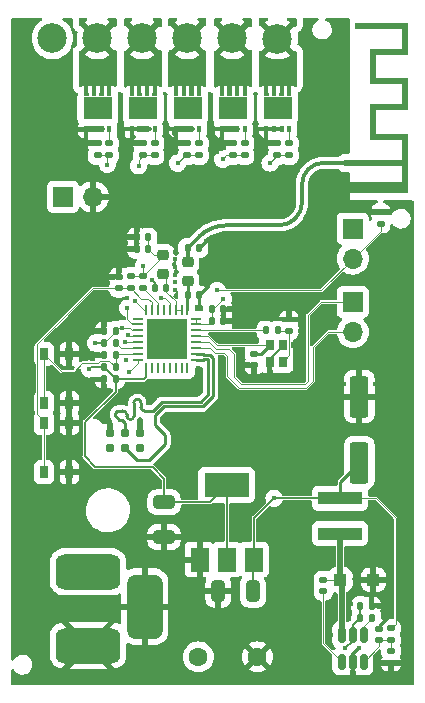
<source format=gbr>
%TF.GenerationSoftware,KiCad,Pcbnew,7.0.6*%
%TF.CreationDate,2023-08-18T05:18:53-04:00*%
%TF.ProjectId,esp-lightthing,6573702d-6c69-4676-9874-7468696e672e,rev?*%
%TF.SameCoordinates,Original*%
%TF.FileFunction,Copper,L1,Top*%
%TF.FilePolarity,Positive*%
%FSLAX46Y46*%
G04 Gerber Fmt 4.6, Leading zero omitted, Abs format (unit mm)*
G04 Created by KiCad (PCBNEW 7.0.6) date 2023-08-18 05:18:53*
%MOMM*%
%LPD*%
G01*
G04 APERTURE LIST*
G04 Aperture macros list*
%AMRoundRect*
0 Rectangle with rounded corners*
0 $1 Rounding radius*
0 $2 $3 $4 $5 $6 $7 $8 $9 X,Y pos of 4 corners*
0 Add a 4 corners polygon primitive as box body*
4,1,4,$2,$3,$4,$5,$6,$7,$8,$9,$2,$3,0*
0 Add four circle primitives for the rounded corners*
1,1,$1+$1,$2,$3*
1,1,$1+$1,$4,$5*
1,1,$1+$1,$6,$7*
1,1,$1+$1,$8,$9*
0 Add four rect primitives between the rounded corners*
20,1,$1+$1,$2,$3,$4,$5,0*
20,1,$1+$1,$4,$5,$6,$7,0*
20,1,$1+$1,$6,$7,$8,$9,0*
20,1,$1+$1,$8,$9,$2,$3,0*%
G04 Aperture macros list end*
%TA.AperFunction,SMDPad,CuDef*%
%ADD10R,0.350000X0.550000*%
%TD*%
%TA.AperFunction,SMDPad,CuDef*%
%ADD11R,0.400000X0.350000*%
%TD*%
%TA.AperFunction,SMDPad,CuDef*%
%ADD12R,2.450000X1.930000*%
%TD*%
%TA.AperFunction,SMDPad,CuDef*%
%ADD13RoundRect,0.135000X0.135000X0.185000X-0.135000X0.185000X-0.135000X-0.185000X0.135000X-0.185000X0*%
%TD*%
%TA.AperFunction,SMDPad,CuDef*%
%ADD14RoundRect,0.140000X0.170000X-0.140000X0.170000X0.140000X-0.170000X0.140000X-0.170000X-0.140000X0*%
%TD*%
%TA.AperFunction,ComponentPad*%
%ADD15C,2.500000*%
%TD*%
%TA.AperFunction,ConnectorPad*%
%ADD16C,0.787400*%
%TD*%
%TA.AperFunction,SMDPad,CuDef*%
%ADD17RoundRect,0.135000X0.185000X-0.135000X0.185000X0.135000X-0.185000X0.135000X-0.185000X-0.135000X0*%
%TD*%
%TA.AperFunction,SMDPad,CuDef*%
%ADD18RoundRect,0.140000X0.140000X0.170000X-0.140000X0.170000X-0.140000X-0.170000X0.140000X-0.170000X0*%
%TD*%
%TA.AperFunction,SMDPad,CuDef*%
%ADD19RoundRect,0.062500X-0.062500X0.375000X-0.062500X-0.375000X0.062500X-0.375000X0.062500X0.375000X0*%
%TD*%
%TA.AperFunction,SMDPad,CuDef*%
%ADD20RoundRect,0.062500X-0.375000X0.062500X-0.375000X-0.062500X0.375000X-0.062500X0.375000X0.062500X0*%
%TD*%
%TA.AperFunction,SMDPad,CuDef*%
%ADD21R,3.450000X3.450000*%
%TD*%
%TA.AperFunction,SMDPad,CuDef*%
%ADD22RoundRect,0.150000X0.150000X-0.512500X0.150000X0.512500X-0.150000X0.512500X-0.150000X-0.512500X0*%
%TD*%
%TA.AperFunction,SMDPad,CuDef*%
%ADD23RoundRect,0.140000X-0.170000X0.140000X-0.170000X-0.140000X0.170000X-0.140000X0.170000X0.140000X0*%
%TD*%
%TA.AperFunction,SMDPad,CuDef*%
%ADD24RoundRect,0.135000X-0.135000X-0.185000X0.135000X-0.185000X0.135000X0.185000X-0.135000X0.185000X0*%
%TD*%
%TA.AperFunction,SMDPad,CuDef*%
%ADD25RoundRect,0.250000X-0.300000X-0.300000X0.300000X-0.300000X0.300000X0.300000X-0.300000X0.300000X0*%
%TD*%
%TA.AperFunction,SMDPad,CuDef*%
%ADD26RoundRect,0.140000X-0.140000X-0.170000X0.140000X-0.170000X0.140000X0.170000X-0.140000X0.170000X0*%
%TD*%
%TA.AperFunction,SMDPad,CuDef*%
%ADD27R,0.650000X1.050000*%
%TD*%
%TA.AperFunction,SMDPad,CuDef*%
%ADD28RoundRect,0.218750X-0.256250X0.218750X-0.256250X-0.218750X0.256250X-0.218750X0.256250X0.218750X0*%
%TD*%
%TA.AperFunction,SMDPad,CuDef*%
%ADD29RoundRect,0.135000X-0.185000X0.135000X-0.185000X-0.135000X0.185000X-0.135000X0.185000X0.135000X0*%
%TD*%
%TA.AperFunction,ComponentPad*%
%ADD30R,1.700000X1.700000*%
%TD*%
%TA.AperFunction,ComponentPad*%
%ADD31O,1.700000X1.700000*%
%TD*%
%TA.AperFunction,SMDPad,CuDef*%
%ADD32RoundRect,0.250000X0.550000X-1.500000X0.550000X1.500000X-0.550000X1.500000X-0.550000X-1.500000X0*%
%TD*%
%TA.AperFunction,SMDPad,CuDef*%
%ADD33R,0.800000X0.900000*%
%TD*%
%TA.AperFunction,SMDPad,CuDef*%
%ADD34RoundRect,0.250000X0.325000X0.650000X-0.325000X0.650000X-0.325000X-0.650000X0.325000X-0.650000X0*%
%TD*%
%TA.AperFunction,SMDPad,CuDef*%
%ADD35RoundRect,0.250000X-0.650000X0.325000X-0.650000X-0.325000X0.650000X-0.325000X0.650000X0.325000X0*%
%TD*%
%TA.AperFunction,ComponentPad*%
%ADD36RoundRect,0.750000X-2.000000X-0.750000X2.000000X-0.750000X2.000000X0.750000X-2.000000X0.750000X0*%
%TD*%
%TA.AperFunction,ComponentPad*%
%ADD37RoundRect,0.750000X-0.750000X-2.000000X0.750000X-2.000000X0.750000X2.000000X-0.750000X2.000000X0*%
%TD*%
%TA.AperFunction,SMDPad,CuDef*%
%ADD38R,1.500000X2.000000*%
%TD*%
%TA.AperFunction,SMDPad,CuDef*%
%ADD39R,3.800000X2.000000*%
%TD*%
%TA.AperFunction,SMDPad,CuDef*%
%ADD40R,3.700000X1.100000*%
%TD*%
%TA.AperFunction,ComponentPad*%
%ADD41C,1.600000*%
%TD*%
%TA.AperFunction,ConnectorPad*%
%ADD42R,0.500000X0.500000*%
%TD*%
%TA.AperFunction,ComponentPad*%
%ADD43R,0.500000X0.900000*%
%TD*%
%TA.AperFunction,ViaPad*%
%ADD44C,0.450000*%
%TD*%
%TA.AperFunction,ViaPad*%
%ADD45C,0.800000*%
%TD*%
%TA.AperFunction,Conductor*%
%ADD46C,0.239500*%
%TD*%
%TA.AperFunction,Conductor*%
%ADD47C,0.200000*%
%TD*%
%TA.AperFunction,Conductor*%
%ADD48C,0.100000*%
%TD*%
%TA.AperFunction,Conductor*%
%ADD49C,0.300000*%
%TD*%
%TA.AperFunction,Conductor*%
%ADD50C,0.500000*%
%TD*%
%TA.AperFunction,Conductor*%
%ADD51C,0.349300*%
%TD*%
G04 APERTURE END LIST*
%TA.AperFunction,EtchedComponent*%
%TO.C,AE301*%
G36*
X148935000Y-95610000D02*
G01*
X146295000Y-95610000D01*
X146295000Y-97610000D01*
X148935000Y-97610000D01*
X148935000Y-100310000D01*
X146295000Y-100310000D01*
X146295000Y-102310000D01*
X148935000Y-102310000D01*
X148935000Y-107310000D01*
X143778215Y-107310000D01*
X143535000Y-107310000D01*
X143535000Y-106885156D01*
X143638957Y-106885156D01*
X143651065Y-106927819D01*
X143655419Y-106935731D01*
X143688203Y-106973674D01*
X143730605Y-106997742D01*
X143778215Y-107007583D01*
X143826622Y-107002847D01*
X143871416Y-106983185D01*
X143908186Y-106948245D01*
X143925092Y-106915353D01*
X143932982Y-106867267D01*
X143926408Y-106817682D01*
X143906313Y-106772372D01*
X143873643Y-106737112D01*
X143841417Y-106720218D01*
X143793158Y-106711778D01*
X143743632Y-106718309D01*
X143698447Y-106738868D01*
X143663213Y-106772511D01*
X143652600Y-106791122D01*
X143639700Y-106836637D01*
X143638957Y-106885156D01*
X143535000Y-106885156D01*
X143535000Y-106410000D01*
X148435000Y-106410000D01*
X148435000Y-105010000D01*
X143535000Y-105010000D01*
X143535000Y-104510000D01*
X148435000Y-104510000D01*
X148435000Y-102810000D01*
X145795000Y-102810000D01*
X145795000Y-99810000D01*
X148435000Y-99810000D01*
X148435000Y-98110000D01*
X145795000Y-98110000D01*
X145795000Y-95110000D01*
X148435000Y-95110000D01*
X148435000Y-93410000D01*
X144495000Y-93410000D01*
X144495000Y-92910000D01*
X148935000Y-92910000D01*
X148935000Y-95610000D01*
G37*
%TD.AperFunction*%
%TD*%
D10*
%TO.P,Q201,1,S*%
%TO.N,GND*%
X121740000Y-101915000D03*
X122390000Y-101915000D03*
X123040000Y-101915000D03*
%TO.P,Q201,2,G*%
%TO.N,Net-(Q201-G)*%
X123690000Y-101915000D03*
D11*
%TO.P,Q201,3,D*%
%TO.N,/power/R*%
X121745000Y-98970000D03*
X122395000Y-98970000D03*
D12*
X122720000Y-100110000D03*
D11*
X123045000Y-98970000D03*
X123695000Y-98970000D03*
%TD*%
D13*
%TO.P,R305,1*%
%TO.N,Net-(U1-GPIO8)*%
X124237500Y-120030000D03*
%TO.P,R305,2*%
%TO.N,+3V3*%
X123217500Y-120030000D03*
%TD*%
D14*
%TO.P,C203,1*%
%TO.N,Net-(U201-FB)*%
X146550000Y-145180000D03*
%TO.P,C203,2*%
%TO.N,GND*%
X146550000Y-144220000D03*
%TD*%
D10*
%TO.P,Q204,1,S*%
%TO.N,GND*%
X133205000Y-101915000D03*
X133855000Y-101915000D03*
X134505000Y-101915000D03*
%TO.P,Q204,2,G*%
%TO.N,Net-(Q204-G)*%
X135155000Y-101915000D03*
D11*
%TO.P,Q204,3,D*%
%TO.N,/power/CW*%
X133210000Y-98970000D03*
X133860000Y-98970000D03*
D12*
X134185000Y-100110000D03*
D11*
X134510000Y-98970000D03*
X135160000Y-98970000D03*
%TD*%
D15*
%TO.P,J101,1,Pin_1*%
%TO.N,VCC*%
X118870000Y-94225000D03*
%TO.P,J101,2,Pin_2*%
%TO.N,/power/R*%
X122680000Y-94225000D03*
%TO.P,J101,3,Pin_3*%
%TO.N,/power/G*%
X126490000Y-94225000D03*
%TO.P,J101,4,Pin_4*%
%TO.N,/power/B*%
X130300000Y-94225000D03*
%TO.P,J101,5,Pin_5*%
%TO.N,/power/CW*%
X134110000Y-94225000D03*
%TO.P,J101,6,Pin_6*%
%TO.N,/power/WW*%
X137920000Y-94265000D03*
%TD*%
D16*
%TO.P,J203,1,VBUS*%
%TO.N,+5V*%
X126268825Y-127628825D03*
%TO.P,J203,2,NC*%
%TO.N,unconnected-(J203-NC-Pad2)*%
X126268825Y-128898825D03*
%TO.P,J203,3,D-*%
%TO.N,/ESP32/D-*%
X124998825Y-127628825D03*
%TO.P,J203,4,D+*%
%TO.N,/ESP32/D+*%
X124998825Y-128898825D03*
%TO.P,J203,5,GND*%
%TO.N,GND*%
X123728825Y-127628825D03*
%TO.P,J203,6,NC*%
%TO.N,unconnected-(J203-NC-Pad6)*%
X123728825Y-128898825D03*
%TD*%
D17*
%TO.P,R101,1*%
%TO.N,/ADC*%
X146660000Y-109980000D03*
%TO.P,R101,2*%
%TO.N,GND*%
X146660000Y-108960000D03*
%TD*%
D18*
%TO.P,C311,1*%
%TO.N,+3V3*%
X124227500Y-119000000D03*
%TO.P,C311,2*%
%TO.N,GND*%
X123267500Y-119000000D03*
%TD*%
D10*
%TO.P,Q205,1,S*%
%TO.N,GND*%
X136970000Y-101915000D03*
X137620000Y-101915000D03*
X138270000Y-101915000D03*
%TO.P,Q205,2,G*%
%TO.N,Net-(Q205-G)*%
X138920000Y-101915000D03*
D11*
%TO.P,Q205,3,D*%
%TO.N,/power/WW*%
X136975000Y-98970000D03*
X137625000Y-98970000D03*
D12*
X137950000Y-100110000D03*
D11*
X138275000Y-98970000D03*
X138925000Y-98970000D03*
%TD*%
D14*
%TO.P,C303,1*%
%TO.N,/ESP32/RESET*%
X124477500Y-115390000D03*
%TO.P,C303,2*%
%TO.N,GND*%
X124477500Y-114430000D03*
%TD*%
D19*
%TO.P,U1,1,LNA_IN*%
%TO.N,/ESP32/LNA*%
X130300000Y-117262500D03*
%TO.P,U1,2,VDD3P3*%
%TO.N,/ESP32/VDD3P3*%
X129800000Y-117262500D03*
%TO.P,U1,3,VDD3P3*%
X129300000Y-117262500D03*
%TO.P,U1,4,XTAL_32K_P/ADC1_CH0*%
%TO.N,/ADC*%
X128800000Y-117262500D03*
%TO.P,U1,5,XTAL_32K_N/ADC1_CH1*%
%TO.N,unconnected-(U1-XTAL_32K_N{slash}ADC1_CH1-Pad5)*%
X128300000Y-117262500D03*
%TO.P,U1,6,GPIO2/ADC1_CH2*%
%TO.N,Net-(U1-GPIO2{slash}ADC1_CH2)*%
X127800000Y-117262500D03*
%TO.P,U1,7,CHIP_EN*%
%TO.N,/ESP32/RESET*%
X127300000Y-117262500D03*
%TO.P,U1,8,GPIO3/ADC1_CH3*%
%TO.N,/ESP32/GATE_WW*%
X126800000Y-117262500D03*
D20*
%TO.P,U1,9,MTMS/GPIO4/ADC1_CH4*%
%TO.N,unconnected-(U1-MTMS{slash}GPIO4{slash}ADC1_CH4-Pad9)*%
X126112500Y-117950000D03*
%TO.P,U1,10,MTDI/GPIO5/ADC2_CH0*%
%TO.N,/ESP32/GATE_CW*%
X126112500Y-118450000D03*
%TO.P,U1,11,VDD3P3_RTC*%
%TO.N,+3V3*%
X126112500Y-118950000D03*
%TO.P,U1,12,MTCK/GPIO6*%
%TO.N,/ESP32/GATE_B*%
X126112500Y-119450000D03*
%TO.P,U1,13,MTDO/GPIO7*%
%TO.N,/ESP32/GATE_G*%
X126112500Y-119950000D03*
%TO.P,U1,14,GPIO8*%
%TO.N,Net-(U1-GPIO8)*%
X126112500Y-120450000D03*
%TO.P,U1,15,GPIO9/BOOT*%
%TO.N,/ESP32/BOOT*%
X126112500Y-120950000D03*
%TO.P,U1,16,GPIO10*%
%TO.N,/ESP32/GATE_R*%
X126112500Y-121450000D03*
D19*
%TO.P,U1,17,VDD3P3_CPU*%
%TO.N,+3V3*%
X126800000Y-122137500D03*
%TO.P,U1,18,VDD_SPI/GPIO11*%
%TO.N,unconnected-(U1-VDD_SPI{slash}GPIO11-Pad18)*%
X127300000Y-122137500D03*
%TO.P,U1,19,SPIHD/GPIO12*%
%TO.N,unconnected-(U1-SPIHD{slash}GPIO12-Pad19)*%
X127800000Y-122137500D03*
%TO.P,U1,20,SPIWP/GPIO13*%
%TO.N,unconnected-(U1-SPIWP{slash}GPIO13-Pad20)*%
X128300000Y-122137500D03*
%TO.P,U1,21,SPICS0/GPIO14*%
%TO.N,unconnected-(U1-SPICS0{slash}GPIO14-Pad21)*%
X128800000Y-122137500D03*
%TO.P,U1,22,SPICLK/GPIO15*%
%TO.N,unconnected-(U1-SPICLK{slash}GPIO15-Pad22)*%
X129300000Y-122137500D03*
%TO.P,U1,23,SPID/GPIO16*%
%TO.N,unconnected-(U1-SPID{slash}GPIO16-Pad23)*%
X129800000Y-122137500D03*
%TO.P,U1,24,SPIQ/GPIO17*%
%TO.N,unconnected-(U1-SPIQ{slash}GPIO17-Pad24)*%
X130300000Y-122137500D03*
D20*
%TO.P,U1,25,GPIO18/USB_D-*%
%TO.N,/ESP32/D-*%
X130987500Y-121450000D03*
%TO.P,U1,26,GPIO19/USB_D+*%
%TO.N,/ESP32/D+*%
X130987500Y-120950000D03*
%TO.P,U1,27,U0RXD/GPIO20*%
%TO.N,/D1*%
X130987500Y-120450000D03*
%TO.P,U1,28,U0TXD/GPIO21*%
%TO.N,/D0*%
X130987500Y-119950000D03*
%TO.P,U1,29,XTAL_N*%
%TO.N,/ESP32/XTAL_N*%
X130987500Y-119450000D03*
%TO.P,U1,30,XTAL_P*%
%TO.N,/ESP32/XTAL_P*%
X130987500Y-118950000D03*
%TO.P,U1,31,VDDA*%
%TO.N,+3V3*%
X130987500Y-118450000D03*
%TO.P,U1,32,VDDA*%
X130987500Y-117950000D03*
D21*
%TO.P,U1,33,GND*%
%TO.N,GND*%
X128550000Y-119700000D03*
%TD*%
D22*
%TO.P,U201,1,BST*%
%TO.N,Net-(U201-BST)*%
X143350000Y-146997500D03*
%TO.P,U201,2,GND*%
%TO.N,GND*%
X144300000Y-146997500D03*
%TO.P,U201,3,FB*%
%TO.N,Net-(U201-FB)*%
X145250000Y-146997500D03*
%TO.P,U201,4,EN*%
%TO.N,Net-(U201-EN)*%
X145250000Y-144722500D03*
%TO.P,U201,5,VIN*%
%TO.N,VCC*%
X144300000Y-144722500D03*
%TO.P,U201,6,LX*%
%TO.N,/power/LX_5V*%
X143350000Y-144722500D03*
%TD*%
D23*
%TO.P,C313,1*%
%TO.N,/ESP32/XTAL_N*%
X135960000Y-120920000D03*
%TO.P,C313,2*%
%TO.N,GND*%
X135960000Y-121880000D03*
%TD*%
D24*
%TO.P,R303,1*%
%TO.N,/ESP32/XTAL_P*%
X136930000Y-118950000D03*
%TO.P,R303,2*%
%TO.N,Net-(C312-Pad1)*%
X137950000Y-118950000D03*
%TD*%
D17*
%TO.P,R201,1*%
%TO.N,Net-(U201-FB)*%
X147540000Y-145190000D03*
%TO.P,R201,2*%
%TO.N,+5V*%
X147540000Y-144170000D03*
%TD*%
D24*
%TO.P,R302,1*%
%TO.N,+3V3*%
X123217500Y-122090000D03*
%TO.P,R302,2*%
%TO.N,/ESP32/BOOT*%
X124237500Y-122090000D03*
%TD*%
D25*
%TO.P,D201,1,K*%
%TO.N,/power/LX_5V*%
X143250000Y-140070000D03*
%TO.P,D201,2,A*%
%TO.N,GND*%
X146050000Y-140070000D03*
%TD*%
D17*
%TO.P,R205,1*%
%TO.N,/ESP32/GATE_G*%
X127535000Y-104145000D03*
%TO.P,R205,2*%
%TO.N,Net-(Q202-G)*%
X127535000Y-103125000D03*
%TD*%
D26*
%TO.P,C301,1*%
%TO.N,/ESP32/LNA_Z=50*%
X130317500Y-111980000D03*
%TO.P,C301,2*%
%TO.N,GND*%
X131277500Y-111980000D03*
%TD*%
D27*
%TO.P,SW301,1,1*%
%TO.N,GND*%
X120300000Y-126800000D03*
X120300000Y-130950000D03*
%TO.P,SW301,2,2*%
%TO.N,/ESP32/RESET*%
X118150000Y-126800000D03*
X118150000Y-130950000D03*
%TD*%
D17*
%TO.P,R212,1*%
%TO.N,/ESP32/GATE_WW*%
X137925000Y-104145000D03*
%TO.P,R212,2*%
%TO.N,GND*%
X137925000Y-103125000D03*
%TD*%
D23*
%TO.P,C202,1*%
%TO.N,/power/LX_5V*%
X141800000Y-140080000D03*
%TO.P,C202,2*%
%TO.N,Net-(U201-BST)*%
X141800000Y-141040000D03*
%TD*%
D28*
%TO.P,L301,1*%
%TO.N,/ESP32/LNA_Z=50*%
X130327500Y-113192500D03*
%TO.P,L301,2*%
%TO.N,/ESP32/LNA*%
X130327500Y-114767500D03*
%TD*%
D10*
%TO.P,Q203,1,S*%
%TO.N,GND*%
X129340000Y-101915000D03*
X129990000Y-101915000D03*
X130640000Y-101915000D03*
%TO.P,Q203,2,G*%
%TO.N,Net-(Q203-G)*%
X131290000Y-101915000D03*
D11*
%TO.P,Q203,3,D*%
%TO.N,/power/B*%
X129345000Y-98970000D03*
X129995000Y-98970000D03*
D12*
X130320000Y-100110000D03*
D11*
X130645000Y-98970000D03*
X131295000Y-98970000D03*
%TD*%
D17*
%TO.P,R207,1*%
%TO.N,/ESP32/GATE_B*%
X131295000Y-104145000D03*
%TO.P,R207,2*%
%TO.N,Net-(Q203-G)*%
X131295000Y-103125000D03*
%TD*%
%TO.P,R209,1*%
%TO.N,/ESP32/GATE_CW*%
X135150000Y-104145000D03*
%TO.P,R209,2*%
%TO.N,Net-(Q204-G)*%
X135150000Y-103125000D03*
%TD*%
D13*
%TO.P,R213,1*%
%TO.N,Net-(U201-EN)*%
X145940000Y-143270000D03*
%TO.P,R213,2*%
%TO.N,VCC*%
X144920000Y-143270000D03*
%TD*%
D18*
%TO.P,C309,1*%
%TO.N,/ESP32/VDD3P3*%
X128527500Y-115365000D03*
%TO.P,C309,2*%
%TO.N,GND*%
X127567500Y-115365000D03*
%TD*%
D29*
%TO.P,R301,1*%
%TO.N,+3V3*%
X125500000Y-114380000D03*
%TO.P,R301,2*%
%TO.N,/ESP32/RESET*%
X125500000Y-115400000D03*
%TD*%
D17*
%TO.P,R208,1*%
%TO.N,/ESP32/GATE_B*%
X130295000Y-104145000D03*
%TO.P,R208,2*%
%TO.N,GND*%
X130295000Y-103125000D03*
%TD*%
%TO.P,R206,1*%
%TO.N,/ESP32/GATE_G*%
X126535000Y-104145000D03*
%TO.P,R206,2*%
%TO.N,GND*%
X126535000Y-103125000D03*
%TD*%
%TO.P,R211,1*%
%TO.N,/ESP32/GATE_WW*%
X138915000Y-104145000D03*
%TO.P,R211,2*%
%TO.N,Net-(Q205-G)*%
X138915000Y-103125000D03*
%TD*%
D26*
%TO.P,C201,1*%
%TO.N,VCC*%
X144930000Y-142280000D03*
%TO.P,C201,2*%
%TO.N,GND*%
X145890000Y-142280000D03*
%TD*%
D17*
%TO.P,R203,1*%
%TO.N,/ESP32/GATE_R*%
X123685000Y-104145000D03*
%TO.P,R203,2*%
%TO.N,Net-(Q201-G)*%
X123685000Y-103125000D03*
%TD*%
D30*
%TO.P,J103,1,Pin_1*%
%TO.N,/D0*%
X144300000Y-116550000D03*
D31*
%TO.P,J103,2,Pin_2*%
%TO.N,/D1*%
X144300000Y-119090000D03*
%TD*%
D17*
%TO.P,R210,1*%
%TO.N,/ESP32/GATE_CW*%
X134145000Y-104145000D03*
%TO.P,R210,2*%
%TO.N,GND*%
X134145000Y-103125000D03*
%TD*%
%TO.P,R204,1*%
%TO.N,/ESP32/GATE_R*%
X122690000Y-104145000D03*
%TO.P,R204,2*%
%TO.N,GND*%
X122690000Y-103125000D03*
%TD*%
D18*
%TO.P,C307,1*%
%TO.N,+3V3*%
X126960000Y-111070000D03*
%TO.P,C307,2*%
%TO.N,GND*%
X126000000Y-111070000D03*
%TD*%
D32*
%TO.P,C204,1*%
%TO.N,+5V*%
X144850000Y-130160000D03*
%TO.P,C204,2*%
%TO.N,GND*%
X144850000Y-124560000D03*
%TD*%
D33*
%TO.P,Y1,1,1*%
%TO.N,Net-(C312-Pad1)*%
X138360000Y-121610000D03*
%TO.P,Y1,2,2*%
%TO.N,GND*%
X138360000Y-120210000D03*
%TO.P,Y1,3,3*%
%TO.N,/ESP32/XTAL_N*%
X137260000Y-120210000D03*
%TO.P,Y1,4,4*%
%TO.N,GND*%
X137260000Y-121610000D03*
%TD*%
D34*
%TO.P,C205,1*%
%TO.N,+5V*%
X135850000Y-141025000D03*
%TO.P,C205,2*%
%TO.N,GND*%
X132900000Y-141025000D03*
%TD*%
D35*
%TO.P,C206,1*%
%TO.N,+3V3*%
X128320000Y-133500000D03*
%TO.P,C206,2*%
%TO.N,GND*%
X128320000Y-136450000D03*
%TD*%
D26*
%TO.P,C302,1*%
%TO.N,/ESP32/LNA*%
X130317500Y-115980000D03*
%TO.P,C302,2*%
%TO.N,GND*%
X131277500Y-115980000D03*
%TD*%
D18*
%TO.P,C310,1*%
%TO.N,+3V3*%
X124220000Y-123110000D03*
%TO.P,C310,2*%
%TO.N,GND*%
X123260000Y-123110000D03*
%TD*%
D27*
%TO.P,SW302,1,1*%
%TO.N,GND*%
X120300000Y-120950000D03*
X120300000Y-125100000D03*
%TO.P,SW302,2,2*%
%TO.N,/ESP32/BOOT*%
X118150000Y-120950000D03*
X118150000Y-125100000D03*
%TD*%
D26*
%TO.P,C305,1*%
%TO.N,+3V3*%
X132370000Y-118180000D03*
%TO.P,C305,2*%
%TO.N,GND*%
X133330000Y-118180000D03*
%TD*%
D30*
%TO.P,C101,1*%
%TO.N,VCC*%
X119755000Y-107640000D03*
D31*
%TO.P,C101,2*%
%TO.N,GND*%
X122295000Y-107640000D03*
%TD*%
D18*
%TO.P,C304,1*%
%TO.N,/ESP32/BOOT*%
X124227500Y-121060000D03*
%TO.P,C304,2*%
%TO.N,GND*%
X123267500Y-121060000D03*
%TD*%
D26*
%TO.P,C306,1*%
%TO.N,+3V3*%
X132370000Y-117180000D03*
%TO.P,C306,2*%
%TO.N,GND*%
X133330000Y-117180000D03*
%TD*%
D36*
%TO.P,J201,1*%
%TO.N,VCC*%
X121890000Y-139390000D03*
%TO.P,J201,2*%
%TO.N,GND*%
X121890000Y-145640000D03*
D37*
X126690000Y-142340000D03*
%TD*%
D38*
%TO.P,U202,1,GND*%
%TO.N,GND*%
X131330000Y-138355000D03*
%TO.P,U202,2,VO*%
%TO.N,+3V3*%
X133630000Y-138355000D03*
D39*
X133630000Y-132055000D03*
D38*
%TO.P,U202,3,VI*%
%TO.N,+5V*%
X135930000Y-138355000D03*
%TD*%
D40*
%TO.P,L201,1*%
%TO.N,/power/LX_5V*%
X143230000Y-136160000D03*
%TO.P,L201,2*%
%TO.N,+5V*%
X143230000Y-133160000D03*
%TD*%
D41*
%TO.P,J202,1,Pin_1*%
%TO.N,VCC*%
X131230000Y-146590000D03*
%TO.P,J202,2,Pin_2*%
%TO.N,GND*%
X136230000Y-146590000D03*
%TD*%
D29*
%TO.P,R202,1*%
%TO.N,Net-(U201-FB)*%
X147540000Y-146090000D03*
%TO.P,R202,2*%
%TO.N,GND*%
X147540000Y-147110000D03*
%TD*%
D42*
%TO.P,AE301,1,FEED*%
%TO.N,/ESP32/LNA_Z=50*%
X143785000Y-104760000D03*
D43*
%TO.P,AE301,2,PCB_Trace*%
%TO.N,GND*%
X143785000Y-106860000D03*
%TD*%
D18*
%TO.P,C308,1*%
%TO.N,+3V3*%
X126960000Y-112070000D03*
%TO.P,C308,2*%
%TO.N,GND*%
X126000000Y-112070000D03*
%TD*%
D10*
%TO.P,Q202,1,S*%
%TO.N,GND*%
X125580000Y-101915000D03*
X126230000Y-101915000D03*
X126880000Y-101915000D03*
%TO.P,Q202,2,G*%
%TO.N,Net-(Q202-G)*%
X127530000Y-101915000D03*
D11*
%TO.P,Q202,3,D*%
%TO.N,/power/G*%
X125585000Y-98970000D03*
X126235000Y-98970000D03*
D12*
X126560000Y-100110000D03*
D11*
X126885000Y-98970000D03*
X127535000Y-98970000D03*
%TD*%
D28*
%TO.P,L302,1*%
%TO.N,+3V3*%
X128227500Y-112577500D03*
%TO.P,L302,2*%
%TO.N,/ESP32/VDD3P3*%
X128227500Y-114152500D03*
%TD*%
D14*
%TO.P,C312,1*%
%TO.N,Net-(C312-Pad1)*%
X138900000Y-118990000D03*
%TO.P,C312,2*%
%TO.N,GND*%
X138900000Y-118030000D03*
%TD*%
D30*
%TO.P,J102,1,Pin_1*%
%TO.N,+3V3*%
X144300000Y-110335000D03*
D31*
%TO.P,J102,2,Pin_2*%
%TO.N,/ADC*%
X144300000Y-112875000D03*
%TD*%
D17*
%TO.P,R304,1*%
%TO.N,Net-(U1-GPIO2{slash}ADC1_CH2)*%
X126537500Y-115400000D03*
%TO.P,R304,2*%
%TO.N,+3V3*%
X126537500Y-114380000D03*
%TD*%
D44*
%TO.N,GND*%
X138975000Y-125980000D03*
X146090000Y-132520000D03*
X122610000Y-113705000D03*
X124290000Y-107120000D03*
X136875000Y-111280000D03*
X138975000Y-135080000D03*
X126850000Y-106220000D03*
X132390000Y-112210000D03*
X144110000Y-142140000D03*
X142475000Y-121780000D03*
X139675000Y-125980000D03*
X139675000Y-128080000D03*
X120305000Y-121915000D03*
X132675000Y-127380000D03*
X147690000Y-133280000D03*
X147350000Y-111280000D03*
X143175000Y-100780000D03*
X131800000Y-105930000D03*
X142475000Y-128080000D03*
X141775000Y-128080000D03*
X130575000Y-126680000D03*
X143175000Y-97280000D03*
X134775000Y-108480000D03*
X139860000Y-118980000D03*
X146690000Y-120420000D03*
X145975000Y-119680000D03*
X148075000Y-125280000D03*
X136175000Y-112680000D03*
X130510000Y-129660000D03*
X140375000Y-130880000D03*
X140375000Y-100080000D03*
X140375000Y-94480000D03*
X138975000Y-128080000D03*
X142490000Y-143780000D03*
X131275000Y-126680000D03*
X141140000Y-117990000D03*
X121830000Y-111290000D03*
X141775000Y-108480000D03*
X144575000Y-121080000D03*
X141075000Y-111980000D03*
X138975000Y-137880000D03*
X145975000Y-137880000D03*
X148450000Y-135560000D03*
X138975000Y-126680000D03*
X127350000Y-105660000D03*
X140650000Y-139140000D03*
X134775000Y-128780000D03*
X148780000Y-111890000D03*
X138975000Y-144880000D03*
X125305000Y-103395000D03*
X134360000Y-117060000D03*
X128475000Y-123880000D03*
X125150000Y-116230000D03*
X140375000Y-97980000D03*
X126980000Y-123740000D03*
X128310000Y-108630000D03*
X132675000Y-128780000D03*
X137575000Y-125980000D03*
X136875000Y-128080000D03*
X141775000Y-102180000D03*
X148450000Y-141040000D03*
X139675000Y-143480000D03*
X139675000Y-145580000D03*
X130575000Y-123880000D03*
X144575000Y-137880000D03*
X132970000Y-111820000D03*
X148775000Y-121780000D03*
X140375000Y-111980000D03*
X140470000Y-136260000D03*
X140650000Y-140650000D03*
X146675000Y-128080000D03*
X122610000Y-111290000D03*
X142475000Y-129480000D03*
X138275000Y-111980000D03*
X138275000Y-130180000D03*
X136175000Y-128080000D03*
X143175000Y-96580000D03*
X140375000Y-130180000D03*
X138975000Y-143480000D03*
X138275000Y-137180000D03*
X125330000Y-111070000D03*
X140470000Y-137030000D03*
X145275000Y-137880000D03*
X142475000Y-95180000D03*
X136875000Y-125980000D03*
X133375000Y-129480000D03*
X136535000Y-104005000D03*
X128940000Y-105790000D03*
X137575000Y-127380000D03*
X136305000Y-102465000D03*
X139675000Y-129480000D03*
X136175000Y-129480000D03*
X145275000Y-121080000D03*
X135475000Y-129480000D03*
X146220000Y-123520000D03*
X121830000Y-109680000D03*
X141775000Y-98680000D03*
X141775000Y-100780000D03*
X141960000Y-118190000D03*
X139860000Y-118030000D03*
X141075000Y-96580000D03*
X143175000Y-102880000D03*
X145150000Y-134700000D03*
X142475000Y-108480000D03*
X142475000Y-97980000D03*
X141775000Y-95880000D03*
X136175000Y-111980000D03*
X140375000Y-128780000D03*
X141775000Y-97280000D03*
X147380000Y-114200000D03*
X127110000Y-108620000D03*
X125050000Y-108120000D03*
X141850000Y-146290000D03*
X138975000Y-111980000D03*
X128565000Y-101655000D03*
X144110000Y-141380000D03*
X138975000Y-142080000D03*
X138275000Y-137880000D03*
X136175000Y-113380000D03*
X134075000Y-127380000D03*
X133375000Y-127380000D03*
X135475000Y-105680000D03*
X147390000Y-142030000D03*
X140375000Y-125980000D03*
X138275000Y-125280000D03*
X141075000Y-131580000D03*
X132060000Y-115200000D03*
X148450000Y-142030000D03*
X141075000Y-129480000D03*
X149110000Y-119890000D03*
X148075000Y-128780000D03*
X147375000Y-114780000D03*
X147230000Y-117970000D03*
X134075000Y-125980000D03*
X138275000Y-138580000D03*
X145975000Y-136480000D03*
X147375000Y-121080000D03*
X138275000Y-127380000D03*
X141775000Y-130880000D03*
X134075000Y-129480000D03*
X148775000Y-114780000D03*
X139675000Y-127380000D03*
X133375000Y-128780000D03*
X143175000Y-95180000D03*
X142420000Y-115850000D03*
X126740000Y-109340000D03*
X142475000Y-125980000D03*
X133375000Y-128080000D03*
X136175000Y-107080000D03*
X133125000Y-102755000D03*
X143698000Y-134700000D03*
X142490000Y-142890000D03*
X145275000Y-114780000D03*
X148075000Y-125980000D03*
X133375000Y-108480000D03*
X145975000Y-118980000D03*
X123740000Y-111110000D03*
X136175000Y-125280000D03*
X142475000Y-110580000D03*
X129290000Y-114230000D03*
X124500000Y-117750000D03*
X135475000Y-128080000D03*
X146675000Y-115480000D03*
X141775000Y-121780000D03*
X148075000Y-115480000D03*
X138975000Y-113380000D03*
X143560000Y-123520000D03*
X128555000Y-102285000D03*
X121640000Y-119000000D03*
X142475000Y-107080000D03*
X132675000Y-108480000D03*
X136875000Y-126680000D03*
X138275000Y-134380000D03*
X134075000Y-126680000D03*
X134775000Y-129480000D03*
X147375000Y-128780000D03*
X139675000Y-142780000D03*
X140375000Y-111280000D03*
X142246000Y-134700000D03*
X146680000Y-114200000D03*
X131535000Y-141025000D03*
X122610000Y-112095000D03*
X138275000Y-139980000D03*
X140375000Y-126680000D03*
X142475000Y-100080000D03*
X141075000Y-102180000D03*
X131975000Y-127380000D03*
X139675000Y-113380000D03*
X137575000Y-129480000D03*
X148775000Y-121080000D03*
X143175000Y-129480000D03*
X148450000Y-136570000D03*
X141775000Y-129480000D03*
X123740000Y-110530000D03*
X146930000Y-123520000D03*
X146570000Y-111940000D03*
X143175000Y-127380000D03*
X148450000Y-137710000D03*
X138975000Y-138580000D03*
X142490000Y-141990000D03*
X128550000Y-119705000D03*
X143175000Y-99380000D03*
X139675000Y-144880000D03*
X129170000Y-108760000D03*
X122610000Y-109680000D03*
X138275000Y-141380000D03*
X134075000Y-108480000D03*
X127590000Y-107250000D03*
X147375000Y-125980000D03*
X141775000Y-97980000D03*
X148450000Y-138920000D03*
X144575000Y-114780000D03*
X136175000Y-111280000D03*
X130370000Y-110190000D03*
X127920000Y-105180000D03*
X133375000Y-124580000D03*
X139030000Y-116140000D03*
X140375000Y-132280000D03*
X148750000Y-146740000D03*
X148775000Y-130880000D03*
X136175000Y-126680000D03*
X139675000Y-128780000D03*
X125130000Y-121480000D03*
X141075000Y-102880000D03*
X141075000Y-100780000D03*
X133520000Y-110970000D03*
X136175000Y-106380000D03*
X127360000Y-118520000D03*
X146675000Y-114780000D03*
X139860000Y-121980000D03*
X122240000Y-121060000D03*
X138275000Y-112680000D03*
X147375000Y-128080000D03*
X144575000Y-121780000D03*
X139675000Y-130880000D03*
X141775000Y-107780000D03*
X139675000Y-131580000D03*
X135310000Y-117910000D03*
X131220000Y-106550000D03*
X126950000Y-107960000D03*
X135475000Y-106380000D03*
X133760000Y-111720000D03*
X148450000Y-139960000D03*
X134775000Y-107780000D03*
X147010000Y-133080000D03*
X141775000Y-110580000D03*
X124875000Y-102555000D03*
X129740000Y-119705000D03*
X145975000Y-116180000D03*
X136175000Y-107780000D03*
X138275000Y-113380000D03*
X148075000Y-121780000D03*
X135910000Y-119580000D03*
X148075000Y-127380000D03*
X142475000Y-95880000D03*
X134360000Y-117910000D03*
X136875000Y-125280000D03*
X138975000Y-137180000D03*
X145910000Y-108960000D03*
X134775000Y-128080000D03*
X136185000Y-101915000D03*
X147390000Y-139960000D03*
X138975000Y-142780000D03*
X141075000Y-97980000D03*
X129290000Y-115550000D03*
X138975000Y-129480000D03*
X141075000Y-99380000D03*
X138275000Y-136480000D03*
X143175000Y-128080000D03*
X142475000Y-97280000D03*
X143175000Y-103580000D03*
X143175000Y-121080000D03*
X125640000Y-107560000D03*
X145975000Y-116880000D03*
X122610000Y-114510000D03*
X142190000Y-138980000D03*
X125320000Y-112080000D03*
X146675000Y-128780000D03*
X135475000Y-126680000D03*
X140375000Y-128080000D03*
X134075000Y-125280000D03*
X136110000Y-116140000D03*
X142475000Y-127380000D03*
X122350000Y-119000000D03*
X143175000Y-125980000D03*
X124805000Y-101905000D03*
X147390000Y-135560000D03*
X138975000Y-134380000D03*
X132940000Y-112870000D03*
X132675000Y-128080000D03*
X134900000Y-119580000D03*
X148780000Y-114200000D03*
X137575000Y-128080000D03*
X139230000Y-122780000D03*
X126770000Y-110120000D03*
X141775000Y-103580000D03*
X138275000Y-125980000D03*
X145975000Y-114780000D03*
X139675000Y-112680000D03*
X145975000Y-121080000D03*
X141075000Y-100080000D03*
X136875000Y-128780000D03*
X148075000Y-111280000D03*
X129015000Y-103855000D03*
X121830000Y-112095000D03*
X142475000Y-96580000D03*
X141520000Y-134700000D03*
X135475000Y-107780000D03*
X138275000Y-128780000D03*
X131840000Y-111390000D03*
X145275000Y-121780000D03*
X142475000Y-102180000D03*
X141120000Y-141980000D03*
X129290000Y-112910000D03*
X149110000Y-118570000D03*
X136875000Y-108480000D03*
X140375000Y-98680000D03*
X138350000Y-116140000D03*
X136785000Y-102885000D03*
X141075000Y-98680000D03*
X127300000Y-114700000D03*
X125940000Y-109920000D03*
X141775000Y-111280000D03*
X142876666Y-123520000D03*
X141075000Y-101480000D03*
X147375000Y-121780000D03*
X142475000Y-109180000D03*
X138975000Y-141380000D03*
X121830000Y-112900000D03*
X148740000Y-144860000D03*
X134950000Y-122780000D03*
X143175000Y-98680000D03*
X145975000Y-118280000D03*
X141120000Y-144750000D03*
X138275000Y-146280000D03*
X148350000Y-133310000D03*
X141970000Y-113440000D03*
X134950000Y-121770000D03*
X129610000Y-138355000D03*
X121725000Y-102875000D03*
X137575000Y-106380000D03*
X122360000Y-125030000D03*
X123940000Y-107690000D03*
X138275000Y-143480000D03*
X136875000Y-129480000D03*
X126280000Y-106900000D03*
X139675000Y-126680000D03*
X141720000Y-137610000D03*
X144100000Y-143000000D03*
X139860000Y-116140000D03*
X148075000Y-121080000D03*
X142475000Y-102880000D03*
X121830000Y-114510000D03*
X148340000Y-134410000D03*
X141775000Y-125280000D03*
X136170000Y-117910000D03*
X128430000Y-106380000D03*
X147640000Y-123520000D03*
X147390000Y-138920000D03*
X134775000Y-126680000D03*
X121760000Y-125610000D03*
X140375000Y-129480000D03*
X143175000Y-108480000D03*
X129920000Y-107810000D03*
X132835000Y-103875000D03*
X138975000Y-144180000D03*
X125110000Y-109980000D03*
X136770000Y-116140000D03*
X141075000Y-130880000D03*
X142475000Y-130180000D03*
X143175000Y-121780000D03*
X134075000Y-107080000D03*
X136875000Y-107080000D03*
X141075000Y-103580000D03*
X141390000Y-114030000D03*
X129875000Y-123880000D03*
X145975000Y-115480000D03*
X142475000Y-120380000D03*
X143875000Y-108480000D03*
X127360000Y-120890000D03*
X141075000Y-111280000D03*
X136910000Y-117060000D03*
X134520000Y-116140000D03*
X126310000Y-108530000D03*
X142475000Y-99380000D03*
X142475000Y-103580000D03*
X146675000Y-125980000D03*
X143175000Y-97980000D03*
X141075000Y-125980000D03*
X136875000Y-106380000D03*
X134775000Y-106380000D03*
X140640000Y-114980000D03*
X120305000Y-130155000D03*
X138975000Y-146280000D03*
X131090000Y-117130000D03*
X140375000Y-127380000D03*
X147375000Y-115480000D03*
X136175000Y-127380000D03*
X138275000Y-142780000D03*
X140375000Y-100780000D03*
X140375000Y-95180000D03*
X133660000Y-113470000D03*
X129290000Y-111640000D03*
X141170000Y-119010000D03*
X140480000Y-135480000D03*
X140375000Y-125280000D03*
X129175000Y-123880000D03*
X141775000Y-106380000D03*
X145975000Y-120380000D03*
X138975000Y-128780000D03*
X148080000Y-111900000D03*
X148940000Y-110680000D03*
X132650000Y-114250000D03*
X147430000Y-120420000D03*
X146675000Y-121080000D03*
X135475000Y-128780000D03*
X146675000Y-130180000D03*
X142475000Y-109880000D03*
X134075000Y-128080000D03*
X133375000Y-126680000D03*
X146675000Y-121780000D03*
X138275000Y-128080000D03*
X140375000Y-96580000D03*
X147375000Y-127380000D03*
X141775000Y-131580000D03*
X138275000Y-144180000D03*
X138975000Y-145580000D03*
X143175000Y-102180000D03*
X147390000Y-137710000D03*
X140375000Y-97280000D03*
X143875000Y-121080000D03*
X142475000Y-125280000D03*
X146550000Y-147100000D03*
X129290000Y-113570000D03*
X137575000Y-112680000D03*
X143175000Y-126680000D03*
X138975000Y-112680000D03*
X140660000Y-141410000D03*
X148720000Y-117980000D03*
X141970000Y-117310000D03*
X142490000Y-144760000D03*
X138275000Y-107080000D03*
X136875000Y-127380000D03*
X138275000Y-142080000D03*
X134775000Y-125980000D03*
X148450000Y-143130000D03*
X148075000Y-114780000D03*
X141775000Y-121080000D03*
X136175000Y-128780000D03*
X142490000Y-138300000D03*
X138975000Y-140680000D03*
X148840000Y-120420000D03*
X134520000Y-111690000D03*
X122560000Y-116330000D03*
X134010000Y-119580000D03*
X140375000Y-95880000D03*
X144820000Y-145840000D03*
X147790000Y-133900000D03*
X138975000Y-125280000D03*
X139675000Y-111280000D03*
X136175000Y-125980000D03*
X148775000Y-128080000D03*
X137600000Y-116140000D03*
X121505000Y-103885000D03*
X142475000Y-100780000D03*
X142490000Y-137610000D03*
X141075000Y-128780000D03*
X148775000Y-126680000D03*
X144850000Y-127140000D03*
X138275000Y-139280000D03*
X132455000Y-101855000D03*
X129015000Y-102745000D03*
X147390000Y-141040000D03*
X127360000Y-119705000D03*
X136625000Y-103455000D03*
X124580000Y-113640000D03*
X139675000Y-125280000D03*
X145975000Y-121780000D03*
X148075000Y-131580000D03*
X140375000Y-102880000D03*
X141075000Y-126680000D03*
X121155000Y-103405000D03*
X138275000Y-144880000D03*
X127670000Y-109280000D03*
X148040000Y-117980000D03*
X140375000Y-93780000D03*
X129740000Y-118520000D03*
X139860000Y-120080000D03*
X131840000Y-113420000D03*
X123740000Y-111940000D03*
X140375000Y-99380000D03*
X146860000Y-132470000D03*
X129290000Y-114890000D03*
X123740000Y-109680000D03*
X136930000Y-117910000D03*
X138290000Y-132040000D03*
X141775000Y-126680000D03*
X146675000Y-130880000D03*
X137830000Y-117060000D03*
X137575000Y-113380000D03*
X141775000Y-95180000D03*
X139675000Y-130180000D03*
X134775000Y-127380000D03*
X142475000Y-106380000D03*
X134075000Y-128780000D03*
X137575000Y-111280000D03*
X142475000Y-128780000D03*
X140375000Y-112680000D03*
X125400000Y-106030000D03*
X122610000Y-112900000D03*
X137575000Y-128780000D03*
X143175000Y-101480000D03*
X136875000Y-107780000D03*
X141120000Y-145640000D03*
X135475000Y-107080000D03*
X141775000Y-102880000D03*
X138975000Y-139280000D03*
X135475000Y-113380000D03*
X137260000Y-122780000D03*
X129870000Y-129120000D03*
X148080000Y-114210000D03*
X132370000Y-105330000D03*
X140690000Y-116140000D03*
X139675000Y-111980000D03*
X138275000Y-140680000D03*
X146550000Y-117970000D03*
X139675000Y-146280000D03*
X141775000Y-101480000D03*
D45*
X144680000Y-140040000D03*
D44*
X148350000Y-123520000D03*
X131820000Y-114140000D03*
X120305000Y-124105000D03*
X141075000Y-95180000D03*
X147390000Y-136570000D03*
X147370000Y-111900000D03*
X128950000Y-107910000D03*
X132675000Y-126680000D03*
X129290000Y-112280000D03*
X148760000Y-147620000D03*
X125195000Y-104005000D03*
X138780000Y-117060000D03*
X131275000Y-127380000D03*
X141075000Y-97280000D03*
X129360000Y-128520000D03*
X137990000Y-118030500D03*
X143175000Y-94480000D03*
X140375000Y-102180000D03*
X134775000Y-125280000D03*
X143175000Y-128780000D03*
X142475000Y-101480000D03*
X140640000Y-139890000D03*
X148775000Y-130180000D03*
X138975000Y-139980000D03*
X142475000Y-107780000D03*
X147375000Y-130880000D03*
X135960000Y-122780000D03*
X126200000Y-123760000D03*
X148775000Y-111280000D03*
X120295000Y-127625000D03*
X138275000Y-129480000D03*
X135340000Y-116140000D03*
X138975000Y-135780000D03*
X141775000Y-125980000D03*
X138270000Y-122780000D03*
X133375000Y-125980000D03*
X141075000Y-127380000D03*
X124430000Y-108720000D03*
X136875000Y-111980000D03*
X138275000Y-106380000D03*
X131160000Y-122140000D03*
X141775000Y-127380000D03*
X146675000Y-129480000D03*
X141775000Y-107080000D03*
X135475000Y-127380000D03*
X128550000Y-120890000D03*
X120895000Y-101975000D03*
X141775000Y-100080000D03*
X141120000Y-142880000D03*
X137575000Y-107080000D03*
X131975000Y-126680000D03*
X135475000Y-108480000D03*
X146675000Y-127380000D03*
X140700000Y-134810000D03*
X137575000Y-107780000D03*
X128550000Y-118520000D03*
X141075000Y-130180000D03*
X129120000Y-126090000D03*
X141075000Y-110580000D03*
X141075000Y-125280000D03*
X141410000Y-114890000D03*
X140375000Y-101480000D03*
X131480000Y-109260000D03*
X148740000Y-143970000D03*
X147375000Y-130180000D03*
X139860000Y-121040000D03*
X138975000Y-111280000D03*
X134390000Y-110920000D03*
X148775000Y-128780000D03*
X142972000Y-134700000D03*
X131975000Y-128080000D03*
X148775000Y-125980000D03*
X146675000Y-125280000D03*
X146900000Y-134570000D03*
X148075000Y-126680000D03*
X138275000Y-135780000D03*
X133375000Y-107780000D03*
X132495000Y-102525000D03*
X137575000Y-125280000D03*
X139675000Y-144180000D03*
X136875000Y-113380000D03*
X133405000Y-103505000D03*
X141775000Y-99380000D03*
X129580000Y-111060000D03*
X134775000Y-107080000D03*
X148350000Y-110680000D03*
X132720000Y-111130000D03*
X138275000Y-111280000D03*
X125375000Y-102805000D03*
X136110000Y-117060000D03*
X135475000Y-125980000D03*
X141775000Y-109880000D03*
X148775000Y-127380000D03*
X138275000Y-145580000D03*
X144575000Y-108480000D03*
X148075000Y-130180000D03*
X123598825Y-126728825D03*
X122610000Y-110485000D03*
X143175000Y-100080000D03*
X143175000Y-95880000D03*
X138975000Y-127380000D03*
X139860000Y-117060000D03*
X123740000Y-112790000D03*
X148075000Y-129480000D03*
X148075000Y-130880000D03*
X144424000Y-134700000D03*
X141550000Y-138980000D03*
X141120000Y-143770000D03*
X146675000Y-126680000D03*
X147720000Y-110660000D03*
X130840000Y-109820000D03*
X141775000Y-128780000D03*
X121075000Y-102625000D03*
X149110000Y-119220000D03*
X142475000Y-121080000D03*
X146150000Y-133810000D03*
X121830000Y-113705000D03*
X143175000Y-125280000D03*
X140375000Y-103580000D03*
X130470000Y-107120000D03*
X138275000Y-135080000D03*
X148750000Y-145850000D03*
X128560000Y-109380000D03*
X137575000Y-126680000D03*
X135475000Y-125280000D03*
X129740000Y-120890000D03*
X136875000Y-112680000D03*
X147375000Y-129480000D03*
X128320000Y-137585000D03*
X122430000Y-118120000D03*
X147375000Y-126680000D03*
X147375000Y-125280000D03*
X148075000Y-128080000D03*
X140930000Y-137600000D03*
X142475000Y-126680000D03*
X121690000Y-117340000D03*
X145975000Y-137180000D03*
X143175000Y-93780000D03*
X142510000Y-112910000D03*
X133375000Y-125280000D03*
X141775000Y-130180000D03*
X125700000Y-109070000D03*
X141075000Y-128080000D03*
X141930000Y-114400000D03*
X148775000Y-129480000D03*
X147390000Y-143130000D03*
X141075000Y-95880000D03*
X138275000Y-126680000D03*
X148775000Y-131580000D03*
X145975000Y-117580000D03*
X136175000Y-108480000D03*
X141775000Y-96580000D03*
X135320000Y-117060000D03*
X138275000Y-107780000D03*
X124810000Y-106570000D03*
X140375000Y-131580000D03*
X133060000Y-119540000D03*
X148775000Y-115480000D03*
X134075000Y-107780000D03*
X121830000Y-110485000D03*
X143875000Y-121780000D03*
X138975000Y-130180000D03*
X142475000Y-98680000D03*
X148140000Y-120420000D03*
X128795000Y-103315000D03*
X138975000Y-136480000D03*
X134940000Y-120860000D03*
X121690000Y-118100000D03*
X137575000Y-111980000D03*
X125430000Y-123780000D03*
X139675000Y-132280000D03*
X123210000Y-124210000D03*
X148775000Y-125280000D03*
X127870000Y-110020000D03*
X141775000Y-109180000D03*
%TO.N,+3V3*%
X122510000Y-120020000D03*
X122000000Y-122230000D03*
X126570000Y-113500000D03*
X133340000Y-116270500D03*
X124760000Y-118791969D03*
%TO.N,+5V*%
X126308825Y-126543825D03*
X137625000Y-133160000D03*
%TO.N,/ESP32/GATE_R*%
X123520000Y-104910000D03*
X125360000Y-122460500D03*
%TO.N,/ESP32/GATE_G*%
X126160000Y-105020000D03*
X124980000Y-119920000D03*
%TO.N,/ESP32/GATE_B*%
X129480000Y-104800000D03*
X125233403Y-119321969D03*
%TO.N,/ESP32/GATE_CW*%
X133290000Y-104460000D03*
X125220000Y-117050000D03*
%TO.N,/ESP32/GATE_WW*%
X125830000Y-116480000D03*
X137295000Y-104775000D03*
%TO.N,/ADC*%
X128070000Y-116180000D03*
X132790000Y-115560000D03*
%TO.N,VCC*%
X143680000Y-145870000D03*
%TD*%
D46*
%TO.N,/ESP32/D-*%
X132055250Y-121440670D02*
X132009330Y-121394750D01*
X132055250Y-124369330D02*
X132055250Y-121440670D01*
X131420505Y-125004075D02*
X132055250Y-124369330D01*
X128123155Y-125004075D02*
X131420505Y-125004075D01*
X127363405Y-125763825D02*
X128123155Y-125004075D01*
X126660000Y-125763825D02*
X127363405Y-125763825D01*
X126360000Y-125063825D02*
X126360000Y-125463825D01*
X125760000Y-126063825D02*
X125760000Y-125063825D01*
X125760000Y-126213825D02*
X125760000Y-126063825D01*
X131643751Y-121450000D02*
X130987500Y-121450000D01*
X125160000Y-126063825D02*
X125160000Y-126213825D01*
X124358825Y-125763825D02*
X124860000Y-125763825D01*
X124158825Y-126143825D02*
X124158825Y-125963825D01*
X124538825Y-126523825D02*
X124158825Y-126143825D01*
X124768825Y-126523825D02*
X124538825Y-126523825D01*
X124998825Y-126753825D02*
X124768825Y-126523825D01*
X126359975Y-125463825D02*
G75*
G03*
X126660000Y-125763825I300025J25D01*
G01*
X124158825Y-125963825D02*
X124358825Y-125763825D01*
X126359975Y-125063825D02*
G75*
G03*
X126060000Y-124763825I-299975J25D01*
G01*
X124998825Y-127628825D02*
X124998825Y-126753825D01*
X126060000Y-124763800D02*
G75*
G03*
X125760000Y-125063825I0J-300000D01*
G01*
X132009330Y-121394750D02*
X131699001Y-121394750D01*
X125159975Y-126213825D02*
G75*
G03*
X125460000Y-126513825I300025J25D01*
G01*
X125159975Y-126063825D02*
G75*
G03*
X124860000Y-125763825I-299975J25D01*
G01*
X131699001Y-121394750D02*
X131643751Y-121450000D01*
X125460000Y-126513800D02*
G75*
G03*
X125760000Y-126213825I0J300000D01*
G01*
%TO.N,/ESP32/D+*%
X131643751Y-120950000D02*
X130987500Y-120950000D01*
X131699001Y-121005250D02*
X131643751Y-120950000D01*
X132444750Y-121279330D02*
X132170670Y-121005250D01*
X132444750Y-124530670D02*
X132444750Y-121279330D01*
X131581845Y-125393575D02*
X132444750Y-124530670D01*
X128284495Y-125393575D02*
X131581845Y-125393575D01*
X127538825Y-126963825D02*
X127538825Y-126139245D01*
X127538825Y-126139245D02*
X128284495Y-125393575D01*
X128418825Y-127843825D02*
X127538825Y-126963825D01*
X128418825Y-128612847D02*
X128418825Y-127843825D01*
X127071672Y-129960000D02*
X128418825Y-128612847D01*
X126060000Y-129960000D02*
X127071672Y-129960000D01*
X132170670Y-121005250D02*
X131699001Y-121005250D01*
X124998825Y-128898825D02*
X126060000Y-129960000D01*
D47*
%TO.N,+3V3*%
X128320000Y-131510000D02*
X128320000Y-133500000D01*
X122517908Y-130540000D02*
X127350000Y-130540000D01*
X121609525Y-126740475D02*
X121609525Y-129631617D01*
X121609525Y-129631617D02*
X122517908Y-130540000D01*
X124220000Y-123110000D02*
X124220000Y-124130000D01*
X124220000Y-124130000D02*
X121609525Y-126740475D01*
X127350000Y-130540000D02*
X128320000Y-131510000D01*
D48*
%TO.N,Net-(C312-Pad1)*%
X138360000Y-121610000D02*
X138900000Y-121070000D01*
X137990000Y-118990000D02*
X137950000Y-118950000D01*
X138900000Y-121070000D02*
X138900000Y-118990000D01*
X138900000Y-118990000D02*
X137990000Y-118990000D01*
D49*
%TO.N,GND*%
X121725000Y-102875000D02*
X121325000Y-102875000D01*
D47*
X137990500Y-118030000D02*
X137990000Y-118030500D01*
X120300000Y-130950000D02*
X120300000Y-130160000D01*
D49*
X125685000Y-102485000D02*
X125755000Y-102555000D01*
D46*
X131280000Y-115980000D02*
X132060000Y-115200000D01*
D47*
X138360000Y-120260000D02*
X137260000Y-121360000D01*
D46*
X146550000Y-144220000D02*
X146550000Y-143970000D01*
D49*
X125125000Y-102805000D02*
X124875000Y-102555000D01*
X125375000Y-102805000D02*
X125125000Y-102805000D01*
X144300000Y-146997500D02*
X144300000Y-146360000D01*
D47*
X126000000Y-111070000D02*
X125330000Y-111070000D01*
D50*
X129350000Y-101905000D02*
X130650000Y-101905000D01*
D46*
X144850000Y-124560000D02*
X144850000Y-127140000D01*
D49*
X136185000Y-101915000D02*
X136185000Y-102345000D01*
D50*
X134515000Y-101880000D02*
X133215000Y-101880000D01*
D49*
X129175000Y-102195000D02*
X129175000Y-102345000D01*
X136185000Y-102345000D02*
X136305000Y-102465000D01*
X136365000Y-102465000D02*
X136785000Y-102885000D01*
X133205000Y-101915000D02*
X132515000Y-101915000D01*
D46*
X131277500Y-111952500D02*
X131840000Y-111390000D01*
D49*
X129185000Y-102185000D02*
X129175000Y-102195000D01*
D50*
X131330000Y-138355000D02*
X129610000Y-138355000D01*
X146560000Y-147110000D02*
X146550000Y-147100000D01*
D48*
X146660000Y-108960000D02*
X145910000Y-108960000D01*
D47*
X127567500Y-115365000D02*
X127567500Y-114967500D01*
D49*
X120895000Y-101975000D02*
X120895000Y-102445000D01*
X128565000Y-101655000D02*
X128565000Y-102185000D01*
D47*
X138360000Y-120210000D02*
X138360000Y-120260000D01*
D50*
X128320000Y-136450000D02*
X128320000Y-137585000D01*
D49*
X122920000Y-101975000D02*
X122980000Y-101915000D01*
X121325000Y-102875000D02*
X121075000Y-102625000D01*
D47*
X138900000Y-118030000D02*
X137990500Y-118030000D01*
D50*
X147540000Y-147110000D02*
X146560000Y-147110000D01*
D47*
X120305000Y-125095000D02*
X120305000Y-124105000D01*
D50*
X132900000Y-141025000D02*
X131535000Y-141025000D01*
X123050000Y-101910000D02*
X121750000Y-101910000D01*
X146050000Y-140070000D02*
X144710000Y-140070000D01*
D46*
X133330000Y-117180000D02*
X134330000Y-117180000D01*
D47*
X127567500Y-114967500D02*
X127300000Y-114700000D01*
D49*
X132455000Y-102375000D02*
X132895000Y-102815000D01*
D47*
X124477500Y-113742500D02*
X124580000Y-113640000D01*
D49*
X144300000Y-146360000D02*
X144820000Y-145840000D01*
D47*
X125330000Y-112070000D02*
X125320000Y-112080000D01*
X137260000Y-121610000D02*
X137260000Y-122700000D01*
X126000000Y-112070000D02*
X125330000Y-112070000D01*
D46*
X147140000Y-142280000D02*
X147390000Y-142030000D01*
D49*
X124805000Y-101905000D02*
X126220000Y-101905000D01*
X136970000Y-101915000D02*
X136185000Y-101915000D01*
X128555000Y-102345000D02*
X128905000Y-102695000D01*
X124805000Y-101905000D02*
X124805000Y-102485000D01*
D50*
X144710000Y-140070000D02*
X144680000Y-140040000D01*
D49*
X132765000Y-101935000D02*
X132705000Y-101875000D01*
D50*
X126890000Y-101915000D02*
X126240000Y-101915000D01*
D47*
X137260000Y-121360000D02*
X137260000Y-121610000D01*
D49*
X128825000Y-101915000D02*
X128565000Y-101655000D01*
X120895000Y-101975000D02*
X121680000Y-101975000D01*
D47*
X120300000Y-126800000D02*
X120300000Y-127620000D01*
D46*
X146550000Y-143970000D02*
X147390000Y-143130000D01*
D50*
X123728825Y-127628825D02*
X123728825Y-126858825D01*
D49*
X136970000Y-101915000D02*
X138270000Y-101915000D01*
X132455000Y-101855000D02*
X132455000Y-102375000D01*
X127100000Y-101905000D02*
X127110000Y-101915000D01*
D46*
X145890000Y-142280000D02*
X147140000Y-142280000D01*
D47*
X124477500Y-114430000D02*
X124477500Y-113742500D01*
D49*
X129340000Y-101915000D02*
X128825000Y-101915000D01*
D46*
X134330000Y-117180000D02*
X134360000Y-117210000D01*
X131277500Y-115980000D02*
X131277500Y-116942500D01*
D47*
X120300000Y-120950000D02*
X120300000Y-121910000D01*
X135960000Y-121880000D02*
X135960000Y-122790000D01*
D46*
X131277500Y-115980000D02*
X131280000Y-115980000D01*
X131277500Y-111980000D02*
X131277500Y-111952500D01*
D49*
X136305000Y-102465000D02*
X136365000Y-102465000D01*
D46*
X131277500Y-116942500D02*
X131090000Y-117130000D01*
D47*
X122240000Y-121060000D02*
X123267500Y-121060000D01*
D51*
%TO.N,/ESP32/LNA_Z=50*%
X133595145Y-110060000D02*
X138063898Y-110060000D01*
X131277500Y-111020000D02*
X130317500Y-111980000D01*
X140010000Y-108113898D02*
X140010000Y-106586604D01*
X141836604Y-104760000D02*
X143480350Y-104760000D01*
X130327500Y-111997071D02*
X130327500Y-113192500D01*
X130317489Y-111972928D02*
G75*
G03*
X130322501Y-111984999I17111J28D01*
G01*
X130327511Y-111997071D02*
G75*
G03*
X130322499Y-111985001I-17111J-29D01*
G01*
X138063898Y-110059999D02*
G75*
G03*
X139440000Y-109490000I2J1946099D01*
G01*
X133595145Y-110060019D02*
G75*
G03*
X131277500Y-111020000I-45J-3277581D01*
G01*
X140544999Y-105294999D02*
G75*
G03*
X140010000Y-106586604I1291601J-1291601D01*
G01*
X141836604Y-104760002D02*
G75*
G03*
X140545000Y-105295000I-4J-1826598D01*
G01*
X139440001Y-109490001D02*
G75*
G03*
X140010000Y-108113898I-1376101J1376101D01*
G01*
D48*
%TO.N,/ESP32/RESET*%
X125500000Y-115400000D02*
X126360000Y-116260000D01*
X118150000Y-126800000D02*
X118150000Y-130950000D01*
X125500000Y-115400000D02*
X124487500Y-115400000D01*
X124487500Y-115400000D02*
X124477500Y-115390000D01*
X117590000Y-126040000D02*
X118150000Y-126600000D01*
X118150000Y-126600000D02*
X118150000Y-126800000D01*
X122320000Y-115390000D02*
X117590000Y-120120000D01*
X124477500Y-115390000D02*
X122320000Y-115390000D01*
X126360000Y-116260000D02*
X126970000Y-116260000D01*
X127300000Y-116590000D02*
X127300000Y-117262500D01*
X117590000Y-120120000D02*
X117590000Y-126040000D01*
X126970000Y-116260000D02*
X127300000Y-116590000D01*
%TO.N,/ESP32/BOOT*%
X119645000Y-122445000D02*
X118150000Y-120950000D01*
X122698900Y-121700000D02*
X121410000Y-121700000D01*
X123656400Y-121508900D02*
X124237500Y-122090000D01*
X124337500Y-120950000D02*
X124227500Y-121060000D01*
X118150000Y-120950000D02*
X118150000Y-125100000D01*
X121410000Y-121700000D02*
X120665000Y-122445000D01*
X124237500Y-121070000D02*
X124227500Y-121060000D01*
X120665000Y-122445000D02*
X119645000Y-122445000D01*
X122890000Y-121508900D02*
X123656400Y-121508900D01*
X126112500Y-120950000D02*
X124337500Y-120950000D01*
X122890000Y-121508900D02*
X122698900Y-121700000D01*
X124237500Y-122090000D02*
X124237500Y-121070000D01*
%TO.N,Net-(U201-EN)*%
X145250000Y-143960000D02*
X145940000Y-143270000D01*
X145250000Y-144722500D02*
X145250000Y-143960000D01*
D46*
%TO.N,/ESP32/XTAL_N*%
X136550000Y-120920000D02*
X137260000Y-120210000D01*
X135960000Y-120920000D02*
X136550000Y-120920000D01*
D48*
X130987500Y-119450000D02*
X132060000Y-119450000D01*
X132820000Y-120210000D02*
X137260000Y-120210000D01*
X132060000Y-119450000D02*
X132820000Y-120210000D01*
X135110000Y-120210000D02*
X135700000Y-120210000D01*
%TO.N,+3V3*%
X132100000Y-118450000D02*
X132370000Y-118180000D01*
X124435531Y-118791969D02*
X124227500Y-119000000D01*
D47*
X126800000Y-122137500D02*
X126800000Y-122940000D01*
D48*
X128227500Y-112577500D02*
X127467500Y-112577500D01*
X123217500Y-120010000D02*
X124227500Y-119000000D01*
D47*
X123217500Y-120030000D02*
X122520000Y-120030000D01*
X122520000Y-120030000D02*
X122510000Y-120020000D01*
X126630000Y-123110000D02*
X126800000Y-122940000D01*
D48*
X126537500Y-114380000D02*
X125500000Y-114380000D01*
D47*
X122140000Y-122090000D02*
X122000000Y-122230000D01*
D48*
X132370000Y-117180000D02*
X132370000Y-118180000D01*
X126537500Y-113532500D02*
X126570000Y-113500000D01*
X128227500Y-112690000D02*
X126537500Y-114380000D01*
D47*
X124220000Y-123110000D02*
X126630000Y-123110000D01*
D48*
X130987500Y-118450000D02*
X132100000Y-118450000D01*
D47*
X133630000Y-132055000D02*
X133630000Y-138355000D01*
X124220000Y-123092500D02*
X123217500Y-122090000D01*
D48*
X132370000Y-117180000D02*
X132430500Y-117180000D01*
X123217500Y-120030000D02*
X123217500Y-120010000D01*
X125610968Y-118950000D02*
X125452937Y-118791969D01*
X126112500Y-118950000D02*
X125610968Y-118950000D01*
D47*
X132185000Y-133500000D02*
X130900000Y-133500000D01*
D48*
X125452937Y-118791969D02*
X124760000Y-118791969D01*
X126960000Y-112070000D02*
X126960000Y-111070000D01*
X124760000Y-118791969D02*
X124435531Y-118791969D01*
D47*
X122550000Y-122090000D02*
X123217500Y-122090000D01*
D48*
X128227500Y-112577500D02*
X128227500Y-112690000D01*
D47*
X122550000Y-122090000D02*
X122140000Y-122090000D01*
X133630000Y-132055000D02*
X132185000Y-133500000D01*
X128320000Y-133500000D02*
X130900000Y-133500000D01*
D48*
X127467500Y-112577500D02*
X126960000Y-112070000D01*
X126537500Y-114380000D02*
X126537500Y-113532500D01*
X130987500Y-117950000D02*
X130987500Y-118450000D01*
X132430500Y-117180000D02*
X133340000Y-116270500D01*
%TO.N,/ESP32/VDD3P3*%
X128527500Y-115365000D02*
X128527500Y-114452500D01*
X128527500Y-115697500D02*
X129300000Y-116470000D01*
X128527500Y-115365000D02*
X128527500Y-115697500D01*
X129300000Y-116470000D02*
X129300000Y-117262500D01*
X128527500Y-114452500D02*
X128227500Y-114152500D01*
X129800000Y-117262500D02*
X129300000Y-117262500D01*
D46*
%TO.N,/ESP32/LNA*%
X130317500Y-114784571D02*
X130317500Y-115967625D01*
X130322500Y-114772500D02*
X130327500Y-114767500D01*
X130300000Y-116009874D02*
X130300000Y-117262500D01*
X130322508Y-114772508D02*
G75*
G03*
X130317500Y-114784571I12092J-12092D01*
G01*
X130308758Y-115988758D02*
G75*
G03*
X130300000Y-116009874I21142J-21142D01*
G01*
X130308742Y-115988742D02*
G75*
G03*
X130317500Y-115967625I-21142J21142D01*
G01*
D48*
%TO.N,/power/LX_5V*%
X143240000Y-140080000D02*
X141800000Y-140080000D01*
D50*
X143350000Y-144722500D02*
X143350000Y-140170000D01*
X143250000Y-136180000D02*
X143230000Y-136160000D01*
X143350000Y-140170000D02*
X143250000Y-140070000D01*
X143250000Y-140070000D02*
X143250000Y-136180000D01*
D48*
X143250000Y-140070000D02*
X143240000Y-140080000D01*
%TO.N,Net-(Q201-G)*%
X123690000Y-103120000D02*
X123690000Y-101915000D01*
%TO.N,Net-(Q202-G)*%
X127530000Y-103120000D02*
X127530000Y-101915000D01*
%TO.N,Net-(Q203-G)*%
X131290000Y-103120000D02*
X131290000Y-101915000D01*
%TO.N,Net-(Q204-G)*%
X135155000Y-103120000D02*
X135155000Y-101915000D01*
X135400000Y-103125000D02*
X135405000Y-103120000D01*
%TO.N,Net-(Q205-G)*%
X138920000Y-103120000D02*
X138915000Y-103125000D01*
X138920000Y-101915000D02*
X138920000Y-103120000D01*
%TO.N,Net-(U201-BST)*%
X141800000Y-141040000D02*
X141800000Y-145447500D01*
X141800000Y-145447500D02*
X143350000Y-146997500D01*
%TO.N,Net-(U201-FB)*%
X145250000Y-146997500D02*
X146550000Y-145697500D01*
X147540000Y-145190000D02*
X147540000Y-146090000D01*
X146550000Y-145180000D02*
X147530000Y-145180000D01*
X147530000Y-145180000D02*
X147540000Y-145190000D01*
X146550000Y-145697500D02*
X146550000Y-145180000D01*
D46*
%TO.N,+5V*%
X143230000Y-133160000D02*
X143230000Y-131780000D01*
D47*
X135930000Y-138355000D02*
X135930000Y-134855000D01*
X135850000Y-141025000D02*
X135850000Y-138435000D01*
D48*
X147920000Y-134830466D02*
X147920000Y-143790000D01*
X143230000Y-133160000D02*
X146249534Y-133160000D01*
X147920000Y-143790000D02*
X147540000Y-144170000D01*
D46*
X143230000Y-131780000D02*
X144850000Y-130160000D01*
D47*
X135930000Y-134855000D02*
X137625000Y-133160000D01*
X143180000Y-133210000D02*
X143230000Y-133160000D01*
X137625000Y-133160000D02*
X143230000Y-133160000D01*
D50*
X126268825Y-127628825D02*
X126268825Y-126583825D01*
D48*
X146249534Y-133160000D02*
X147920000Y-134830466D01*
%TO.N,/ESP32/XTAL_P*%
X130987500Y-118950000D02*
X136930000Y-118950000D01*
%TO.N,Net-(U1-GPIO2{slash}ADC1_CH2)*%
X127800000Y-116662500D02*
X127800000Y-117262500D01*
X126537500Y-115400000D02*
X127800000Y-116662500D01*
%TO.N,Net-(U1-GPIO8)*%
X126112500Y-120450000D02*
X124657500Y-120450000D01*
X124657500Y-120450000D02*
X124237500Y-120030000D01*
%TO.N,/ESP32/GATE_R*%
X126112500Y-121450000D02*
X126112500Y-121708000D01*
X123520000Y-104310000D02*
X123685000Y-104145000D01*
X123520000Y-104910000D02*
X123520000Y-104310000D01*
X126112500Y-121708000D02*
X125360000Y-122460500D01*
X122690000Y-104145000D02*
X123685000Y-104145000D01*
%TO.N,/ESP32/GATE_G*%
X125020000Y-119950000D02*
X125010000Y-119940000D01*
X126112500Y-119950000D02*
X125020000Y-119950000D01*
X127535000Y-104145000D02*
X126535000Y-104145000D01*
X126535000Y-104145000D02*
X126160000Y-104520000D01*
X126160000Y-104520000D02*
X126160000Y-105020000D01*
X127415000Y-104145000D02*
X127385000Y-104145000D01*
%TO.N,/ESP32/GATE_B*%
X126112500Y-119450000D02*
X125361434Y-119450000D01*
X130135000Y-104145000D02*
X129480000Y-104800000D01*
X125361434Y-119450000D02*
X125233403Y-119321969D01*
X130915000Y-104145000D02*
X130915000Y-104155000D01*
X130295000Y-104145000D02*
X130135000Y-104145000D01*
X131295000Y-104145000D02*
X130295000Y-104145000D01*
%TO.N,/ESP32/GATE_CW*%
X125660000Y-118450000D02*
X125530000Y-118320000D01*
X134145000Y-104145000D02*
X133605000Y-104145000D01*
X125220000Y-118010000D02*
X125220000Y-117050000D01*
X125530000Y-118320000D02*
X125220000Y-118010000D01*
X135150000Y-104125000D02*
X134145000Y-104125000D01*
X126112500Y-118450000D02*
X125660000Y-118450000D01*
X133605000Y-104145000D02*
X133290000Y-104460000D01*
%TO.N,/ESP32/GATE_WW*%
X126632500Y-117262500D02*
X125850000Y-116480000D01*
X126800000Y-117262500D02*
X126632500Y-117262500D01*
X137925000Y-104145000D02*
X137295000Y-104775000D01*
X138915000Y-104145000D02*
X137925000Y-104145000D01*
%TO.N,/ADC*%
X128800000Y-116600000D02*
X128400000Y-116200000D01*
X146660000Y-110515000D02*
X146660000Y-109980000D01*
X128400000Y-116200000D02*
X128050000Y-116200000D01*
X128050000Y-116200000D02*
X128040000Y-116210000D01*
X132790000Y-115560000D02*
X141615000Y-115560000D01*
X141615000Y-115560000D02*
X144300000Y-112875000D01*
X128800000Y-117262500D02*
X128800000Y-116600000D01*
X144300000Y-112875000D02*
X146660000Y-110515000D01*
%TO.N,/D0*%
X140510000Y-123270000D02*
X140250000Y-123530000D01*
X134860000Y-123530000D02*
X134270000Y-122940000D01*
X132170000Y-119950000D02*
X132710000Y-120490000D01*
X140250000Y-123530000D02*
X134860000Y-123530000D01*
X134270000Y-122940000D02*
X134270000Y-120940000D01*
X141600000Y-116550000D02*
X140510000Y-117640000D01*
X132710000Y-120490000D02*
X133820000Y-120490000D01*
X144300000Y-116550000D02*
X141600000Y-116550000D01*
X134270000Y-120940000D02*
X133820000Y-120490000D01*
X130987500Y-119950000D02*
X132170000Y-119950000D01*
X140510000Y-117640000D02*
X140510000Y-123270000D01*
%TO.N,/D1*%
X140950000Y-120350000D02*
X142210000Y-119090000D01*
X133680000Y-121140000D02*
X133680000Y-122810000D01*
X140950000Y-123260000D02*
X140950000Y-120350000D01*
X132210000Y-120450000D02*
X132620000Y-120860000D01*
X130987500Y-120450000D02*
X132210000Y-120450000D01*
X133680000Y-122810000D02*
X134700000Y-123830000D01*
X133400000Y-120860000D02*
X133680000Y-121140000D01*
X132620000Y-120860000D02*
X133400000Y-120860000D01*
X140380000Y-123830000D02*
X140950000Y-123260000D01*
X142210000Y-119090000D02*
X144300000Y-119090000D01*
X134700000Y-123830000D02*
X140380000Y-123830000D01*
D47*
%TO.N,VCC*%
X144300000Y-145250000D02*
X143680000Y-145870000D01*
X144300000Y-144722500D02*
X144300000Y-145250000D01*
X144920000Y-142290000D02*
X144930000Y-142280000D01*
X144300000Y-143890000D02*
X144920000Y-143270000D01*
X144920000Y-143270000D02*
X144920000Y-142290000D01*
X144300000Y-145126409D02*
X144300000Y-144722500D01*
X144300000Y-144722500D02*
X144300000Y-143890000D01*
%TD*%
%TA.AperFunction,Conductor*%
%TO.N,/power/CW*%
G36*
X135512124Y-95273571D02*
G01*
X135549053Y-95227265D01*
X135606242Y-95187125D01*
X135676054Y-95184275D01*
X135736323Y-95219621D01*
X135767916Y-95281940D01*
X135770000Y-95304578D01*
X135770000Y-98235680D01*
X135750315Y-98302719D01*
X135697511Y-98348474D01*
X135628353Y-98358418D01*
X135602667Y-98351862D01*
X135467379Y-98301403D01*
X135467372Y-98301401D01*
X135407844Y-98295000D01*
X135335000Y-98295000D01*
X135335000Y-99021000D01*
X135317676Y-99080000D01*
X135280000Y-99080000D01*
X134982695Y-99080000D01*
X134976206Y-99072511D01*
X134965000Y-99021000D01*
X134965000Y-98866362D01*
X134984685Y-98799323D01*
X134985000Y-98798932D01*
X134985000Y-98295000D01*
X134912172Y-98295000D01*
X134912153Y-98295001D01*
X134848254Y-98301871D01*
X134821743Y-98301871D01*
X134757844Y-98295000D01*
X134685000Y-98295000D01*
X134685000Y-98808566D01*
X134702166Y-98840004D01*
X134705000Y-98866362D01*
X134705000Y-99021000D01*
X134687676Y-99080000D01*
X134332695Y-99080000D01*
X134326206Y-99072511D01*
X134315000Y-99021000D01*
X134315000Y-98866361D01*
X134334685Y-98799322D01*
X134335000Y-98798931D01*
X134335000Y-98295000D01*
X134262172Y-98295000D01*
X134262153Y-98295001D01*
X134198255Y-98301871D01*
X134171745Y-98301871D01*
X134107846Y-98295001D01*
X134107828Y-98295000D01*
X134035000Y-98295000D01*
X134035000Y-98808566D01*
X134052166Y-98840004D01*
X134055000Y-98866362D01*
X134055000Y-99021000D01*
X134037676Y-99080000D01*
X133682695Y-99080000D01*
X133676206Y-99072511D01*
X133665000Y-99021000D01*
X133665000Y-98866361D01*
X133684685Y-98799322D01*
X133685000Y-98798931D01*
X133685000Y-98295000D01*
X133612172Y-98295000D01*
X133612153Y-98295001D01*
X133548254Y-98301871D01*
X133521743Y-98301871D01*
X133457844Y-98295000D01*
X133385000Y-98295000D01*
X133385000Y-98808566D01*
X133402166Y-98840004D01*
X133405000Y-98866362D01*
X133405000Y-99021000D01*
X133387676Y-99080000D01*
X133052695Y-99080000D01*
X133046206Y-99072511D01*
X133035000Y-99021000D01*
X133035000Y-98295000D01*
X132962155Y-98295000D01*
X132902627Y-98301401D01*
X132902620Y-98301403D01*
X132767913Y-98351645D01*
X132767908Y-98351648D01*
X132748307Y-98366321D01*
X132682842Y-98390736D01*
X132614569Y-98375883D01*
X132565165Y-98326476D01*
X132550000Y-98267055D01*
X132550000Y-95395860D01*
X132569684Y-95328825D01*
X132622488Y-95283070D01*
X132680952Y-95272059D01*
X132707874Y-95273570D01*
X133507452Y-94473993D01*
X133517188Y-94503956D01*
X133605186Y-94642619D01*
X133724903Y-94755040D01*
X133859510Y-94829041D01*
X133060831Y-95627720D01*
X133232546Y-95744793D01*
X133232550Y-95744795D01*
X133468854Y-95858594D01*
X133468858Y-95858595D01*
X133719494Y-95935907D01*
X133719500Y-95935909D01*
X133978848Y-95974999D01*
X133978857Y-95975000D01*
X134241143Y-95975000D01*
X134241151Y-95974999D01*
X134500499Y-95935909D01*
X134500505Y-95935907D01*
X134751143Y-95858595D01*
X134987445Y-95744798D01*
X134987456Y-95744791D01*
X135159167Y-95627720D01*
X134357534Y-94826086D01*
X134425629Y-94799126D01*
X134558492Y-94702595D01*
X134663175Y-94576055D01*
X134711631Y-94473078D01*
X135512124Y-95273571D01*
G37*
%TD.AperFunction*%
%TA.AperFunction,Conductor*%
G36*
X133205170Y-92515185D02*
G01*
X133250925Y-92567989D01*
X133260869Y-92637147D01*
X133231844Y-92700703D01*
X133207982Y-92721954D01*
X133060832Y-92822278D01*
X133862466Y-93623912D01*
X133794371Y-93650874D01*
X133661508Y-93747405D01*
X133556825Y-93873945D01*
X133508367Y-93976921D01*
X132707873Y-93176427D01*
X132680950Y-93177939D01*
X132612913Y-93162043D01*
X132564270Y-93111887D01*
X132550000Y-93054138D01*
X132550000Y-92619500D01*
X132569685Y-92552460D01*
X132622489Y-92506706D01*
X132674000Y-92495500D01*
X133138131Y-92495500D01*
X133205170Y-92515185D01*
G37*
%TD.AperFunction*%
%TA.AperFunction,Conductor*%
G36*
X135713039Y-92515185D02*
G01*
X135758794Y-92567989D01*
X135770000Y-92619500D01*
X135770000Y-93145421D01*
X135750315Y-93212460D01*
X135697511Y-93258215D01*
X135628353Y-93268159D01*
X135564797Y-93239134D01*
X135549053Y-93222734D01*
X135512125Y-93176427D01*
X134712547Y-93976005D01*
X134702812Y-93946044D01*
X134614814Y-93807381D01*
X134495097Y-93694960D01*
X134360488Y-93620957D01*
X135159167Y-92822278D01*
X135012018Y-92721954D01*
X134967716Y-92667925D01*
X134959656Y-92598522D01*
X134990399Y-92535779D01*
X135050183Y-92499617D01*
X135081869Y-92495500D01*
X135646000Y-92495500D01*
X135713039Y-92515185D01*
G37*
%TD.AperFunction*%
%TD*%
%TA.AperFunction,Conductor*%
%TO.N,/power/B*%
G36*
X131702124Y-95273571D02*
G01*
X131713299Y-95272943D01*
X131746240Y-95249823D01*
X131816052Y-95246973D01*
X131876322Y-95282318D01*
X131907915Y-95344637D01*
X131909999Y-95367276D01*
X131909999Y-98237544D01*
X131890314Y-98304583D01*
X131837510Y-98350338D01*
X131768352Y-98360282D01*
X131742666Y-98353726D01*
X131602380Y-98301403D01*
X131602372Y-98301401D01*
X131542844Y-98295000D01*
X131470000Y-98295000D01*
X131470000Y-99021000D01*
X131450315Y-99088039D01*
X131401890Y-99130000D01*
X131172916Y-99130000D01*
X131156961Y-99125315D01*
X131111206Y-99072511D01*
X131100000Y-99021001D01*
X131100000Y-99021000D01*
X131100000Y-98866359D01*
X131119683Y-98799323D01*
X131120000Y-98798929D01*
X131120000Y-98295000D01*
X131047172Y-98295000D01*
X131047153Y-98295001D01*
X130983255Y-98301871D01*
X130956745Y-98301871D01*
X130892846Y-98295001D01*
X130892828Y-98295000D01*
X130820000Y-98295000D01*
X130820000Y-98808566D01*
X130837166Y-98840004D01*
X130840000Y-98866362D01*
X130840000Y-99021000D01*
X130820315Y-99088039D01*
X130771890Y-99130000D01*
X130522916Y-99130000D01*
X130506961Y-99125315D01*
X130461206Y-99072511D01*
X130450000Y-99021000D01*
X130450000Y-98866361D01*
X130469685Y-98799322D01*
X130470000Y-98798931D01*
X130470000Y-98295000D01*
X130397172Y-98295000D01*
X130397153Y-98295001D01*
X130333255Y-98301871D01*
X130306745Y-98301871D01*
X130242846Y-98295001D01*
X130242828Y-98295000D01*
X130170000Y-98295000D01*
X130170000Y-98808566D01*
X130187166Y-98840004D01*
X130190000Y-98866362D01*
X130190000Y-99021000D01*
X130170315Y-99088039D01*
X130121890Y-99130000D01*
X129872916Y-99130000D01*
X129856961Y-99125315D01*
X129811206Y-99072511D01*
X129800000Y-99021000D01*
X129800000Y-98866362D01*
X129819685Y-98799323D01*
X129820000Y-98798932D01*
X129820000Y-98295000D01*
X129747172Y-98295000D01*
X129747153Y-98295001D01*
X129683255Y-98301871D01*
X129656745Y-98301871D01*
X129592846Y-98295001D01*
X129592828Y-98295000D01*
X129520000Y-98295000D01*
X129520000Y-98808566D01*
X129537166Y-98840004D01*
X129540000Y-98866362D01*
X129540000Y-99021000D01*
X129520315Y-99088039D01*
X129471890Y-99130000D01*
X129242916Y-99130000D01*
X129226961Y-99125315D01*
X129181206Y-99072511D01*
X129170000Y-99021000D01*
X129170000Y-98295000D01*
X129097155Y-98295000D01*
X129037627Y-98301401D01*
X129037620Y-98301403D01*
X128902913Y-98351645D01*
X128902907Y-98351648D01*
X128888309Y-98362577D01*
X128822845Y-98386993D01*
X128754572Y-98372140D01*
X128705167Y-98322735D01*
X128690000Y-98263309D01*
X128690000Y-95367277D01*
X128709685Y-95300238D01*
X128762489Y-95254483D01*
X128831647Y-95244539D01*
X128894846Y-95273401D01*
X128897874Y-95273571D01*
X129697452Y-94473992D01*
X129707188Y-94503956D01*
X129795186Y-94642619D01*
X129914903Y-94755040D01*
X130049510Y-94829041D01*
X129250831Y-95627720D01*
X129422546Y-95744793D01*
X129422550Y-95744795D01*
X129658854Y-95858594D01*
X129658858Y-95858595D01*
X129909494Y-95935907D01*
X129909500Y-95935909D01*
X130168848Y-95974999D01*
X130168857Y-95975000D01*
X130431143Y-95975000D01*
X130431151Y-95974999D01*
X130690499Y-95935909D01*
X130690505Y-95935907D01*
X130941143Y-95858595D01*
X131177445Y-95744798D01*
X131177456Y-95744791D01*
X131349167Y-95627720D01*
X130547534Y-94826086D01*
X130615629Y-94799126D01*
X130748492Y-94702595D01*
X130853175Y-94576055D01*
X130901631Y-94473079D01*
X131702124Y-95273571D01*
G37*
%TD.AperFunction*%
%TA.AperFunction,Conductor*%
G36*
X129395170Y-92515185D02*
G01*
X129440925Y-92567989D01*
X129450869Y-92637147D01*
X129421844Y-92700703D01*
X129397982Y-92721954D01*
X129250832Y-92822278D01*
X130052466Y-93623912D01*
X129984371Y-93650874D01*
X129851508Y-93747405D01*
X129746825Y-93873945D01*
X129698367Y-93976921D01*
X128897873Y-93176427D01*
X128886696Y-93177055D01*
X128853760Y-93200174D01*
X128783948Y-93203024D01*
X128723678Y-93167679D01*
X128692084Y-93105361D01*
X128690000Y-93082721D01*
X128690000Y-92619500D01*
X128709685Y-92552461D01*
X128762489Y-92506706D01*
X128814000Y-92495500D01*
X129328131Y-92495500D01*
X129395170Y-92515185D01*
G37*
%TD.AperFunction*%
%TA.AperFunction,Conductor*%
G36*
X131853039Y-92515185D02*
G01*
X131898794Y-92567989D01*
X131910000Y-92619500D01*
X131909999Y-93082722D01*
X131890314Y-93149762D01*
X131837510Y-93195516D01*
X131768352Y-93205460D01*
X131705152Y-93176597D01*
X131702125Y-93176427D01*
X130902546Y-93976005D01*
X130892812Y-93946044D01*
X130804814Y-93807381D01*
X130685097Y-93694960D01*
X130550488Y-93620957D01*
X131349167Y-92822278D01*
X131202018Y-92721954D01*
X131157716Y-92667925D01*
X131149656Y-92598522D01*
X131180399Y-92535779D01*
X131240183Y-92499617D01*
X131271869Y-92495500D01*
X131786000Y-92495500D01*
X131853039Y-92515185D01*
G37*
%TD.AperFunction*%
%TD*%
%TA.AperFunction,Conductor*%
%TO.N,/power/WW*%
G36*
X139322124Y-95313571D02*
G01*
X139329053Y-95304883D01*
X139386242Y-95264743D01*
X139456053Y-95261893D01*
X139516323Y-95297239D01*
X139547916Y-95359558D01*
X139550000Y-95382196D01*
X139550000Y-98242532D01*
X139530315Y-98309571D01*
X139477511Y-98355326D01*
X139408353Y-98365270D01*
X139375545Y-98354351D01*
X139375399Y-98354746D01*
X139232379Y-98301403D01*
X139232372Y-98301401D01*
X139172844Y-98295000D01*
X139100000Y-98295000D01*
X139100000Y-99021000D01*
X139080315Y-99088039D01*
X139078052Y-99090000D01*
X139060000Y-99090000D01*
X138756360Y-99090000D01*
X138741206Y-99072511D01*
X138730000Y-99021000D01*
X138730000Y-98866362D01*
X138749685Y-98799323D01*
X138750000Y-98798932D01*
X138750000Y-98295000D01*
X138677172Y-98295000D01*
X138677153Y-98295001D01*
X138613255Y-98301871D01*
X138586745Y-98301871D01*
X138522846Y-98295001D01*
X138522828Y-98295000D01*
X138450000Y-98295000D01*
X138450000Y-98808565D01*
X138467166Y-98840000D01*
X138470000Y-98866361D01*
X138470000Y-99021000D01*
X138450315Y-99088039D01*
X138448052Y-99090000D01*
X138106360Y-99090000D01*
X138091206Y-99072511D01*
X138080000Y-99021000D01*
X138080000Y-98866362D01*
X138099685Y-98799323D01*
X138100000Y-98798932D01*
X138100000Y-98295000D01*
X138027172Y-98295000D01*
X138027153Y-98295001D01*
X137963255Y-98301871D01*
X137936745Y-98301871D01*
X137872846Y-98295001D01*
X137872828Y-98295000D01*
X137800000Y-98295000D01*
X137800000Y-98808566D01*
X137817166Y-98840004D01*
X137820000Y-98866362D01*
X137820000Y-99021000D01*
X137800315Y-99088039D01*
X137798052Y-99090000D01*
X137456360Y-99090000D01*
X137441206Y-99072511D01*
X137430000Y-99021000D01*
X137430000Y-98866361D01*
X137449685Y-98799322D01*
X137450000Y-98798931D01*
X137450000Y-98295000D01*
X137377172Y-98295000D01*
X137377153Y-98295001D01*
X137313255Y-98301871D01*
X137286745Y-98301871D01*
X137222846Y-98295001D01*
X137222828Y-98295000D01*
X137150000Y-98295000D01*
X137150000Y-98808566D01*
X137167166Y-98840004D01*
X137170000Y-98866362D01*
X137170000Y-99021000D01*
X137150315Y-99088039D01*
X137148052Y-99090000D01*
X136826360Y-99090000D01*
X136811206Y-99072511D01*
X136800000Y-99021000D01*
X136800000Y-98295000D01*
X136727155Y-98295000D01*
X136667627Y-98301401D01*
X136667620Y-98301403D01*
X136532913Y-98351645D01*
X136532907Y-98351648D01*
X136528308Y-98355092D01*
X136462843Y-98379507D01*
X136394570Y-98364654D01*
X136345166Y-98315247D01*
X136330000Y-98255823D01*
X136330000Y-95432356D01*
X136349685Y-95365317D01*
X136402489Y-95319562D01*
X136462446Y-95310940D01*
X136462474Y-95310460D01*
X136464859Y-95310593D01*
X136471647Y-95309618D01*
X136475035Y-95311165D01*
X136517874Y-95313571D01*
X137317452Y-94513993D01*
X137327188Y-94543956D01*
X137415186Y-94682619D01*
X137534903Y-94795040D01*
X137669510Y-94869041D01*
X136870831Y-95667720D01*
X137042546Y-95784793D01*
X137042550Y-95784795D01*
X137278854Y-95898594D01*
X137278858Y-95898595D01*
X137529494Y-95975907D01*
X137529500Y-95975909D01*
X137788848Y-96014999D01*
X137788857Y-96015000D01*
X138051143Y-96015000D01*
X138051151Y-96014999D01*
X138310499Y-95975909D01*
X138310505Y-95975907D01*
X138561143Y-95898595D01*
X138797445Y-95784798D01*
X138797456Y-95784791D01*
X138969167Y-95667720D01*
X138167534Y-94866086D01*
X138235629Y-94839126D01*
X138368492Y-94742595D01*
X138473175Y-94616055D01*
X138521631Y-94513078D01*
X139322124Y-95313571D01*
G37*
%TD.AperFunction*%
%TA.AperFunction,Conductor*%
G36*
X137084826Y-92515185D02*
G01*
X137130581Y-92567989D01*
X137140525Y-92637147D01*
X137111500Y-92700703D01*
X137071589Y-92731220D01*
X137042550Y-92745204D01*
X137042546Y-92745206D01*
X136870832Y-92862278D01*
X137672466Y-93663912D01*
X137604371Y-93690874D01*
X137471508Y-93787405D01*
X137366825Y-93913945D01*
X137318367Y-94016921D01*
X136517873Y-93216427D01*
X136462473Y-93219539D01*
X136462295Y-93216378D01*
X136423939Y-93217942D01*
X136363671Y-93182592D01*
X136332082Y-93120271D01*
X136330000Y-93097641D01*
X136330000Y-92619500D01*
X136349685Y-92552461D01*
X136402489Y-92506706D01*
X136454000Y-92495500D01*
X137017787Y-92495500D01*
X137084826Y-92515185D01*
G37*
%TD.AperFunction*%
%TA.AperFunction,Conductor*%
G36*
X139493039Y-92515185D02*
G01*
X139538794Y-92567989D01*
X139550000Y-92619500D01*
X139550000Y-93147802D01*
X139530315Y-93214841D01*
X139477511Y-93260596D01*
X139408353Y-93270540D01*
X139344797Y-93241515D01*
X139329053Y-93225115D01*
X139322125Y-93216427D01*
X138522546Y-94016005D01*
X138512812Y-93986044D01*
X138424814Y-93847381D01*
X138305097Y-93734960D01*
X138170488Y-93660957D01*
X138969167Y-92862278D01*
X138797449Y-92745203D01*
X138768412Y-92731220D01*
X138716553Y-92684397D01*
X138698240Y-92616970D01*
X138719288Y-92550346D01*
X138773014Y-92505678D01*
X138822214Y-92495500D01*
X139426000Y-92495500D01*
X139493039Y-92515185D01*
G37*
%TD.AperFunction*%
%TD*%
%TA.AperFunction,Conductor*%
%TO.N,/power/R*%
G36*
X124082123Y-95273570D02*
G01*
X124089051Y-95264884D01*
X124146239Y-95224743D01*
X124216051Y-95221893D01*
X124276321Y-95257238D01*
X124307915Y-95319556D01*
X124309999Y-95342196D01*
X124310000Y-98237545D01*
X124290315Y-98304584D01*
X124237512Y-98350339D01*
X124168353Y-98360283D01*
X124142667Y-98353727D01*
X124002379Y-98301403D01*
X124002372Y-98301401D01*
X123942844Y-98295000D01*
X123870000Y-98295000D01*
X123870000Y-99021000D01*
X123850315Y-99088039D01*
X123797511Y-99133794D01*
X123746000Y-99145000D01*
X123624000Y-99145000D01*
X123556961Y-99125315D01*
X123511206Y-99072511D01*
X123500000Y-99021000D01*
X123500000Y-98866362D01*
X123519685Y-98799323D01*
X123520000Y-98798932D01*
X123520000Y-98295000D01*
X123447172Y-98295000D01*
X123447153Y-98295001D01*
X123383255Y-98301871D01*
X123356745Y-98301871D01*
X123292846Y-98295001D01*
X123292828Y-98295000D01*
X123220000Y-98295000D01*
X123220000Y-98808566D01*
X123237166Y-98840004D01*
X123240000Y-98866362D01*
X123240000Y-99021000D01*
X123220315Y-99088039D01*
X123167511Y-99133794D01*
X123116000Y-99145000D01*
X122974000Y-99145000D01*
X122906961Y-99125315D01*
X122861206Y-99072511D01*
X122850000Y-99021000D01*
X122850000Y-98866362D01*
X122869685Y-98799323D01*
X122870000Y-98798932D01*
X122870000Y-98295000D01*
X122797172Y-98295000D01*
X122797153Y-98295001D01*
X122733255Y-98301871D01*
X122706745Y-98301871D01*
X122642846Y-98295001D01*
X122642828Y-98295000D01*
X122570000Y-98295000D01*
X122570000Y-98808566D01*
X122587166Y-98840004D01*
X122590000Y-98866362D01*
X122590000Y-99021000D01*
X122570315Y-99088039D01*
X122517511Y-99133794D01*
X122466000Y-99145000D01*
X122324000Y-99145000D01*
X122256961Y-99125315D01*
X122211206Y-99072511D01*
X122200000Y-99021000D01*
X122200000Y-98866361D01*
X122219685Y-98799322D01*
X122220000Y-98798931D01*
X122220000Y-98295000D01*
X122147172Y-98295000D01*
X122147153Y-98295001D01*
X122083255Y-98301871D01*
X122056745Y-98301871D01*
X121992846Y-98295001D01*
X121992828Y-98295000D01*
X121920000Y-98295000D01*
X121920000Y-98808567D01*
X121937165Y-98840003D01*
X121939999Y-98866360D01*
X121940000Y-99020999D01*
X121920316Y-99088039D01*
X121867512Y-99133794D01*
X121816000Y-99145000D01*
X121694000Y-99145000D01*
X121626961Y-99125315D01*
X121581206Y-99072511D01*
X121570000Y-99021000D01*
X121570000Y-98295000D01*
X121497155Y-98295000D01*
X121437627Y-98301401D01*
X121437620Y-98301403D01*
X121302913Y-98351645D01*
X121302906Y-98351649D01*
X121288309Y-98362577D01*
X121222844Y-98386994D01*
X121154572Y-98372142D01*
X121105167Y-98322736D01*
X121090000Y-98263313D01*
X121090000Y-95392352D01*
X121109684Y-95325317D01*
X121162488Y-95279562D01*
X121222447Y-95270940D01*
X121222474Y-95270460D01*
X121224858Y-95270593D01*
X121231646Y-95269618D01*
X121235034Y-95271165D01*
X121277874Y-95273571D01*
X122077452Y-94473993D01*
X122087188Y-94503956D01*
X122175186Y-94642619D01*
X122294903Y-94755040D01*
X122429510Y-94829041D01*
X121630831Y-95627720D01*
X121802546Y-95744793D01*
X121802550Y-95744795D01*
X122038854Y-95858594D01*
X122038858Y-95858595D01*
X122289494Y-95935907D01*
X122289500Y-95935909D01*
X122548848Y-95974999D01*
X122548857Y-95975000D01*
X122811143Y-95975000D01*
X122811151Y-95974999D01*
X123070499Y-95935909D01*
X123070505Y-95935907D01*
X123321143Y-95858595D01*
X123557445Y-95744798D01*
X123557456Y-95744791D01*
X123729167Y-95627720D01*
X122927534Y-94826086D01*
X122995629Y-94799126D01*
X123128492Y-94702595D01*
X123233175Y-94576055D01*
X123281631Y-94473078D01*
X124082123Y-95273570D01*
G37*
%TD.AperFunction*%
%TA.AperFunction,Conductor*%
G36*
X121775170Y-92515185D02*
G01*
X121820925Y-92567989D01*
X121830869Y-92637147D01*
X121801844Y-92700703D01*
X121777982Y-92721954D01*
X121630832Y-92822278D01*
X122432466Y-93623912D01*
X122364371Y-93650874D01*
X122231508Y-93747405D01*
X122126825Y-93873945D01*
X122078367Y-93976921D01*
X121277873Y-93176427D01*
X121222473Y-93179539D01*
X121222295Y-93176378D01*
X121183939Y-93177942D01*
X121123671Y-93142592D01*
X121092082Y-93080271D01*
X121090000Y-93057641D01*
X121090000Y-92619500D01*
X121109685Y-92552461D01*
X121162489Y-92506706D01*
X121214000Y-92495500D01*
X121708131Y-92495500D01*
X121775170Y-92515185D01*
G37*
%TD.AperFunction*%
%TA.AperFunction,Conductor*%
G36*
X124253039Y-92515185D02*
G01*
X124298794Y-92567989D01*
X124310000Y-92619500D01*
X124309999Y-93107802D01*
X124290314Y-93174842D01*
X124237510Y-93220596D01*
X124168352Y-93230540D01*
X124104796Y-93201515D01*
X124089051Y-93185114D01*
X124082124Y-93176428D01*
X123282546Y-93976005D01*
X123272812Y-93946044D01*
X123184814Y-93807381D01*
X123065097Y-93694960D01*
X122930488Y-93620957D01*
X123729167Y-92822278D01*
X123582018Y-92721954D01*
X123537716Y-92667925D01*
X123529656Y-92598522D01*
X123560399Y-92535779D01*
X123620183Y-92499617D01*
X123651869Y-92495500D01*
X124186000Y-92495500D01*
X124253039Y-92515185D01*
G37*
%TD.AperFunction*%
%TD*%
%TA.AperFunction,Conductor*%
%TO.N,/power/G*%
G36*
X127892124Y-95273571D02*
G01*
X127919053Y-95239804D01*
X127976242Y-95199664D01*
X128046053Y-95196814D01*
X128106323Y-95232160D01*
X128137916Y-95294479D01*
X128140000Y-95317117D01*
X128140000Y-98233815D01*
X128120315Y-98300854D01*
X128067511Y-98346609D01*
X127998353Y-98356553D01*
X127972667Y-98349997D01*
X127842379Y-98301403D01*
X127842372Y-98301401D01*
X127782844Y-98295000D01*
X127710000Y-98295000D01*
X127710000Y-99021000D01*
X127690315Y-99088039D01*
X127676511Y-99100000D01*
X127650000Y-99100000D01*
X127375025Y-99100000D01*
X127351206Y-99072511D01*
X127340000Y-99021000D01*
X127340000Y-98866362D01*
X127359685Y-98799323D01*
X127360000Y-98798932D01*
X127360000Y-98295000D01*
X127287172Y-98295000D01*
X127287153Y-98295001D01*
X127223255Y-98301871D01*
X127196745Y-98301871D01*
X127132846Y-98295001D01*
X127132828Y-98295000D01*
X127060000Y-98295000D01*
X127060000Y-98808566D01*
X127077166Y-98840004D01*
X127080000Y-98866362D01*
X127080000Y-99021000D01*
X127060315Y-99088039D01*
X127046511Y-99100000D01*
X126725025Y-99100000D01*
X126701206Y-99072511D01*
X126690000Y-99021000D01*
X126690000Y-98866362D01*
X126709685Y-98799323D01*
X126710000Y-98798932D01*
X126710000Y-98295000D01*
X126637172Y-98295000D01*
X126637153Y-98295001D01*
X126573255Y-98301871D01*
X126546745Y-98301871D01*
X126482846Y-98295001D01*
X126482828Y-98295000D01*
X126410000Y-98295000D01*
X126410000Y-98808566D01*
X126427166Y-98840004D01*
X126430000Y-98866362D01*
X126430000Y-99021000D01*
X126410315Y-99088039D01*
X126396511Y-99100000D01*
X126075025Y-99100000D01*
X126051206Y-99072511D01*
X126040000Y-99021000D01*
X126040000Y-98866361D01*
X126059685Y-98799322D01*
X126060000Y-98798931D01*
X126060000Y-98295000D01*
X125987172Y-98295000D01*
X125987153Y-98295001D01*
X125923255Y-98301871D01*
X125896745Y-98301871D01*
X125832846Y-98295001D01*
X125832828Y-98295000D01*
X125760000Y-98295000D01*
X125760000Y-98808567D01*
X125777165Y-98840003D01*
X125779999Y-98866360D01*
X125780000Y-99020999D01*
X125760316Y-99088039D01*
X125746512Y-99100000D01*
X125445025Y-99100000D01*
X125421206Y-99072511D01*
X125410000Y-99021000D01*
X125410000Y-98295000D01*
X125337155Y-98295000D01*
X125277627Y-98301401D01*
X125277620Y-98301403D01*
X125142913Y-98351645D01*
X125142911Y-98351646D01*
X125118310Y-98370063D01*
X125052845Y-98394479D01*
X124984572Y-98379627D01*
X124935167Y-98330221D01*
X124920000Y-98270795D01*
X124920000Y-95395302D01*
X124939685Y-95328263D01*
X124992489Y-95282508D01*
X125050953Y-95271497D01*
X125087874Y-95273570D01*
X125887452Y-94473992D01*
X125897188Y-94503956D01*
X125985186Y-94642619D01*
X126104903Y-94755040D01*
X126239510Y-94829041D01*
X125440831Y-95627720D01*
X125612546Y-95744793D01*
X125612550Y-95744795D01*
X125848854Y-95858594D01*
X125848858Y-95858595D01*
X126099494Y-95935907D01*
X126099500Y-95935909D01*
X126358848Y-95974999D01*
X126358857Y-95975000D01*
X126621143Y-95975000D01*
X126621151Y-95974999D01*
X126880499Y-95935909D01*
X126880505Y-95935907D01*
X127131143Y-95858595D01*
X127367445Y-95744798D01*
X127367456Y-95744791D01*
X127539167Y-95627720D01*
X126737534Y-94826086D01*
X126805629Y-94799126D01*
X126938492Y-94702595D01*
X127043175Y-94576055D01*
X127091631Y-94473078D01*
X127892124Y-95273571D01*
G37*
%TD.AperFunction*%
%TA.AperFunction,Conductor*%
G36*
X125578570Y-92519685D02*
G01*
X125624325Y-92572489D01*
X125634269Y-92641647D01*
X125605244Y-92705203D01*
X125581382Y-92726454D01*
X125440832Y-92822278D01*
X126242466Y-93623912D01*
X126174371Y-93650874D01*
X126041508Y-93747405D01*
X125936825Y-93873945D01*
X125888368Y-93976920D01*
X125087874Y-93176428D01*
X125050953Y-93178502D01*
X124982916Y-93162608D01*
X124934272Y-93112452D01*
X124920000Y-93054697D01*
X124920000Y-92624000D01*
X124939685Y-92556961D01*
X124992489Y-92511206D01*
X125044000Y-92500000D01*
X125511531Y-92500000D01*
X125578570Y-92519685D01*
G37*
%TD.AperFunction*%
%TA.AperFunction,Conductor*%
G36*
X128083039Y-92519685D02*
G01*
X128128794Y-92572489D01*
X128140000Y-92624000D01*
X128140000Y-93132881D01*
X128120315Y-93199920D01*
X128067511Y-93245675D01*
X127998353Y-93255619D01*
X127934797Y-93226594D01*
X127919053Y-93210194D01*
X127892125Y-93176427D01*
X127092547Y-93976005D01*
X127082812Y-93946044D01*
X126994814Y-93807381D01*
X126875097Y-93694960D01*
X126740488Y-93620957D01*
X127539167Y-92822278D01*
X127398618Y-92726454D01*
X127354316Y-92672425D01*
X127346257Y-92603022D01*
X127377000Y-92540279D01*
X127436784Y-92504117D01*
X127468470Y-92500000D01*
X128016000Y-92500000D01*
X128083039Y-92519685D01*
G37*
%TD.AperFunction*%
%TD*%
%TA.AperFunction,Conductor*%
%TO.N,GND*%
G36*
X117964283Y-92515185D02*
G01*
X118010038Y-92567989D01*
X118019982Y-92637147D01*
X117990957Y-92700703D01*
X117967100Y-92721950D01*
X117890489Y-92774183D01*
X117775520Y-92852567D01*
X117583198Y-93031014D01*
X117419614Y-93236143D01*
X117288432Y-93463356D01*
X117192582Y-93707578D01*
X117192576Y-93707597D01*
X117134197Y-93963374D01*
X117134196Y-93963379D01*
X117114592Y-94224995D01*
X117114592Y-94225004D01*
X117134196Y-94486620D01*
X117134197Y-94486625D01*
X117192576Y-94742402D01*
X117192578Y-94742411D01*
X117192580Y-94742416D01*
X117288432Y-94986643D01*
X117419614Y-95213857D01*
X117498853Y-95313219D01*
X117583198Y-95418985D01*
X117764753Y-95587441D01*
X117775521Y-95597433D01*
X117992296Y-95745228D01*
X117992301Y-95745230D01*
X117992302Y-95745231D01*
X117992303Y-95745232D01*
X118117843Y-95805688D01*
X118228673Y-95859061D01*
X118228674Y-95859061D01*
X118228677Y-95859063D01*
X118479385Y-95936396D01*
X118738818Y-95975500D01*
X119001182Y-95975500D01*
X119260615Y-95936396D01*
X119511323Y-95859063D01*
X119747704Y-95745228D01*
X119964479Y-95597433D01*
X120156805Y-95418981D01*
X120320386Y-95213857D01*
X120407066Y-95063721D01*
X120457632Y-95015508D01*
X120479182Y-95011354D01*
X120468470Y-94987897D01*
X120475779Y-94924952D01*
X120547420Y-94742416D01*
X120605802Y-94486630D01*
X120605803Y-94486620D01*
X120625408Y-94225004D01*
X120625408Y-94224995D01*
X120605803Y-93963379D01*
X120605802Y-93963374D01*
X120605802Y-93963370D01*
X120547420Y-93707584D01*
X120471432Y-93513970D01*
X120467773Y-93504646D01*
X120461763Y-93436849D01*
X120415533Y-93399976D01*
X120409645Y-93390745D01*
X120405380Y-93383357D01*
X120320386Y-93236143D01*
X120156805Y-93031019D01*
X120156804Y-93031018D01*
X120156801Y-93031014D01*
X119964479Y-92852567D01*
X119923968Y-92824947D01*
X119772902Y-92721951D01*
X119728602Y-92667925D01*
X119720543Y-92598521D01*
X119751286Y-92535779D01*
X119811070Y-92499617D01*
X119842756Y-92495500D01*
X120460500Y-92495500D01*
X120527539Y-92515185D01*
X120573294Y-92567989D01*
X120584500Y-92619500D01*
X120584500Y-93069239D01*
X120585564Y-93092419D01*
X120585564Y-93092420D01*
X120586142Y-93098695D01*
X120588708Y-93126582D01*
X120591647Y-93147798D01*
X120595070Y-93172517D01*
X120595073Y-93172531D01*
X120634488Y-93288995D01*
X120637033Y-93351457D01*
X120681191Y-93383357D01*
X120684688Y-93388097D01*
X120755436Y-93488905D01*
X120755437Y-93488906D01*
X120755438Y-93488907D01*
X120777816Y-93506755D01*
X120867920Y-93578621D01*
X120881169Y-93586392D01*
X120928184Y-93613969D01*
X120932253Y-93616410D01*
X120931550Y-93617581D01*
X120978213Y-93661021D01*
X120995496Y-93728719D01*
X120992466Y-93751893D01*
X120944197Y-93963374D01*
X120944196Y-93963379D01*
X120924592Y-94224995D01*
X120924592Y-94225004D01*
X120944196Y-94486620D01*
X120944197Y-94486625D01*
X120992197Y-94696928D01*
X120987924Y-94766667D01*
X120946625Y-94823024D01*
X120938346Y-94828835D01*
X120831461Y-94897526D01*
X120831450Y-94897535D01*
X120778657Y-94943279D01*
X120684920Y-95051456D01*
X120631656Y-95085685D01*
X120634957Y-95154957D01*
X120627250Y-95177227D01*
X120624662Y-95182893D01*
X120605811Y-95247091D01*
X120605486Y-95248030D01*
X120604976Y-95249933D01*
X120584500Y-95392353D01*
X120584500Y-95392354D01*
X120584499Y-98263310D01*
X120584500Y-98263316D01*
X120600202Y-98388321D01*
X120600204Y-98388333D01*
X120615369Y-98447750D01*
X120615370Y-98447752D01*
X120661497Y-98564991D01*
X120747716Y-98680169D01*
X120747729Y-98680184D01*
X120774898Y-98707353D01*
X120797126Y-98729581D01*
X120797128Y-98729583D01*
X120912310Y-98815808D01*
X120912312Y-98815808D01*
X120912314Y-98815810D01*
X120946499Y-98828560D01*
X121002433Y-98870430D01*
X121026851Y-98935894D01*
X121019349Y-98988074D01*
X121000909Y-99037514D01*
X121000908Y-99037516D01*
X120994501Y-99097116D01*
X120994501Y-99097123D01*
X120994500Y-99097135D01*
X120994500Y-101122870D01*
X120994501Y-101122876D01*
X121000908Y-101182483D01*
X121051202Y-101317328D01*
X121051206Y-101317335D01*
X121077703Y-101352730D01*
X121102121Y-101418194D01*
X121094619Y-101470373D01*
X121071403Y-101532616D01*
X121071401Y-101532627D01*
X121065000Y-101592155D01*
X121065000Y-101740000D01*
X122890500Y-101740000D01*
X122957539Y-101759685D01*
X123003294Y-101812489D01*
X123014500Y-101863999D01*
X123014501Y-101965999D01*
X122994817Y-102033038D01*
X122942014Y-102078794D01*
X122890501Y-102090000D01*
X121915000Y-102090000D01*
X121915000Y-102727088D01*
X121910077Y-102761682D01*
X121877156Y-102875000D01*
X122740500Y-102875000D01*
X122807539Y-102894685D01*
X122853294Y-102947489D01*
X122864500Y-102999000D01*
X122864500Y-103250500D01*
X122844815Y-103317539D01*
X122792011Y-103363294D01*
X122740500Y-103374500D01*
X122440819Y-103374501D01*
X122440820Y-103374501D01*
X122436903Y-103374809D01*
X122432041Y-103375000D01*
X121877156Y-103375000D01*
X121917594Y-103514193D01*
X121951419Y-103571388D01*
X121968601Y-103639112D01*
X121951419Y-103697628D01*
X121917130Y-103755607D01*
X121917129Y-103755611D01*
X121872335Y-103909791D01*
X121872334Y-103909797D01*
X121869500Y-103945817D01*
X121869501Y-104344181D01*
X121872335Y-104380205D01*
X121917129Y-104534388D01*
X121917131Y-104534393D01*
X121998863Y-104672595D01*
X121998869Y-104672603D01*
X122112396Y-104786130D01*
X122112400Y-104786133D01*
X122112402Y-104786135D01*
X122250607Y-104867869D01*
X122291268Y-104879682D01*
X122404791Y-104912664D01*
X122404794Y-104912664D01*
X122404796Y-104912665D01*
X122440819Y-104915500D01*
X122679715Y-104915499D01*
X122746754Y-104935183D01*
X122792509Y-104987987D01*
X122802935Y-105025615D01*
X122808212Y-105072455D01*
X122862210Y-105226774D01*
X122917545Y-105314838D01*
X122949192Y-105365204D01*
X123064796Y-105480808D01*
X123203225Y-105567789D01*
X123357539Y-105621786D01*
X123357542Y-105621786D01*
X123357544Y-105621787D01*
X123519996Y-105640091D01*
X123520000Y-105640091D01*
X123520004Y-105640091D01*
X123682455Y-105621787D01*
X123682456Y-105621786D01*
X123682461Y-105621786D01*
X123836775Y-105567789D01*
X123975204Y-105480808D01*
X124090808Y-105365204D01*
X124177789Y-105226775D01*
X124231786Y-105072461D01*
X124236480Y-105030807D01*
X124250091Y-104910002D01*
X124250091Y-104910000D01*
X124249132Y-104901486D01*
X124245500Y-104869258D01*
X124257554Y-104800437D01*
X124281037Y-104767695D01*
X124376135Y-104672598D01*
X124457869Y-104534393D01*
X124502665Y-104380204D01*
X124505500Y-104344181D01*
X124505499Y-103945820D01*
X124502665Y-103909796D01*
X124457869Y-103755607D01*
X124423870Y-103698119D01*
X124406688Y-103630396D01*
X124423870Y-103571881D01*
X124457869Y-103514393D01*
X124502665Y-103360204D01*
X124505500Y-103324181D01*
X124505499Y-102925820D01*
X124502665Y-102889796D01*
X124457869Y-102735607D01*
X124376135Y-102597402D01*
X124376133Y-102597400D01*
X124376130Y-102597396D01*
X124338595Y-102559861D01*
X124305110Y-102498538D01*
X124310093Y-102428852D01*
X124359091Y-102297483D01*
X124365500Y-102237873D01*
X124365500Y-102090000D01*
X124905000Y-102090000D01*
X124905000Y-102237844D01*
X124911401Y-102297372D01*
X124911403Y-102297379D01*
X124961645Y-102432086D01*
X124961649Y-102432093D01*
X125047809Y-102547187D01*
X125047812Y-102547190D01*
X125162906Y-102633350D01*
X125162913Y-102633354D01*
X125297620Y-102683596D01*
X125297627Y-102683598D01*
X125357155Y-102689999D01*
X125357172Y-102690000D01*
X125404999Y-102690000D01*
X125405000Y-102090000D01*
X124905000Y-102090000D01*
X124365500Y-102090000D01*
X124365499Y-101592128D01*
X124359091Y-101532517D01*
X124339060Y-101478813D01*
X124334077Y-101409125D01*
X124355976Y-101361171D01*
X124388796Y-101317331D01*
X124439091Y-101182483D01*
X124445500Y-101122873D01*
X124445499Y-99097128D01*
X124439091Y-99037517D01*
X124407233Y-98952103D01*
X124402250Y-98882414D01*
X124435735Y-98821091D01*
X124456368Y-98804462D01*
X124524262Y-98760828D01*
X124591300Y-98741144D01*
X124658339Y-98760828D01*
X124665611Y-98765877D01*
X124742306Y-98823290D01*
X124742307Y-98823290D01*
X124742311Y-98823293D01*
X124782831Y-98838406D01*
X124838762Y-98880277D01*
X124863179Y-98945741D01*
X124855677Y-98997919D01*
X124840909Y-99037514D01*
X124840908Y-99037516D01*
X124834501Y-99097116D01*
X124834501Y-99097123D01*
X124834500Y-99097135D01*
X124834500Y-101122870D01*
X124834501Y-101122876D01*
X124840908Y-101182483D01*
X124891202Y-101317328D01*
X124891206Y-101317335D01*
X124917703Y-101352730D01*
X124942121Y-101418194D01*
X124934619Y-101470373D01*
X124911403Y-101532616D01*
X124911401Y-101532627D01*
X124905000Y-101592155D01*
X124905000Y-101740000D01*
X126730500Y-101740000D01*
X126797539Y-101759685D01*
X126843294Y-101812489D01*
X126854500Y-101863999D01*
X126854501Y-101965999D01*
X126834817Y-102033038D01*
X126782014Y-102078794D01*
X126730501Y-102090000D01*
X125755000Y-102090000D01*
X125755000Y-102741362D01*
X125751946Y-102741362D01*
X125750738Y-102776617D01*
X125722156Y-102875000D01*
X126590500Y-102875000D01*
X126657539Y-102894685D01*
X126703294Y-102947489D01*
X126714500Y-102999000D01*
X126714500Y-103250500D01*
X126694815Y-103317539D01*
X126642011Y-103363294D01*
X126590500Y-103374500D01*
X126285819Y-103374501D01*
X126285820Y-103374501D01*
X126281903Y-103374809D01*
X126277041Y-103375000D01*
X125722156Y-103375000D01*
X125762594Y-103514193D01*
X125796419Y-103571388D01*
X125813601Y-103639112D01*
X125796419Y-103697628D01*
X125762130Y-103755607D01*
X125762129Y-103755611D01*
X125717335Y-103909791D01*
X125717334Y-103909797D01*
X125714500Y-103945817D01*
X125714501Y-104344181D01*
X125714501Y-104344183D01*
X125716968Y-104375551D01*
X125702601Y-104443928D01*
X125681032Y-104472954D01*
X125589193Y-104564794D01*
X125589192Y-104564795D01*
X125502210Y-104703225D01*
X125448212Y-104857544D01*
X125429909Y-105019996D01*
X125429909Y-105020003D01*
X125448212Y-105182455D01*
X125502210Y-105336774D01*
X125575740Y-105453796D01*
X125589192Y-105475204D01*
X125704796Y-105590808D01*
X125843225Y-105677789D01*
X125997539Y-105731786D01*
X125997542Y-105731786D01*
X125997544Y-105731787D01*
X126159996Y-105750091D01*
X126160000Y-105750091D01*
X126160004Y-105750091D01*
X126322455Y-105731787D01*
X126322456Y-105731786D01*
X126322461Y-105731786D01*
X126476775Y-105677789D01*
X126615204Y-105590808D01*
X126730808Y-105475204D01*
X126817789Y-105336775D01*
X126871786Y-105182461D01*
X126879187Y-105116774D01*
X126890091Y-105020003D01*
X126890091Y-105020000D01*
X126890091Y-105019996D01*
X126887862Y-105000220D01*
X126899915Y-104931400D01*
X126947263Y-104880020D01*
X126967353Y-104871250D01*
X126967231Y-104870968D01*
X126974390Y-104867869D01*
X126974393Y-104867869D01*
X126974395Y-104867867D01*
X126981551Y-104864771D01*
X126982383Y-104866694D01*
X127039577Y-104852172D01*
X127087781Y-104866319D01*
X127088451Y-104864772D01*
X127095602Y-104867866D01*
X127095607Y-104867869D01*
X127136268Y-104879682D01*
X127249791Y-104912664D01*
X127249794Y-104912664D01*
X127249796Y-104912665D01*
X127261803Y-104913609D01*
X127285817Y-104915500D01*
X127285818Y-104915499D01*
X127285819Y-104915500D01*
X127619072Y-104915499D01*
X127784181Y-104915499D01*
X127787930Y-104915204D01*
X127820204Y-104912665D01*
X127974393Y-104867869D01*
X128112598Y-104786135D01*
X128226135Y-104672598D01*
X128307869Y-104534393D01*
X128352665Y-104380204D01*
X128355500Y-104344181D01*
X128355499Y-103945820D01*
X128352665Y-103909796D01*
X128307869Y-103755607D01*
X128273870Y-103698119D01*
X128256688Y-103630396D01*
X128273870Y-103571881D01*
X128307869Y-103514393D01*
X128352665Y-103360204D01*
X128355500Y-103324181D01*
X128355499Y-102925820D01*
X128352665Y-102889796D01*
X128307869Y-102735607D01*
X128226135Y-102597402D01*
X128226133Y-102597400D01*
X128226130Y-102597396D01*
X128181312Y-102552578D01*
X128147827Y-102491255D01*
X128152810Y-102421566D01*
X128199091Y-102297483D01*
X128205500Y-102237873D01*
X128205500Y-102090000D01*
X128665000Y-102090000D01*
X128665000Y-102237844D01*
X128671401Y-102297372D01*
X128671403Y-102297379D01*
X128721645Y-102432086D01*
X128721649Y-102432093D01*
X128807809Y-102547187D01*
X128807812Y-102547190D01*
X128922906Y-102633350D01*
X128922913Y-102633354D01*
X129057620Y-102683596D01*
X129057627Y-102683598D01*
X129117155Y-102689999D01*
X129117172Y-102690000D01*
X129165000Y-102690000D01*
X129164999Y-102689999D01*
X129165000Y-102090000D01*
X128665000Y-102090000D01*
X128205500Y-102090000D01*
X128205499Y-101592128D01*
X128199091Y-101532517D01*
X128179060Y-101478813D01*
X128174077Y-101409125D01*
X128195976Y-101361171D01*
X128228796Y-101317331D01*
X128279091Y-101182483D01*
X128285500Y-101122873D01*
X128285499Y-99097128D01*
X128279091Y-99037517D01*
X128244177Y-98943910D01*
X128239194Y-98874220D01*
X128272679Y-98812897D01*
X128293319Y-98796264D01*
X128324676Y-98776111D01*
X128391714Y-98756426D01*
X128458754Y-98776109D01*
X128466027Y-98781159D01*
X128512305Y-98815803D01*
X128546503Y-98828558D01*
X128602435Y-98870428D01*
X128626852Y-98935892D01*
X128619350Y-98988071D01*
X128600909Y-99037514D01*
X128600908Y-99037516D01*
X128594501Y-99097116D01*
X128594501Y-99097123D01*
X128594500Y-99097135D01*
X128594500Y-101122870D01*
X128594501Y-101122876D01*
X128600908Y-101182483D01*
X128651202Y-101317328D01*
X128651206Y-101317335D01*
X128677703Y-101352730D01*
X128702121Y-101418194D01*
X128694619Y-101470373D01*
X128671403Y-101532616D01*
X128671401Y-101532627D01*
X128665000Y-101592155D01*
X128665000Y-101740000D01*
X130490500Y-101740000D01*
X130557539Y-101759685D01*
X130603294Y-101812489D01*
X130614500Y-101863999D01*
X130614501Y-101965999D01*
X130594817Y-102033038D01*
X130542014Y-102078794D01*
X130490501Y-102090000D01*
X129515000Y-102090000D01*
X129515000Y-102741362D01*
X129511946Y-102741362D01*
X129510738Y-102776617D01*
X129482156Y-102875000D01*
X130350500Y-102875000D01*
X130417539Y-102894685D01*
X130463294Y-102947489D01*
X130474500Y-102999000D01*
X130474500Y-103250500D01*
X130454815Y-103317539D01*
X130402011Y-103363294D01*
X130350500Y-103374500D01*
X130045819Y-103374501D01*
X130045820Y-103374501D01*
X130041903Y-103374809D01*
X130037041Y-103375000D01*
X129482156Y-103375000D01*
X129522594Y-103514193D01*
X129556419Y-103571388D01*
X129573601Y-103639112D01*
X129556419Y-103697628D01*
X129522130Y-103755607D01*
X129522129Y-103755611D01*
X129477335Y-103909791D01*
X129477334Y-103909797D01*
X129474500Y-103945817D01*
X129474500Y-103945820D01*
X129474499Y-103959723D01*
X129454810Y-104026761D01*
X129402004Y-104072513D01*
X129364383Y-104082935D01*
X129317544Y-104088212D01*
X129163225Y-104142210D01*
X129024795Y-104229192D01*
X128909192Y-104344795D01*
X128822210Y-104483225D01*
X128768212Y-104637544D01*
X128749909Y-104799996D01*
X128749909Y-104800003D01*
X128768212Y-104962455D01*
X128822210Y-105116774D01*
X128891328Y-105226774D01*
X128909192Y-105255204D01*
X129024796Y-105370808D01*
X129163225Y-105457789D01*
X129317539Y-105511786D01*
X129317542Y-105511786D01*
X129317544Y-105511787D01*
X129479996Y-105530091D01*
X129480000Y-105530091D01*
X129480004Y-105530091D01*
X129642455Y-105511787D01*
X129642456Y-105511786D01*
X129642461Y-105511786D01*
X129796775Y-105457789D01*
X129935204Y-105370808D01*
X130050808Y-105255204D01*
X130137789Y-105116775D01*
X130146537Y-105091774D01*
X130179161Y-104998544D01*
X130219882Y-104941768D01*
X130284835Y-104916021D01*
X130296202Y-104915499D01*
X130544180Y-104915499D01*
X130580204Y-104912665D01*
X130734393Y-104867869D01*
X130734397Y-104867866D01*
X130741552Y-104864771D01*
X130742384Y-104866694D01*
X130799578Y-104852172D01*
X130847777Y-104866321D01*
X130848449Y-104864771D01*
X130855602Y-104867866D01*
X130855607Y-104867869D01*
X130896268Y-104879682D01*
X131009791Y-104912664D01*
X131009794Y-104912664D01*
X131009796Y-104912665D01*
X131021803Y-104913609D01*
X131045817Y-104915500D01*
X131045818Y-104915499D01*
X131045819Y-104915500D01*
X131377834Y-104915499D01*
X131544181Y-104915499D01*
X131547930Y-104915204D01*
X131580204Y-104912665D01*
X131734393Y-104867869D01*
X131872598Y-104786135D01*
X131986135Y-104672598D01*
X132067869Y-104534393D01*
X132112665Y-104380204D01*
X132115500Y-104344181D01*
X132115499Y-103945820D01*
X132112665Y-103909796D01*
X132067869Y-103755607D01*
X132033870Y-103698119D01*
X132016688Y-103630396D01*
X132033870Y-103571881D01*
X132067869Y-103514393D01*
X132112665Y-103360204D01*
X132115500Y-103324181D01*
X132115499Y-102925820D01*
X132112665Y-102889796D01*
X132067869Y-102735607D01*
X131986135Y-102597402D01*
X131986133Y-102597400D01*
X131986130Y-102597396D01*
X131941312Y-102552578D01*
X131907827Y-102491255D01*
X131912810Y-102421566D01*
X131959091Y-102297483D01*
X131965500Y-102237873D01*
X131965500Y-102090000D01*
X132530000Y-102090000D01*
X132530000Y-102237844D01*
X132536401Y-102297372D01*
X132536403Y-102297379D01*
X132586645Y-102432086D01*
X132586649Y-102432093D01*
X132672809Y-102547187D01*
X132672812Y-102547190D01*
X132787906Y-102633350D01*
X132787913Y-102633354D01*
X132922620Y-102683596D01*
X132922627Y-102683598D01*
X132982155Y-102689999D01*
X132982172Y-102690000D01*
X133030000Y-102690000D01*
X133030000Y-102090000D01*
X132530000Y-102090000D01*
X131965500Y-102090000D01*
X131965499Y-101592128D01*
X131959091Y-101532517D01*
X131939060Y-101478813D01*
X131934077Y-101409125D01*
X131955976Y-101361171D01*
X131988796Y-101317331D01*
X132039091Y-101182483D01*
X132045500Y-101122873D01*
X132045499Y-99097128D01*
X132039091Y-99037517D01*
X132007232Y-98952101D01*
X132002249Y-98882411D01*
X132035734Y-98821088D01*
X132056366Y-98804460D01*
X132143093Y-98748723D01*
X132210133Y-98729040D01*
X132277172Y-98748725D01*
X132284437Y-98753769D01*
X132372302Y-98819546D01*
X132372303Y-98819546D01*
X132372304Y-98819547D01*
X132409666Y-98833483D01*
X132465599Y-98875354D01*
X132490015Y-98940819D01*
X132482513Y-98992996D01*
X132465909Y-99037514D01*
X132465908Y-99037516D01*
X132459501Y-99097116D01*
X132459501Y-99097123D01*
X132459500Y-99097135D01*
X132459500Y-101122870D01*
X132459501Y-101122876D01*
X132465908Y-101182483D01*
X132516202Y-101317328D01*
X132516206Y-101317335D01*
X132542703Y-101352730D01*
X132567121Y-101418194D01*
X132559619Y-101470373D01*
X132536403Y-101532616D01*
X132536401Y-101532627D01*
X132530000Y-101592155D01*
X132530000Y-101740000D01*
X134355500Y-101740000D01*
X134422539Y-101759685D01*
X134468294Y-101812489D01*
X134479500Y-101863999D01*
X134479501Y-101965999D01*
X134459817Y-102033038D01*
X134407014Y-102078794D01*
X134355501Y-102090000D01*
X133380000Y-102090000D01*
X133380000Y-102693014D01*
X133372815Y-102727749D01*
X133374770Y-102728317D01*
X133332155Y-102874999D01*
X133332155Y-102875000D01*
X134205500Y-102875000D01*
X134272539Y-102894685D01*
X134318294Y-102947489D01*
X134329500Y-102999000D01*
X134329500Y-103250500D01*
X134309815Y-103317539D01*
X134257011Y-103363294D01*
X134205500Y-103374500D01*
X133895819Y-103374501D01*
X133895820Y-103374501D01*
X133891903Y-103374809D01*
X133887041Y-103375000D01*
X133332156Y-103375000D01*
X133372595Y-103514194D01*
X133389521Y-103542815D01*
X133406704Y-103610539D01*
X133384544Y-103676802D01*
X133330078Y-103720565D01*
X133296673Y-103729156D01*
X133127544Y-103748212D01*
X132973225Y-103802210D01*
X132834795Y-103889192D01*
X132719192Y-104004795D01*
X132632210Y-104143225D01*
X132578212Y-104297544D01*
X132559909Y-104459996D01*
X132559909Y-104460003D01*
X132578212Y-104622455D01*
X132632210Y-104776774D01*
X132691574Y-104871250D01*
X132719192Y-104915204D01*
X132834796Y-105030808D01*
X132973225Y-105117789D01*
X133127539Y-105171786D01*
X133127542Y-105171786D01*
X133127544Y-105171787D01*
X133289996Y-105190091D01*
X133290000Y-105190091D01*
X133290004Y-105190091D01*
X133452455Y-105171787D01*
X133452456Y-105171786D01*
X133452461Y-105171786D01*
X133606775Y-105117789D01*
X133745204Y-105030808D01*
X133824196Y-104951815D01*
X133885515Y-104918333D01*
X133911864Y-104915499D01*
X134394180Y-104915499D01*
X134394181Y-104915499D01*
X134401384Y-104914932D01*
X134430204Y-104912665D01*
X134584393Y-104867869D01*
X134584397Y-104867866D01*
X134591552Y-104864771D01*
X134592054Y-104865931D01*
X134652094Y-104850694D01*
X134703063Y-104865659D01*
X134703448Y-104864771D01*
X134710605Y-104867867D01*
X134710607Y-104867869D01*
X134710609Y-104867869D01*
X134710610Y-104867870D01*
X134864791Y-104912664D01*
X134864794Y-104912664D01*
X134864796Y-104912665D01*
X134876803Y-104913609D01*
X134900817Y-104915500D01*
X134900818Y-104915499D01*
X134900819Y-104915500D01*
X135232170Y-104915499D01*
X135399181Y-104915499D01*
X135402930Y-104915204D01*
X135435204Y-104912665D01*
X135589393Y-104867869D01*
X135727598Y-104786135D01*
X135841135Y-104672598D01*
X135922869Y-104534393D01*
X135967665Y-104380204D01*
X135970500Y-104344181D01*
X135970499Y-103945820D01*
X135967665Y-103909796D01*
X135922869Y-103755607D01*
X135888869Y-103698117D01*
X135871688Y-103630398D01*
X135888869Y-103571882D01*
X135922869Y-103514393D01*
X135963367Y-103375000D01*
X135967664Y-103360208D01*
X135967665Y-103360202D01*
X135970500Y-103324183D01*
X135970499Y-102925819D01*
X135970256Y-102922742D01*
X135967665Y-102889796D01*
X135922869Y-102735607D01*
X135841135Y-102597402D01*
X135841133Y-102597400D01*
X135841130Y-102597396D01*
X135803595Y-102559861D01*
X135770110Y-102498538D01*
X135775093Y-102428852D01*
X135824091Y-102297483D01*
X135830500Y-102237873D01*
X135830500Y-102090000D01*
X136295000Y-102090000D01*
X136295000Y-102237844D01*
X136301401Y-102297372D01*
X136301403Y-102297379D01*
X136351645Y-102432086D01*
X136351649Y-102432093D01*
X136437809Y-102547187D01*
X136437812Y-102547190D01*
X136552906Y-102633350D01*
X136552913Y-102633354D01*
X136687620Y-102683596D01*
X136687627Y-102683598D01*
X136747155Y-102689999D01*
X136747172Y-102690000D01*
X136795000Y-102690000D01*
X136795000Y-102090000D01*
X136295000Y-102090000D01*
X135830500Y-102090000D01*
X135830499Y-101592128D01*
X135824091Y-101532517D01*
X135804060Y-101478813D01*
X135799077Y-101409125D01*
X135820976Y-101361171D01*
X135853796Y-101317331D01*
X135904091Y-101182483D01*
X135910500Y-101122873D01*
X135910499Y-99097128D01*
X135904091Y-99037517D01*
X135870706Y-98948007D01*
X135865722Y-98878316D01*
X135899207Y-98816992D01*
X135919841Y-98800364D01*
X135966781Y-98770197D01*
X136033818Y-98750514D01*
X136100858Y-98770199D01*
X136108118Y-98775239D01*
X136152303Y-98808317D01*
X136180174Y-98818712D01*
X136236107Y-98860583D01*
X136260524Y-98926047D01*
X136253022Y-98978226D01*
X136230909Y-99037514D01*
X136230908Y-99037516D01*
X136224501Y-99097116D01*
X136224501Y-99097123D01*
X136224500Y-99097135D01*
X136224500Y-101122870D01*
X136224501Y-101122876D01*
X136230908Y-101182483D01*
X136281202Y-101317328D01*
X136281206Y-101317335D01*
X136307703Y-101352730D01*
X136332121Y-101418194D01*
X136324619Y-101470373D01*
X136301403Y-101532616D01*
X136301401Y-101532627D01*
X136295000Y-101592155D01*
X136295000Y-101740000D01*
X138120500Y-101740000D01*
X138187539Y-101759685D01*
X138233294Y-101812489D01*
X138244500Y-101863999D01*
X138244501Y-101965999D01*
X138224817Y-102033038D01*
X138172014Y-102078794D01*
X138120501Y-102090000D01*
X137145000Y-102090000D01*
X137145000Y-102741362D01*
X137141946Y-102741362D01*
X137140738Y-102776617D01*
X137112156Y-102875000D01*
X137970500Y-102875000D01*
X138037539Y-102894685D01*
X138083294Y-102947489D01*
X138094500Y-102999000D01*
X138094500Y-103250500D01*
X138074815Y-103317539D01*
X138022011Y-103363294D01*
X137970500Y-103374500D01*
X137675819Y-103374501D01*
X137675820Y-103374501D01*
X137671903Y-103374809D01*
X137667041Y-103375000D01*
X137112156Y-103375000D01*
X137152594Y-103514193D01*
X137186419Y-103571388D01*
X137203601Y-103639112D01*
X137186419Y-103697628D01*
X137152130Y-103755607D01*
X137152129Y-103755611D01*
X137107335Y-103909791D01*
X137107334Y-103909797D01*
X137104500Y-103945817D01*
X137104500Y-103985042D01*
X137084815Y-104052081D01*
X137032011Y-104097836D01*
X137021457Y-104102083D01*
X136978222Y-104117212D01*
X136839795Y-104204192D01*
X136724192Y-104319795D01*
X136637210Y-104458225D01*
X136583212Y-104612544D01*
X136564909Y-104774996D01*
X136564909Y-104775003D01*
X136583212Y-104937455D01*
X136637210Y-105091774D01*
X136687485Y-105171786D01*
X136724192Y-105230204D01*
X136839796Y-105345808D01*
X136978225Y-105432789D01*
X137132539Y-105486786D01*
X137132542Y-105486786D01*
X137132544Y-105486787D01*
X137294996Y-105505091D01*
X137295000Y-105505091D01*
X137295004Y-105505091D01*
X137457455Y-105486787D01*
X137457456Y-105486786D01*
X137457461Y-105486786D01*
X137611775Y-105432789D01*
X137750204Y-105345808D01*
X137865808Y-105230204D01*
X137952789Y-105091775D01*
X137985412Y-104998543D01*
X138026134Y-104941768D01*
X138091087Y-104916021D01*
X138102454Y-104915499D01*
X138174180Y-104915499D01*
X138210204Y-104912665D01*
X138364393Y-104867869D01*
X138364400Y-104867864D01*
X138370744Y-104865120D01*
X138440087Y-104856555D01*
X138469256Y-104865120D01*
X138475602Y-104867866D01*
X138475607Y-104867869D01*
X138516268Y-104879682D01*
X138629791Y-104912664D01*
X138629794Y-104912664D01*
X138629796Y-104912665D01*
X138641803Y-104913609D01*
X138665817Y-104915500D01*
X138665818Y-104915499D01*
X138665819Y-104915500D01*
X138997760Y-104915499D01*
X139164181Y-104915499D01*
X139167930Y-104915204D01*
X139200204Y-104912665D01*
X139354393Y-104867869D01*
X139492598Y-104786135D01*
X139606135Y-104672598D01*
X139687869Y-104534393D01*
X139732665Y-104380204D01*
X139735500Y-104344181D01*
X139735499Y-103945820D01*
X139732665Y-103909796D01*
X139687869Y-103755607D01*
X139653870Y-103698119D01*
X139636688Y-103630396D01*
X139653870Y-103571881D01*
X139687869Y-103514393D01*
X139732665Y-103360204D01*
X139735500Y-103324181D01*
X139735499Y-102925820D01*
X139732665Y-102889796D01*
X139687869Y-102735607D01*
X139606135Y-102597402D01*
X139606133Y-102597400D01*
X139606130Y-102597396D01*
X139568595Y-102559861D01*
X139535110Y-102498538D01*
X139540093Y-102428852D01*
X139589091Y-102297483D01*
X139595500Y-102237873D01*
X139595499Y-101592128D01*
X139589091Y-101532517D01*
X139569060Y-101478813D01*
X139564077Y-101409125D01*
X139585976Y-101361171D01*
X139618796Y-101317331D01*
X139669091Y-101182483D01*
X139675500Y-101122873D01*
X139675499Y-99097128D01*
X139669091Y-99037517D01*
X139640668Y-98961311D01*
X139635684Y-98891620D01*
X139669169Y-98830297D01*
X139689810Y-98813663D01*
X139701068Y-98806428D01*
X139808543Y-98737357D01*
X139861347Y-98691602D01*
X139955567Y-98582868D01*
X140015338Y-98451991D01*
X140029620Y-98403350D01*
X140035022Y-98384957D01*
X140035023Y-98384951D01*
X140035024Y-98384948D01*
X140055500Y-98242532D01*
X140055500Y-95370593D01*
X140054435Y-95347411D01*
X140051288Y-95313219D01*
X140044920Y-95267270D01*
X139998787Y-95130986D01*
X139998786Y-95130984D01*
X139998785Y-95130981D01*
X139967196Y-95068671D01*
X139967194Y-95068667D01*
X139884536Y-94950902D01*
X139824354Y-94902908D01*
X139772050Y-94861196D01*
X139772045Y-94861193D01*
X139714799Y-94827620D01*
X139714189Y-94827214D01*
X139711769Y-94825843D01*
X139695540Y-94819217D01*
X139640915Y-94775653D01*
X139618514Y-94709471D01*
X139621520Y-94676824D01*
X139623709Y-94667235D01*
X139655802Y-94526630D01*
X139658801Y-94486622D01*
X139675408Y-94265004D01*
X139675408Y-94264995D01*
X139655803Y-94003379D01*
X139655803Y-94003378D01*
X139655802Y-94003374D01*
X139655802Y-94003370D01*
X139622776Y-93858675D01*
X139627049Y-93788939D01*
X139668348Y-93732581D01*
X139680205Y-93725463D01*
X139680043Y-93725210D01*
X139704986Y-93709180D01*
X139808543Y-93642627D01*
X139861347Y-93596872D01*
X139955567Y-93488138D01*
X140015338Y-93357261D01*
X140035023Y-93290222D01*
X140035024Y-93290218D01*
X140055500Y-93147802D01*
X140055500Y-92619500D01*
X140075185Y-92552461D01*
X140127989Y-92506706D01*
X140179500Y-92495500D01*
X141296673Y-92495500D01*
X141363712Y-92515185D01*
X141409467Y-92567989D01*
X141419411Y-92637147D01*
X141390386Y-92700703D01*
X141354569Y-92727653D01*
X141354987Y-92728348D01*
X141194437Y-92824947D01*
X141194436Y-92824948D01*
X141063290Y-92949175D01*
X140961915Y-93098695D01*
X140961914Y-93098698D01*
X140895054Y-93266502D01*
X140895053Y-93266505D01*
X140895053Y-93266508D01*
X140867128Y-93436849D01*
X140865828Y-93444776D01*
X140875607Y-93625152D01*
X140875608Y-93625154D01*
X140923934Y-93799209D01*
X140923937Y-93799215D01*
X140958355Y-93864133D01*
X141008551Y-93958814D01*
X141125498Y-94096494D01*
X141269308Y-94205816D01*
X141433256Y-94281667D01*
X141433257Y-94281667D01*
X141433259Y-94281668D01*
X141486782Y-94293448D01*
X141609678Y-94320500D01*
X141609681Y-94320500D01*
X141745022Y-94320500D01*
X141745028Y-94320500D01*
X141879586Y-94305866D01*
X142050774Y-94248186D01*
X142205561Y-94155054D01*
X142336708Y-94030825D01*
X142438083Y-93881307D01*
X142504947Y-93713492D01*
X142534172Y-93535227D01*
X142524392Y-93354848D01*
X142499864Y-93266508D01*
X142476065Y-93180790D01*
X142476062Y-93180784D01*
X142447326Y-93126582D01*
X142391449Y-93021186D01*
X142274502Y-92883506D01*
X142197471Y-92824948D01*
X142130698Y-92774188D01*
X142130690Y-92774183D01*
X142114896Y-92766876D01*
X142039596Y-92732038D01*
X141987020Y-92686025D01*
X141967666Y-92618889D01*
X141987680Y-92551947D01*
X142040709Y-92506453D01*
X142091664Y-92495500D01*
X143906000Y-92495500D01*
X143973039Y-92515185D01*
X144018794Y-92567989D01*
X144030000Y-92619500D01*
X144030000Y-103885500D01*
X144010315Y-103952539D01*
X143957511Y-103998294D01*
X143906000Y-104009500D01*
X143487129Y-104009500D01*
X143487123Y-104009501D01*
X143427516Y-104015908D01*
X143292671Y-104066202D01*
X143292664Y-104066206D01*
X143177457Y-104152451D01*
X143177451Y-104152457D01*
X143137996Y-104205162D01*
X143082062Y-104247032D01*
X143038730Y-104254850D01*
X141798311Y-104254850D01*
X141798255Y-104254852D01*
X141705650Y-104254852D01*
X141445412Y-104284172D01*
X141190076Y-104342451D01*
X141190074Y-104342452D01*
X140942873Y-104428950D01*
X140706916Y-104542581D01*
X140485160Y-104681920D01*
X140280400Y-104845210D01*
X140234833Y-104890775D01*
X140234831Y-104890779D01*
X140224125Y-104901485D01*
X140224123Y-104901486D01*
X140187804Y-104937804D01*
X140127063Y-104998544D01*
X140095200Y-105030407D01*
X139931921Y-105235153D01*
X139931920Y-105235155D01*
X139792577Y-105456918D01*
X139678951Y-105692867D01*
X139678949Y-105692871D01*
X139592450Y-105940073D01*
X139592449Y-105940075D01*
X139534170Y-106195412D01*
X139504850Y-106455649D01*
X139504850Y-108111861D01*
X139504717Y-108115917D01*
X139492788Y-108297926D01*
X139491728Y-108305976D01*
X139456545Y-108482852D01*
X139454444Y-108490694D01*
X139396472Y-108661471D01*
X139393366Y-108668972D01*
X139313597Y-108830728D01*
X139309538Y-108837759D01*
X139209343Y-108987712D01*
X139204400Y-108994153D01*
X139085488Y-109129744D01*
X139079748Y-109135485D01*
X138944152Y-109254400D01*
X138937711Y-109259342D01*
X138787755Y-109359539D01*
X138780725Y-109363598D01*
X138618973Y-109443366D01*
X138611477Y-109446470D01*
X138557560Y-109464773D01*
X138440696Y-109504442D01*
X138432855Y-109506543D01*
X138255976Y-109541727D01*
X138247927Y-109542787D01*
X138065906Y-109554717D01*
X138061850Y-109554850D01*
X133557025Y-109554850D01*
X133556502Y-109554867D01*
X133429992Y-109554867D01*
X133429991Y-109554867D01*
X133100927Y-109583652D01*
X132927629Y-109614207D01*
X132775633Y-109641006D01*
X132775628Y-109641007D01*
X132775624Y-109641008D01*
X132694916Y-109662633D01*
X132456555Y-109726499D01*
X132254145Y-109800169D01*
X132146156Y-109839473D01*
X131846783Y-109979071D01*
X131560716Y-110144230D01*
X131290132Y-110333693D01*
X131290126Y-110333697D01*
X131290126Y-110333698D01*
X131037090Y-110546019D01*
X131037090Y-110546020D01*
X130928412Y-110654697D01*
X130928410Y-110654699D01*
X130449929Y-111133181D01*
X130388606Y-111166666D01*
X130362248Y-111169500D01*
X130112808Y-111169500D01*
X130076508Y-111172356D01*
X130076502Y-111172357D01*
X129921109Y-111217504D01*
X129921106Y-111217505D01*
X129781815Y-111299881D01*
X129781807Y-111299887D01*
X129667387Y-111414307D01*
X129667381Y-111414315D01*
X129585005Y-111553606D01*
X129585004Y-111553609D01*
X129539857Y-111709002D01*
X129539856Y-111709008D01*
X129537000Y-111745308D01*
X129537000Y-112214692D01*
X129539856Y-112250991D01*
X129539857Y-112250997D01*
X129572746Y-112364199D01*
X129572547Y-112434068D01*
X129541353Y-112486473D01*
X129503220Y-112524607D01*
X129503216Y-112524612D01*
X129432538Y-112639199D01*
X129380590Y-112685924D01*
X129311628Y-112697145D01*
X129247546Y-112669302D01*
X129208690Y-112611233D01*
X129203000Y-112574102D01*
X129203000Y-112310831D01*
X129202999Y-112310818D01*
X129196878Y-112250907D01*
X129192936Y-112212315D01*
X129140049Y-112052713D01*
X129140045Y-112052707D01*
X129140044Y-112052704D01*
X129051783Y-111909612D01*
X129051780Y-111909608D01*
X128932891Y-111790719D01*
X128932887Y-111790716D01*
X128789795Y-111702455D01*
X128789789Y-111702452D01*
X128789787Y-111702451D01*
X128630185Y-111649564D01*
X128630183Y-111649563D01*
X128531681Y-111639500D01*
X128531674Y-111639500D01*
X127923326Y-111639500D01*
X127923316Y-111639500D01*
X127825585Y-111649485D01*
X127756892Y-111636716D01*
X127706008Y-111588835D01*
X127689087Y-111521045D01*
X127693907Y-111491532D01*
X127737642Y-111340997D01*
X127737643Y-111340991D01*
X127737650Y-111340910D01*
X127740500Y-111304690D01*
X127740500Y-110835310D01*
X127737643Y-110799007D01*
X127731395Y-110777503D01*
X127695717Y-110654699D01*
X127692494Y-110643605D01*
X127610117Y-110504313D01*
X127610115Y-110504311D01*
X127610112Y-110504307D01*
X127495692Y-110389887D01*
X127495684Y-110389881D01*
X127358157Y-110308548D01*
X127356395Y-110307506D01*
X127356394Y-110307505D01*
X127356393Y-110307505D01*
X127356390Y-110307504D01*
X127200997Y-110262357D01*
X127200991Y-110262356D01*
X127164692Y-110259500D01*
X127164690Y-110259500D01*
X126755310Y-110259500D01*
X126755308Y-110259500D01*
X126719008Y-110262356D01*
X126719002Y-110262357D01*
X126563609Y-110307504D01*
X126563604Y-110307506D01*
X126542628Y-110319911D01*
X126474903Y-110337092D01*
X126416389Y-110319911D01*
X126396191Y-110307966D01*
X126396190Y-110307965D01*
X126250001Y-110265493D01*
X126249999Y-110265494D01*
X126249999Y-110571645D01*
X126232736Y-110634758D01*
X126227508Y-110643598D01*
X126227504Y-110643608D01*
X126182357Y-110799002D01*
X126182356Y-110799008D01*
X126179500Y-110835308D01*
X126179500Y-111304692D01*
X126182356Y-111340991D01*
X126182357Y-111340997D01*
X126227504Y-111496391D01*
X126227507Y-111496399D01*
X126232732Y-111505233D01*
X126250000Y-111568354D01*
X126250000Y-111571646D01*
X126232734Y-111634764D01*
X126227507Y-111643601D01*
X126227504Y-111643610D01*
X126182357Y-111799002D01*
X126182356Y-111799008D01*
X126179500Y-111835308D01*
X126179500Y-112196000D01*
X126159815Y-112263039D01*
X126107011Y-112308794D01*
X126055500Y-112320000D01*
X125221210Y-112320000D01*
X125222854Y-112340910D01*
X125267968Y-112496195D01*
X125350278Y-112635374D01*
X125350285Y-112635383D01*
X125464616Y-112749714D01*
X125464625Y-112749721D01*
X125603803Y-112832030D01*
X125759090Y-112877145D01*
X125795360Y-112879999D01*
X125878378Y-112879999D01*
X125945417Y-112899683D01*
X125991173Y-112952486D01*
X126001117Y-113021645D01*
X125983373Y-113069971D01*
X125912210Y-113183225D01*
X125858212Y-113337544D01*
X125839978Y-113499383D01*
X125812912Y-113563797D01*
X125755317Y-113603353D01*
X125716758Y-113609500D01*
X125250819Y-113609501D01*
X125214794Y-113612335D01*
X125060608Y-113657130D01*
X125060605Y-113657131D01*
X125008797Y-113687770D01*
X124941073Y-113704951D01*
X124911083Y-113700114D01*
X124748413Y-113652855D01*
X124748408Y-113652854D01*
X124727499Y-113651209D01*
X124727499Y-113971690D01*
X124722576Y-114006284D01*
X124682334Y-114144797D01*
X124679500Y-114180816D01*
X124679501Y-114485500D01*
X124659817Y-114552539D01*
X124607013Y-114598294D01*
X124555501Y-114609500D01*
X124242808Y-114609500D01*
X124206508Y-114612356D01*
X124206502Y-114612357D01*
X124051110Y-114657503D01*
X124051104Y-114657506D01*
X124051105Y-114657506D01*
X124042266Y-114662732D01*
X123979148Y-114680000D01*
X123672996Y-114680000D01*
X123715468Y-114826194D01*
X123727411Y-114846389D01*
X123744592Y-114914113D01*
X123727411Y-114972628D01*
X123715006Y-114993604D01*
X123715004Y-114993609D01*
X123668089Y-115155091D01*
X123666925Y-115154752D01*
X123638469Y-115211293D01*
X123578303Y-115246815D01*
X123547898Y-115250600D01*
X122297910Y-115250600D01*
X122297894Y-115250601D01*
X122282647Y-115250601D01*
X122280329Y-115251940D01*
X122250433Y-115264323D01*
X122247842Y-115265017D01*
X122247841Y-115265017D01*
X122229783Y-115283073D01*
X122229761Y-115283098D01*
X117478454Y-120034404D01*
X117478454Y-120034405D01*
X117465017Y-120047842D01*
X117464324Y-120050431D01*
X117451939Y-120080330D01*
X117442441Y-120096782D01*
X117441464Y-120096218D01*
X117433227Y-120113173D01*
X117421758Y-120128495D01*
X117381202Y-120182672D01*
X117330908Y-120317517D01*
X117325113Y-120371422D01*
X117324501Y-120377123D01*
X117324500Y-120377135D01*
X117324500Y-121522870D01*
X117324501Y-121522876D01*
X117330908Y-121582483D01*
X117381202Y-121717329D01*
X117398836Y-121740885D01*
X117425866Y-121776992D01*
X117450284Y-121842454D01*
X117450600Y-121851302D01*
X117450600Y-124198696D01*
X117430915Y-124265735D01*
X117425867Y-124273007D01*
X117381204Y-124332669D01*
X117381202Y-124332671D01*
X117330908Y-124467517D01*
X117329450Y-124481084D01*
X117324501Y-124527123D01*
X117324500Y-124527135D01*
X117324500Y-125672870D01*
X117324501Y-125672876D01*
X117330908Y-125732483D01*
X117381202Y-125867328D01*
X117381204Y-125867331D01*
X117387460Y-125875688D01*
X117411877Y-125941153D01*
X117397025Y-126009426D01*
X117387465Y-126024303D01*
X117381206Y-126032664D01*
X117381202Y-126032671D01*
X117330908Y-126167517D01*
X117326052Y-126212690D01*
X117324501Y-126227123D01*
X117324500Y-126227135D01*
X117324500Y-127372870D01*
X117324501Y-127372876D01*
X117330908Y-127432483D01*
X117381202Y-127567328D01*
X117381206Y-127567335D01*
X117467452Y-127682544D01*
X117467455Y-127682547D01*
X117582664Y-127768793D01*
X117582671Y-127768797D01*
X117627618Y-127785560D01*
X117717517Y-127819091D01*
X117777127Y-127825500D01*
X117886600Y-127825499D01*
X117953639Y-127845183D01*
X117999394Y-127897987D01*
X118010600Y-127949499D01*
X118010600Y-129800500D01*
X117990915Y-129867539D01*
X117938111Y-129913294D01*
X117886601Y-129924500D01*
X117777130Y-129924500D01*
X117777123Y-129924501D01*
X117717516Y-129930908D01*
X117582671Y-129981202D01*
X117582664Y-129981206D01*
X117467455Y-130067452D01*
X117467452Y-130067455D01*
X117381206Y-130182664D01*
X117381202Y-130182671D01*
X117330908Y-130317517D01*
X117325807Y-130364968D01*
X117324501Y-130377123D01*
X117324500Y-130377135D01*
X117324500Y-131522870D01*
X117324501Y-131522876D01*
X117330908Y-131582483D01*
X117381202Y-131717328D01*
X117381206Y-131717335D01*
X117467452Y-131832544D01*
X117467455Y-131832547D01*
X117582664Y-131918793D01*
X117582671Y-131918797D01*
X117627618Y-131935560D01*
X117717517Y-131969091D01*
X117777127Y-131975500D01*
X118522872Y-131975499D01*
X118582483Y-131969091D01*
X118717331Y-131918796D01*
X118832546Y-131832546D01*
X118918796Y-131717331D01*
X118969091Y-131582483D01*
X118975500Y-131522873D01*
X118975500Y-131200000D01*
X119475000Y-131200000D01*
X119475000Y-131522844D01*
X119481401Y-131582372D01*
X119481403Y-131582379D01*
X119531645Y-131717086D01*
X119531649Y-131717093D01*
X119617809Y-131832187D01*
X119617812Y-131832190D01*
X119732906Y-131918350D01*
X119732913Y-131918354D01*
X119867620Y-131968596D01*
X119867627Y-131968598D01*
X119927155Y-131974999D01*
X119927172Y-131975000D01*
X120050000Y-131975000D01*
X120050000Y-131200000D01*
X120550000Y-131200000D01*
X120550000Y-131975000D01*
X120672828Y-131975000D01*
X120672844Y-131974999D01*
X120732372Y-131968598D01*
X120732379Y-131968596D01*
X120867086Y-131918354D01*
X120867093Y-131918350D01*
X120982187Y-131832190D01*
X120982190Y-131832187D01*
X121068350Y-131717093D01*
X121068354Y-131717086D01*
X121118596Y-131582379D01*
X121118598Y-131582372D01*
X121124999Y-131522844D01*
X121125000Y-131522827D01*
X121125000Y-131200000D01*
X120550000Y-131200000D01*
X120050000Y-131200000D01*
X119475000Y-131200000D01*
X118975500Y-131200000D01*
X118975499Y-130699999D01*
X119474999Y-130699999D01*
X119475000Y-130700000D01*
X120050000Y-130700000D01*
X120050000Y-129925000D01*
X120550000Y-129925000D01*
X120550000Y-130700000D01*
X121125000Y-130700000D01*
X121125000Y-130377172D01*
X121124999Y-130377155D01*
X121118598Y-130317627D01*
X121118596Y-130317620D01*
X121068354Y-130182913D01*
X121068350Y-130182906D01*
X120982190Y-130067812D01*
X120982187Y-130067809D01*
X120867093Y-129981649D01*
X120867086Y-129981645D01*
X120732379Y-129931403D01*
X120732372Y-129931401D01*
X120672844Y-129925000D01*
X120550000Y-129925000D01*
X120050000Y-129925000D01*
X119927155Y-129925000D01*
X119867627Y-129931401D01*
X119867620Y-129931403D01*
X119732913Y-129981645D01*
X119732906Y-129981649D01*
X119617812Y-130067809D01*
X119617809Y-130067812D01*
X119531649Y-130182906D01*
X119531645Y-130182913D01*
X119481403Y-130317620D01*
X119481401Y-130317627D01*
X119475000Y-130377155D01*
X119475000Y-130377172D01*
X119474999Y-130699999D01*
X118975499Y-130699999D01*
X118975499Y-130377128D01*
X118969091Y-130317517D01*
X118949715Y-130265568D01*
X118918797Y-130182671D01*
X118918793Y-130182664D01*
X118832547Y-130067455D01*
X118832544Y-130067452D01*
X118717335Y-129981206D01*
X118717328Y-129981202D01*
X118582482Y-129930908D01*
X118582483Y-129930908D01*
X118522883Y-129924501D01*
X118522881Y-129924500D01*
X118522873Y-129924500D01*
X118522865Y-129924500D01*
X118413400Y-129924500D01*
X118346361Y-129904815D01*
X118300606Y-129852011D01*
X118289400Y-129800500D01*
X118289400Y-127949499D01*
X118309085Y-127882460D01*
X118361889Y-127836705D01*
X118413400Y-127825499D01*
X118522871Y-127825499D01*
X118522872Y-127825499D01*
X118582483Y-127819091D01*
X118717331Y-127768796D01*
X118832546Y-127682546D01*
X118918796Y-127567331D01*
X118969091Y-127432483D01*
X118975500Y-127372873D01*
X118975500Y-127050000D01*
X119475000Y-127050000D01*
X119475000Y-127372844D01*
X119481401Y-127432372D01*
X119481403Y-127432379D01*
X119531645Y-127567086D01*
X119531649Y-127567093D01*
X119617809Y-127682187D01*
X119617812Y-127682190D01*
X119732906Y-127768350D01*
X119732913Y-127768354D01*
X119867620Y-127818596D01*
X119867627Y-127818598D01*
X119927155Y-127824999D01*
X119927172Y-127825000D01*
X120050000Y-127825000D01*
X120050000Y-127050000D01*
X120550000Y-127050000D01*
X120550000Y-127825000D01*
X120672828Y-127825000D01*
X120672844Y-127824999D01*
X120732372Y-127818598D01*
X120732379Y-127818596D01*
X120867086Y-127768354D01*
X120867093Y-127768350D01*
X120982187Y-127682190D01*
X120982190Y-127682187D01*
X121068350Y-127567093D01*
X121068354Y-127567086D01*
X121118596Y-127432379D01*
X121118598Y-127432372D01*
X121124999Y-127372844D01*
X121125000Y-127372827D01*
X121125000Y-127050000D01*
X120550000Y-127050000D01*
X120050000Y-127050000D01*
X119475000Y-127050000D01*
X118975500Y-127050000D01*
X118975499Y-126549999D01*
X119474999Y-126549999D01*
X119475000Y-126550000D01*
X120050000Y-126550000D01*
X120050000Y-125350000D01*
X120550000Y-125350000D01*
X120550000Y-126550000D01*
X121125000Y-126550000D01*
X121125000Y-126227172D01*
X121124999Y-126227155D01*
X121118598Y-126167627D01*
X121118597Y-126167623D01*
X121068351Y-126032908D01*
X121061917Y-126024314D01*
X121037497Y-125958850D01*
X121052347Y-125890577D01*
X121061917Y-125875686D01*
X121068351Y-125867091D01*
X121118597Y-125732376D01*
X121118598Y-125732372D01*
X121124999Y-125672844D01*
X121125000Y-125672827D01*
X121125000Y-125350000D01*
X120550000Y-125350000D01*
X120050000Y-125350000D01*
X119475000Y-125350000D01*
X119475000Y-125672844D01*
X119481401Y-125732372D01*
X119481403Y-125732379D01*
X119531645Y-125867086D01*
X119531648Y-125867091D01*
X119538087Y-125875693D01*
X119562501Y-125941158D01*
X119547647Y-126009431D01*
X119538087Y-126024307D01*
X119531648Y-126032908D01*
X119531645Y-126032913D01*
X119481403Y-126167620D01*
X119481401Y-126167627D01*
X119475000Y-126227155D01*
X119475000Y-126227172D01*
X119474999Y-126549999D01*
X118975499Y-126549999D01*
X118975499Y-126227128D01*
X118969103Y-126167627D01*
X118969091Y-126167516D01*
X118918885Y-126032908D01*
X118918796Y-126032669D01*
X118912538Y-126024310D01*
X118888121Y-125958847D01*
X118902972Y-125890573D01*
X118912530Y-125875700D01*
X118918796Y-125867331D01*
X118918888Y-125867086D01*
X118935307Y-125823063D01*
X118969091Y-125732483D01*
X118975500Y-125672873D01*
X118975499Y-124849999D01*
X119474999Y-124849999D01*
X119475000Y-124850000D01*
X120050000Y-124850000D01*
X120050000Y-124075000D01*
X120550000Y-124075000D01*
X120550000Y-124850000D01*
X121125000Y-124850000D01*
X121125000Y-124527172D01*
X121124999Y-124527155D01*
X121118598Y-124467627D01*
X121118596Y-124467620D01*
X121068354Y-124332913D01*
X121068350Y-124332906D01*
X120982190Y-124217812D01*
X120982187Y-124217809D01*
X120867093Y-124131649D01*
X120867086Y-124131645D01*
X120732379Y-124081403D01*
X120732372Y-124081401D01*
X120672844Y-124075000D01*
X120550000Y-124075000D01*
X120050000Y-124075000D01*
X119927155Y-124075000D01*
X119867627Y-124081401D01*
X119867620Y-124081403D01*
X119732913Y-124131645D01*
X119732906Y-124131649D01*
X119617812Y-124217809D01*
X119617809Y-124217812D01*
X119531649Y-124332906D01*
X119531645Y-124332913D01*
X119481403Y-124467620D01*
X119481401Y-124467627D01*
X119475000Y-124527155D01*
X119475000Y-124527172D01*
X119474999Y-124849999D01*
X118975499Y-124849999D01*
X118975499Y-124527128D01*
X118970299Y-124478757D01*
X118969091Y-124467516D01*
X118918797Y-124332671D01*
X118918793Y-124332664D01*
X118832547Y-124217455D01*
X118832544Y-124217452D01*
X118717335Y-124131206D01*
X118717328Y-124131202D01*
X118582482Y-124080908D01*
X118582483Y-124080908D01*
X118522883Y-124074501D01*
X118522881Y-124074500D01*
X118522873Y-124074500D01*
X118522865Y-124074500D01*
X118413400Y-124074500D01*
X118346361Y-124054815D01*
X118300606Y-124002011D01*
X118289400Y-123950500D01*
X118289400Y-123360000D01*
X122481210Y-123360000D01*
X122482854Y-123380910D01*
X122527968Y-123536195D01*
X122610278Y-123675374D01*
X122610285Y-123675383D01*
X122724616Y-123789714D01*
X122724625Y-123789721D01*
X122863803Y-123872030D01*
X123009999Y-123914504D01*
X123010000Y-123360000D01*
X122481210Y-123360000D01*
X118289400Y-123360000D01*
X118289400Y-122099499D01*
X118309085Y-122032460D01*
X118361889Y-121986705D01*
X118413400Y-121975499D01*
X118522871Y-121975499D01*
X118522872Y-121975499D01*
X118582483Y-121969091D01*
X118717331Y-121918796D01*
X118748167Y-121895712D01*
X118813626Y-121871295D01*
X118881899Y-121886145D01*
X118910157Y-121907298D01*
X119566470Y-122563611D01*
X119566476Y-122563616D01*
X119572842Y-122569982D01*
X119575424Y-122570674D01*
X119605329Y-122583060D01*
X119607648Y-122584399D01*
X119616648Y-122584399D01*
X119616660Y-122584400D01*
X119626650Y-122584400D01*
X120687090Y-122584400D01*
X120687106Y-122584399D01*
X120702349Y-122584399D01*
X120702352Y-122584399D01*
X120704666Y-122583062D01*
X120734575Y-122570673D01*
X120737158Y-122569982D01*
X120750593Y-122556547D01*
X120750595Y-122556546D01*
X121068320Y-122238820D01*
X121129639Y-122205338D01*
X121199330Y-122210322D01*
X121255264Y-122252193D01*
X121279217Y-122312620D01*
X121288212Y-122392455D01*
X121342210Y-122546774D01*
X121365012Y-122583063D01*
X121429192Y-122685204D01*
X121544796Y-122800808D01*
X121683225Y-122887789D01*
X121837539Y-122941786D01*
X121837542Y-122941786D01*
X121837544Y-122941787D01*
X121999996Y-122960091D01*
X122000000Y-122960091D01*
X122000004Y-122960091D01*
X122162455Y-122941787D01*
X122162456Y-122941786D01*
X122162461Y-122941786D01*
X122316775Y-122887789D01*
X122349885Y-122866984D01*
X122417120Y-122847984D01*
X122456551Y-122860000D01*
X122800583Y-122860000D01*
X122835178Y-122864924D01*
X122982291Y-122907664D01*
X122982294Y-122907664D01*
X122982296Y-122907665D01*
X123018319Y-122910500D01*
X123315499Y-122910499D01*
X123382538Y-122930183D01*
X123428293Y-122982987D01*
X123439499Y-123034499D01*
X123439500Y-123344692D01*
X123442356Y-123380991D01*
X123442357Y-123380997D01*
X123487503Y-123536389D01*
X123487505Y-123536393D01*
X123487506Y-123536395D01*
X123492732Y-123545233D01*
X123510000Y-123608352D01*
X123510000Y-123914503D01*
X123656194Y-123872032D01*
X123676384Y-123860091D01*
X123744108Y-123842906D01*
X123802629Y-123860089D01*
X123823605Y-123872494D01*
X123849323Y-123879965D01*
X123921397Y-123900906D01*
X123980283Y-123938512D01*
X124009489Y-124001985D01*
X123999743Y-124071171D01*
X123974483Y-124107663D01*
X121513250Y-126568896D01*
X121498762Y-126579178D01*
X121499320Y-126579877D01*
X121488402Y-126588584D01*
X121470247Y-126611349D01*
X121465614Y-126616533D01*
X121460511Y-126621635D01*
X121460504Y-126621645D01*
X121456660Y-126627761D01*
X121452640Y-126633425D01*
X121434493Y-126656183D01*
X121429759Y-126666012D01*
X121426156Y-126676308D01*
X121422896Y-126705238D01*
X121421732Y-126712086D01*
X121420125Y-126719131D01*
X121420124Y-126719138D01*
X121420124Y-126726365D01*
X121419734Y-126733304D01*
X121416476Y-126762224D01*
X121418040Y-126776107D01*
X121417149Y-126776207D01*
X121420124Y-126793716D01*
X121420124Y-129578375D01*
X121417150Y-129595884D01*
X121418039Y-129595985D01*
X121416476Y-129609864D01*
X121416476Y-129609865D01*
X121416476Y-129609866D01*
X121419735Y-129638796D01*
X121420125Y-129645733D01*
X121420125Y-129652959D01*
X121421731Y-129660001D01*
X121422894Y-129666850D01*
X121426155Y-129695778D01*
X121429760Y-129706080D01*
X121434492Y-129715907D01*
X121452643Y-129738668D01*
X121456668Y-129744341D01*
X121460509Y-129750453D01*
X121465615Y-129755559D01*
X121470244Y-129760739D01*
X121488399Y-129783504D01*
X121488400Y-129783505D01*
X121499324Y-129792217D01*
X121498765Y-129792917D01*
X121513253Y-129803197D01*
X122346329Y-130636273D01*
X122356612Y-130650763D01*
X122357312Y-130650205D01*
X122366022Y-130661127D01*
X122388782Y-130679277D01*
X122393970Y-130683914D01*
X122399073Y-130689017D01*
X122402874Y-130691405D01*
X122405184Y-130692857D01*
X122410858Y-130696883D01*
X122433615Y-130715031D01*
X122443450Y-130719767D01*
X122453741Y-130723367D01*
X122453745Y-130723369D01*
X122482681Y-130726629D01*
X122489524Y-130727792D01*
X122496567Y-130729400D01*
X122503784Y-130729400D01*
X122510726Y-130729789D01*
X122539660Y-130733050D01*
X122553542Y-130731486D01*
X122553642Y-130732376D01*
X122571159Y-130729400D01*
X127220186Y-130729400D01*
X127287225Y-130749085D01*
X127307867Y-130765719D01*
X128094280Y-131552132D01*
X128127765Y-131613455D01*
X128130599Y-131639813D01*
X128130599Y-132300500D01*
X128110914Y-132367539D01*
X128058110Y-132413294D01*
X128006599Y-132424500D01*
X127619998Y-132424500D01*
X127619980Y-132424501D01*
X127517203Y-132435000D01*
X127517200Y-132435001D01*
X127350668Y-132490185D01*
X127350663Y-132490187D01*
X127201342Y-132582289D01*
X127077289Y-132706342D01*
X126985187Y-132855663D01*
X126985185Y-132855666D01*
X126985186Y-132855666D01*
X126930001Y-133022203D01*
X126930001Y-133022204D01*
X126930000Y-133022204D01*
X126919500Y-133124983D01*
X126919500Y-133875001D01*
X126919501Y-133875019D01*
X126930000Y-133977796D01*
X126930001Y-133977799D01*
X126959740Y-134067544D01*
X126985186Y-134144334D01*
X127077288Y-134293656D01*
X127201344Y-134417712D01*
X127350666Y-134509814D01*
X127517203Y-134564999D01*
X127619991Y-134575500D01*
X129020008Y-134575499D01*
X129122797Y-134564999D01*
X129289334Y-134509814D01*
X129438656Y-134417712D01*
X129562712Y-134293656D01*
X129654814Y-134144334D01*
X129709999Y-133977797D01*
X129720500Y-133875009D01*
X129720500Y-133813400D01*
X129740185Y-133746361D01*
X129792989Y-133700606D01*
X129844500Y-133689400D01*
X130878659Y-133689400D01*
X132131754Y-133689400D01*
X132149269Y-133692375D01*
X132149370Y-133691485D01*
X132163249Y-133693049D01*
X132192180Y-133689789D01*
X132199117Y-133689400D01*
X132206339Y-133689400D01*
X132206341Y-133689400D01*
X132213389Y-133687791D01*
X132220217Y-133686630D01*
X132249164Y-133683369D01*
X132249165Y-133683368D01*
X132259458Y-133679766D01*
X132269287Y-133675032D01*
X132269291Y-133675032D01*
X132292066Y-133656868D01*
X132297712Y-133652863D01*
X132303836Y-133649016D01*
X132308941Y-133643909D01*
X132314111Y-133639287D01*
X132336887Y-133621126D01*
X132336889Y-133621120D01*
X132345598Y-133610201D01*
X132346301Y-133610761D01*
X132356587Y-133596263D01*
X132361043Y-133591807D01*
X132422370Y-133558330D01*
X132448714Y-133555499D01*
X133316600Y-133555499D01*
X133383639Y-133575184D01*
X133429394Y-133627988D01*
X133440600Y-133679499D01*
X133440600Y-136730500D01*
X133420915Y-136797539D01*
X133368111Y-136843294D01*
X133316600Y-136854500D01*
X132832129Y-136854500D01*
X132832123Y-136854501D01*
X132772516Y-136860908D01*
X132637671Y-136911202D01*
X132637669Y-136911204D01*
X132553894Y-136973918D01*
X132488430Y-136998335D01*
X132420157Y-136983484D01*
X132405272Y-136973918D01*
X132322088Y-136911646D01*
X132322086Y-136911645D01*
X132187379Y-136861403D01*
X132187372Y-136861401D01*
X132127844Y-136855000D01*
X131580000Y-136855000D01*
X131580000Y-139855000D01*
X131792370Y-139855000D01*
X131859409Y-139874685D01*
X131905164Y-139927489D01*
X131915108Y-139996647D01*
X131897909Y-140044096D01*
X131890645Y-140055871D01*
X131890641Y-140055880D01*
X131835494Y-140222302D01*
X131835493Y-140222309D01*
X131825000Y-140325013D01*
X131825000Y-140775000D01*
X133974999Y-140775000D01*
X133974999Y-140325028D01*
X133974998Y-140325013D01*
X133964505Y-140222302D01*
X133909358Y-140055880D01*
X133909351Y-140055866D01*
X133902399Y-140044594D01*
X133883959Y-139977202D01*
X133904882Y-139910539D01*
X133958525Y-139865770D01*
X134007936Y-139855499D01*
X134427872Y-139855499D01*
X134487483Y-139849091D01*
X134622331Y-139798796D01*
X134705689Y-139736393D01*
X134771153Y-139711977D01*
X134839426Y-139726828D01*
X134854311Y-139736394D01*
X134888650Y-139762100D01*
X134930521Y-139818034D01*
X134935505Y-139887725D01*
X134919878Y-139926463D01*
X134840189Y-140055659D01*
X134840185Y-140055668D01*
X134840118Y-140055871D01*
X134785001Y-140222203D01*
X134785001Y-140222204D01*
X134785000Y-140222204D01*
X134774500Y-140324983D01*
X134774500Y-141725001D01*
X134774501Y-141725018D01*
X134785000Y-141827796D01*
X134785001Y-141827799D01*
X134800836Y-141875585D01*
X134840186Y-141994334D01*
X134932288Y-142143656D01*
X135056344Y-142267712D01*
X135205666Y-142359814D01*
X135372203Y-142414999D01*
X135474991Y-142425500D01*
X136225008Y-142425499D01*
X136225016Y-142425498D01*
X136225019Y-142425498D01*
X136281302Y-142419748D01*
X136327797Y-142414999D01*
X136494334Y-142359814D01*
X136643656Y-142267712D01*
X136767712Y-142143656D01*
X136859814Y-141994334D01*
X136914999Y-141827797D01*
X136925500Y-141725009D01*
X136925499Y-140324992D01*
X136925090Y-140320993D01*
X136914999Y-140222203D01*
X136914998Y-140222200D01*
X136909039Y-140204216D01*
X136859814Y-140055666D01*
X136821966Y-139994304D01*
X136803527Y-139926914D01*
X136824450Y-139860251D01*
X136878092Y-139815481D01*
X136884174Y-139813028D01*
X136922326Y-139798798D01*
X136922326Y-139798797D01*
X136922331Y-139798796D01*
X137037546Y-139712546D01*
X137123796Y-139597331D01*
X137174091Y-139462483D01*
X137180500Y-139402873D01*
X137180499Y-137307128D01*
X137174091Y-137247517D01*
X137167626Y-137230184D01*
X137123797Y-137112671D01*
X137123793Y-137112664D01*
X137037547Y-136997455D01*
X137037544Y-136997452D01*
X136922335Y-136911206D01*
X136922328Y-136911202D01*
X136787482Y-136860908D01*
X136787483Y-136860908D01*
X136727883Y-136854501D01*
X136727881Y-136854500D01*
X136727873Y-136854500D01*
X136727865Y-136854500D01*
X136243400Y-136854500D01*
X136176361Y-136834815D01*
X136130606Y-136782011D01*
X136119400Y-136730500D01*
X136119400Y-134984813D01*
X136139085Y-134917774D01*
X136155714Y-134897136D01*
X137198934Y-133853916D01*
X137260255Y-133820433D01*
X137327566Y-133824556D01*
X137462539Y-133871786D01*
X137462542Y-133871786D01*
X137462544Y-133871787D01*
X137624996Y-133890091D01*
X137625000Y-133890091D01*
X137625004Y-133890091D01*
X137787455Y-133871787D01*
X137787456Y-133871786D01*
X137787461Y-133871786D01*
X137941775Y-133817789D01*
X138080204Y-133730808D01*
X138195808Y-133615204D01*
X138282789Y-133476775D01*
X138298300Y-133432445D01*
X138339023Y-133375669D01*
X138403975Y-133349922D01*
X138415342Y-133349400D01*
X140755501Y-133349400D01*
X140822540Y-133369085D01*
X140868295Y-133421889D01*
X140879501Y-133473400D01*
X140879501Y-133757876D01*
X140885908Y-133817483D01*
X140936202Y-133952328D01*
X140936206Y-133952335D01*
X141022452Y-134067544D01*
X141022455Y-134067547D01*
X141137664Y-134153793D01*
X141137671Y-134153797D01*
X141272517Y-134204091D01*
X141272516Y-134204091D01*
X141279444Y-134204835D01*
X141332127Y-134210500D01*
X145127872Y-134210499D01*
X145187483Y-134204091D01*
X145322331Y-134153796D01*
X145437546Y-134067546D01*
X145523796Y-133952331D01*
X145574091Y-133817483D01*
X145580500Y-133757873D01*
X145580500Y-133423399D01*
X145600185Y-133356361D01*
X145652989Y-133310606D01*
X145704500Y-133299400D01*
X146140431Y-133299400D01*
X146207470Y-133319085D01*
X146228112Y-133335719D01*
X147744281Y-134851888D01*
X147777766Y-134913211D01*
X147780600Y-134939569D01*
X147780600Y-143275500D01*
X147760915Y-143342539D01*
X147708111Y-143388294D01*
X147656600Y-143399500D01*
X147290819Y-143399501D01*
X147254794Y-143402335D01*
X147100611Y-143447129D01*
X147100601Y-143447133D01*
X147059502Y-143471439D01*
X146991778Y-143488620D01*
X146961789Y-143483783D01*
X146820913Y-143442855D01*
X146814676Y-143441716D01*
X146815086Y-143439470D01*
X146759466Y-143418262D01*
X146718004Y-143362024D01*
X146710499Y-143319543D01*
X146710499Y-143020820D01*
X146707665Y-142984796D01*
X146662869Y-142830607D01*
X146638560Y-142789503D01*
X146621378Y-142721781D01*
X146626217Y-142691789D01*
X146667144Y-142550918D01*
X146667145Y-142550912D01*
X146668790Y-142530000D01*
X146418894Y-142530000D01*
X146355774Y-142512732D01*
X146329397Y-142497133D01*
X146329388Y-142497129D01*
X146175208Y-142452335D01*
X146175202Y-142452334D01*
X146139183Y-142449500D01*
X145834500Y-142449500D01*
X145767461Y-142429815D01*
X145721706Y-142377011D01*
X145710500Y-142325500D01*
X145710500Y-142045308D01*
X145709295Y-142030000D01*
X146140000Y-142030000D01*
X146668790Y-142030000D01*
X146667145Y-142009089D01*
X146622031Y-141853804D01*
X146539721Y-141714625D01*
X146539714Y-141714616D01*
X146425383Y-141600285D01*
X146425374Y-141600278D01*
X146286193Y-141517967D01*
X146286190Y-141517965D01*
X146140001Y-141475493D01*
X146140000Y-141475494D01*
X146140000Y-142030000D01*
X145709295Y-142030000D01*
X145707643Y-142009008D01*
X145707642Y-142009002D01*
X145662495Y-141853608D01*
X145662492Y-141853600D01*
X145657266Y-141844763D01*
X145640000Y-141781645D01*
X145640000Y-141475494D01*
X145639998Y-141475493D01*
X145493809Y-141517965D01*
X145493806Y-141517967D01*
X145473608Y-141529912D01*
X145405884Y-141547092D01*
X145347370Y-141529910D01*
X145326397Y-141517507D01*
X145326390Y-141517504D01*
X145170997Y-141472357D01*
X145170991Y-141472356D01*
X145134692Y-141469500D01*
X145134690Y-141469500D01*
X144725310Y-141469500D01*
X144725308Y-141469500D01*
X144689008Y-141472356D01*
X144689002Y-141472357D01*
X144533609Y-141517504D01*
X144533606Y-141517505D01*
X144394315Y-141599881D01*
X144394307Y-141599887D01*
X144279887Y-141714307D01*
X144279881Y-141714315D01*
X144197505Y-141853606D01*
X144197504Y-141853609D01*
X144152357Y-142009002D01*
X144152356Y-142009008D01*
X144149500Y-142045308D01*
X144149500Y-142514692D01*
X144152356Y-142550991D01*
X144152357Y-142550997D01*
X144197504Y-142706390D01*
X144200603Y-142713551D01*
X144199042Y-142714226D01*
X144213901Y-142772784D01*
X144199163Y-142822984D01*
X144200230Y-142823446D01*
X144197129Y-142830611D01*
X144152335Y-142984791D01*
X144152334Y-142984797D01*
X144149500Y-143020817D01*
X144149500Y-143440355D01*
X144129815Y-143507394D01*
X144077011Y-143553149D01*
X144053489Y-143560544D01*
X144053515Y-143560634D01*
X144049430Y-143561820D01*
X144047801Y-143562333D01*
X144047439Y-143562399D01*
X143889606Y-143608254D01*
X143889605Y-143608254D01*
X143889601Y-143608256D01*
X143889602Y-143608256D01*
X143888118Y-143609133D01*
X143886804Y-143609466D01*
X143882446Y-143611353D01*
X143882141Y-143610649D01*
X143820396Y-143626315D01*
X143767742Y-143610854D01*
X143767531Y-143611343D01*
X143764127Y-143609869D01*
X143763985Y-143609751D01*
X143761881Y-143609133D01*
X143760398Y-143608256D01*
X143760396Y-143608255D01*
X143753684Y-143604286D01*
X143754916Y-143602201D01*
X143710429Y-143565166D01*
X143689424Y-143498528D01*
X143689400Y-143496079D01*
X143689400Y-141203979D01*
X143709085Y-141136940D01*
X143761889Y-141091185D01*
X143774389Y-141086275D01*
X143869334Y-141054814D01*
X144018656Y-140962712D01*
X144142712Y-140838656D01*
X144234814Y-140689334D01*
X144289999Y-140522797D01*
X144300500Y-140420009D01*
X144300500Y-140320000D01*
X145000001Y-140320000D01*
X145000001Y-140419986D01*
X145010494Y-140522697D01*
X145065641Y-140689119D01*
X145065643Y-140689124D01*
X145157684Y-140838345D01*
X145281654Y-140962315D01*
X145430875Y-141054356D01*
X145430880Y-141054358D01*
X145597302Y-141109505D01*
X145597309Y-141109506D01*
X145700019Y-141119999D01*
X145800000Y-141119998D01*
X145800000Y-140320000D01*
X146300000Y-140320000D01*
X146300000Y-141119999D01*
X146399972Y-141119999D01*
X146399986Y-141119998D01*
X146502697Y-141109505D01*
X146669119Y-141054358D01*
X146669124Y-141054356D01*
X146818345Y-140962315D01*
X146942315Y-140838345D01*
X147034356Y-140689124D01*
X147034358Y-140689119D01*
X147089505Y-140522697D01*
X147089506Y-140522690D01*
X147099999Y-140419986D01*
X147100000Y-140419973D01*
X147100000Y-140320000D01*
X146300000Y-140320000D01*
X145800000Y-140320000D01*
X145000001Y-140320000D01*
X144300500Y-140320000D01*
X144300499Y-139820000D01*
X145000000Y-139820000D01*
X145800000Y-139820000D01*
X145800000Y-139020000D01*
X146300000Y-139020000D01*
X146300000Y-139820000D01*
X147099999Y-139820000D01*
X147099999Y-139720028D01*
X147099998Y-139720013D01*
X147089505Y-139617302D01*
X147034358Y-139450880D01*
X147034356Y-139450875D01*
X146942315Y-139301654D01*
X146818345Y-139177684D01*
X146669124Y-139085643D01*
X146669119Y-139085641D01*
X146502697Y-139030494D01*
X146502690Y-139030493D01*
X146399986Y-139020000D01*
X146300000Y-139020000D01*
X145800000Y-139020000D01*
X145800000Y-139019999D01*
X145700028Y-139020000D01*
X145700012Y-139020001D01*
X145597302Y-139030494D01*
X145430880Y-139085641D01*
X145430875Y-139085643D01*
X145281654Y-139177684D01*
X145157684Y-139301654D01*
X145065643Y-139450875D01*
X145065641Y-139450880D01*
X145010494Y-139617302D01*
X145010493Y-139617309D01*
X145000000Y-139720013D01*
X145000000Y-139820000D01*
X144300499Y-139820000D01*
X144300499Y-139719992D01*
X144299738Y-139712547D01*
X144289999Y-139617203D01*
X144289998Y-139617200D01*
X144265846Y-139544315D01*
X144234814Y-139450666D01*
X144142712Y-139301344D01*
X144018656Y-139177288D01*
X143894000Y-139100400D01*
X143869336Y-139085187D01*
X143869331Y-139085185D01*
X143867862Y-139084698D01*
X143702797Y-139030001D01*
X143702794Y-139030000D01*
X143702790Y-139029999D01*
X143700787Y-139029795D01*
X143699631Y-139029323D01*
X143696173Y-139028583D01*
X143696305Y-139027965D01*
X143636098Y-139003394D01*
X143595951Y-138946210D01*
X143589400Y-138906438D01*
X143589400Y-137334499D01*
X143609085Y-137267460D01*
X143661889Y-137221705D01*
X143713400Y-137210499D01*
X145127871Y-137210499D01*
X145127872Y-137210499D01*
X145187483Y-137204091D01*
X145322331Y-137153796D01*
X145437546Y-137067546D01*
X145523796Y-136952331D01*
X145574091Y-136817483D01*
X145580500Y-136757873D01*
X145580499Y-135562128D01*
X145574091Y-135502517D01*
X145565918Y-135480605D01*
X145523797Y-135367671D01*
X145523793Y-135367664D01*
X145437547Y-135252455D01*
X145437544Y-135252452D01*
X145322335Y-135166206D01*
X145322328Y-135166202D01*
X145187482Y-135115908D01*
X145187483Y-135115908D01*
X145127883Y-135109501D01*
X145127881Y-135109500D01*
X145127873Y-135109500D01*
X145127864Y-135109500D01*
X141332129Y-135109500D01*
X141332123Y-135109501D01*
X141272516Y-135115908D01*
X141137671Y-135166202D01*
X141137664Y-135166206D01*
X141022455Y-135252452D01*
X141022452Y-135252455D01*
X140936206Y-135367664D01*
X140936202Y-135367671D01*
X140885908Y-135502517D01*
X140879501Y-135562116D01*
X140879501Y-135562123D01*
X140879500Y-135562135D01*
X140879500Y-136757870D01*
X140879501Y-136757876D01*
X140885908Y-136817483D01*
X140936202Y-136952328D01*
X140936206Y-136952335D01*
X141022452Y-137067544D01*
X141022455Y-137067547D01*
X141137664Y-137153793D01*
X141137671Y-137153797D01*
X141272517Y-137204091D01*
X141272516Y-137204091D01*
X141279444Y-137204835D01*
X141332127Y-137210500D01*
X142786600Y-137210499D01*
X142853639Y-137230184D01*
X142899394Y-137282987D01*
X142910600Y-137334499D01*
X142910600Y-138906438D01*
X142890915Y-138973477D01*
X142838111Y-139019232D01*
X142803810Y-139028546D01*
X142803819Y-139028585D01*
X142803114Y-139028735D01*
X142799214Y-139029795D01*
X142797206Y-139030000D01*
X142797200Y-139030001D01*
X142630668Y-139085185D01*
X142630663Y-139085187D01*
X142481342Y-139177289D01*
X142357285Y-139301346D01*
X142354897Y-139304367D01*
X142352732Y-139305899D01*
X142352181Y-139306451D01*
X142352086Y-139306356D01*
X142297875Y-139344743D01*
X142228075Y-139347880D01*
X142223038Y-139346530D01*
X142070997Y-139302357D01*
X142070991Y-139302356D01*
X142034692Y-139299500D01*
X142034690Y-139299500D01*
X141565310Y-139299500D01*
X141565308Y-139299500D01*
X141529008Y-139302356D01*
X141529002Y-139302357D01*
X141373609Y-139347504D01*
X141373606Y-139347505D01*
X141234315Y-139429881D01*
X141234307Y-139429887D01*
X141119887Y-139544307D01*
X141119881Y-139544315D01*
X141037505Y-139683606D01*
X141037504Y-139683609D01*
X140992357Y-139839002D01*
X140992356Y-139839008D01*
X140989500Y-139875308D01*
X140989500Y-140284692D01*
X140992356Y-140320991D01*
X140992357Y-140320997D01*
X141037504Y-140476391D01*
X141037506Y-140476397D01*
X141049620Y-140496880D01*
X141066801Y-140564604D01*
X141049620Y-140623120D01*
X141037506Y-140643602D01*
X141037504Y-140643608D01*
X140992357Y-140799002D01*
X140992356Y-140799008D01*
X140989500Y-140835308D01*
X140989500Y-141244692D01*
X140992356Y-141280991D01*
X140992357Y-141280997D01*
X141037504Y-141436390D01*
X141037505Y-141436393D01*
X141037506Y-141436395D01*
X141060629Y-141475494D01*
X141119881Y-141575684D01*
X141119887Y-141575692D01*
X141234307Y-141690112D01*
X141234311Y-141690115D01*
X141234313Y-141690117D01*
X141373605Y-141772494D01*
X141405103Y-141781645D01*
X141529002Y-141817642D01*
X141529005Y-141817642D01*
X141529007Y-141817643D01*
X141546327Y-141819006D01*
X141611616Y-141843889D01*
X141653088Y-141900119D01*
X141660600Y-141942624D01*
X141660600Y-145475839D01*
X141660601Y-145475852D01*
X141660601Y-145484852D01*
X141661939Y-145487170D01*
X141674325Y-145517072D01*
X141675017Y-145519657D01*
X141688454Y-145533095D01*
X142513181Y-146357822D01*
X142546666Y-146419145D01*
X142549500Y-146445503D01*
X142549500Y-147575696D01*
X142552401Y-147612567D01*
X142552402Y-147612573D01*
X142598254Y-147770393D01*
X142598255Y-147770396D01*
X142681917Y-147911862D01*
X142681923Y-147911870D01*
X142798129Y-148028076D01*
X142798133Y-148028079D01*
X142798135Y-148028081D01*
X142939602Y-148111744D01*
X142981224Y-148123836D01*
X143097426Y-148157597D01*
X143097429Y-148157597D01*
X143097431Y-148157598D01*
X143109722Y-148158565D01*
X143134304Y-148160500D01*
X143134306Y-148160500D01*
X143565696Y-148160500D01*
X143584131Y-148159049D01*
X143602569Y-148157598D01*
X143602571Y-148157597D01*
X143602573Y-148157597D01*
X143644191Y-148145505D01*
X143760398Y-148111744D01*
X143761181Y-148111281D01*
X143762369Y-148110579D01*
X143764112Y-148110136D01*
X143767557Y-148108646D01*
X143767797Y-148109201D01*
X143830093Y-148093395D01*
X143882397Y-148108753D01*
X143882644Y-148108184D01*
X143887255Y-148110179D01*
X143888612Y-148110578D01*
X143889801Y-148111281D01*
X143889806Y-148111283D01*
X144047505Y-148157099D01*
X144047511Y-148157100D01*
X144049998Y-148157295D01*
X144050000Y-148157295D01*
X144050000Y-147891814D01*
X144067267Y-147828694D01*
X144101744Y-147770398D01*
X144147598Y-147612569D01*
X144150500Y-147575694D01*
X144150500Y-146871500D01*
X144170185Y-146804461D01*
X144222989Y-146758706D01*
X144274500Y-146747500D01*
X144325500Y-146747500D01*
X144392539Y-146767185D01*
X144438294Y-146819989D01*
X144449500Y-146871500D01*
X144449500Y-147575696D01*
X144452401Y-147612567D01*
X144452402Y-147612573D01*
X144498254Y-147770393D01*
X144498255Y-147770396D01*
X144498256Y-147770398D01*
X144532732Y-147828694D01*
X144550000Y-147891814D01*
X144550000Y-148157295D01*
X144550001Y-148157295D01*
X144552486Y-148157100D01*
X144710197Y-148111281D01*
X144711382Y-148110581D01*
X144712436Y-148110313D01*
X144717357Y-148108184D01*
X144717700Y-148108977D01*
X144779105Y-148093395D01*
X144832289Y-148109008D01*
X144832446Y-148108647D01*
X144835371Y-148109913D01*
X144837624Y-148110574D01*
X144839602Y-148111744D01*
X144839604Y-148111744D01*
X144839605Y-148111745D01*
X144997426Y-148157597D01*
X144997429Y-148157597D01*
X144997431Y-148157598D01*
X145009722Y-148158565D01*
X145034304Y-148160500D01*
X145034306Y-148160500D01*
X145465696Y-148160500D01*
X145484131Y-148159049D01*
X145502569Y-148157598D01*
X145502571Y-148157597D01*
X145502573Y-148157597D01*
X145544191Y-148145505D01*
X145660398Y-148111744D01*
X145801865Y-148028081D01*
X145918081Y-147911865D01*
X146001744Y-147770398D01*
X146047598Y-147612569D01*
X146050500Y-147575694D01*
X146050500Y-147360000D01*
X146727156Y-147360000D01*
X146767595Y-147499194D01*
X146849261Y-147637285D01*
X146849268Y-147637294D01*
X146962705Y-147750731D01*
X146962714Y-147750738D01*
X147100808Y-147832406D01*
X147100811Y-147832407D01*
X147254871Y-147877166D01*
X147254877Y-147877167D01*
X147290000Y-147879931D01*
X147290000Y-147360000D01*
X147790000Y-147360000D01*
X147790000Y-147879930D01*
X147825122Y-147877167D01*
X147825128Y-147877166D01*
X147979188Y-147832407D01*
X147979191Y-147832406D01*
X148117285Y-147750738D01*
X148117294Y-147750731D01*
X148230731Y-147637294D01*
X148230738Y-147637285D01*
X148312404Y-147499194D01*
X148352844Y-147360000D01*
X147790000Y-147360000D01*
X147290000Y-147360000D01*
X146727156Y-147360000D01*
X146050500Y-147360000D01*
X146050500Y-146445502D01*
X146070185Y-146378463D01*
X146086819Y-146357821D01*
X146447822Y-145996819D01*
X146509145Y-145963334D01*
X146535503Y-145960500D01*
X146595500Y-145960500D01*
X146662539Y-145980185D01*
X146708294Y-146032989D01*
X146719500Y-146084499D01*
X146719501Y-146289181D01*
X146722335Y-146325205D01*
X146767129Y-146479388D01*
X146767130Y-146479391D01*
X146801419Y-146537371D01*
X146818601Y-146605095D01*
X146801419Y-146663611D01*
X146767594Y-146720806D01*
X146727156Y-146860000D01*
X147282026Y-146860000D01*
X147286891Y-146860191D01*
X147290816Y-146860500D01*
X147290817Y-146860500D01*
X147290818Y-146860499D01*
X147290819Y-146860500D01*
X147789180Y-146860499D01*
X147793096Y-146860190D01*
X147797959Y-146860000D01*
X148352844Y-146860000D01*
X148312404Y-146720805D01*
X148278581Y-146663612D01*
X148261398Y-146595888D01*
X148278582Y-146537369D01*
X148312867Y-146479396D01*
X148312869Y-146479393D01*
X148357665Y-146325204D01*
X148360500Y-146289181D01*
X148360499Y-145890820D01*
X148360080Y-145885500D01*
X148358861Y-145870000D01*
X148357665Y-145854796D01*
X148312869Y-145700607D01*
X148312866Y-145700602D01*
X148309772Y-145693451D01*
X148311693Y-145692619D01*
X148297172Y-145635409D01*
X148311321Y-145587219D01*
X148309772Y-145586549D01*
X148312864Y-145579400D01*
X148312869Y-145579393D01*
X148357665Y-145425204D01*
X148360500Y-145389181D01*
X148360499Y-144990820D01*
X148357665Y-144954796D01*
X148312869Y-144800607D01*
X148278869Y-144743117D01*
X148261688Y-144675398D01*
X148278869Y-144616882D01*
X148312869Y-144559393D01*
X148357665Y-144405204D01*
X148360500Y-144369181D01*
X148360499Y-143970820D01*
X148357665Y-143934796D01*
X148312869Y-143780607D01*
X148231135Y-143642402D01*
X148117598Y-143528865D01*
X148117592Y-143528861D01*
X148111432Y-143524083D01*
X148112746Y-143522387D01*
X148072588Y-143479366D01*
X148059400Y-143423718D01*
X148059400Y-134807952D01*
X148059399Y-134807934D01*
X148059399Y-134793114D01*
X148058061Y-134790797D01*
X148045673Y-134760887D01*
X148044982Y-134758308D01*
X148031543Y-134744868D01*
X148031543Y-134744867D01*
X146332808Y-133046132D01*
X146332785Y-133046111D01*
X146321692Y-133035018D01*
X146321687Y-133035015D01*
X146319102Y-133034323D01*
X146289208Y-133021940D01*
X146286890Y-133020602D01*
X146286886Y-133020601D01*
X146286888Y-133020601D01*
X146267886Y-133020600D01*
X146267885Y-133020600D01*
X145704499Y-133020600D01*
X145637460Y-133000915D01*
X145591705Y-132948111D01*
X145580499Y-132896600D01*
X145580499Y-132562129D01*
X145580499Y-132562128D01*
X145574091Y-132502517D01*
X145574089Y-132502513D01*
X145573411Y-132496199D01*
X145585817Y-132427439D01*
X145633428Y-132376302D01*
X145657692Y-132365239D01*
X145719334Y-132344814D01*
X145868656Y-132252712D01*
X145992712Y-132128656D01*
X146084814Y-131979334D01*
X146139999Y-131812797D01*
X146150500Y-131710009D01*
X146150499Y-128609992D01*
X146146459Y-128570447D01*
X146139999Y-128507203D01*
X146139998Y-128507200D01*
X146084814Y-128340666D01*
X145992712Y-128191344D01*
X145868656Y-128067288D01*
X145746367Y-127991860D01*
X145719336Y-127975187D01*
X145719331Y-127975185D01*
X145694259Y-127966877D01*
X145552797Y-127920001D01*
X145552795Y-127920000D01*
X145450010Y-127909500D01*
X144249998Y-127909500D01*
X144249981Y-127909501D01*
X144147203Y-127920000D01*
X144147200Y-127920001D01*
X143980668Y-127975185D01*
X143980663Y-127975187D01*
X143831342Y-128067289D01*
X143707289Y-128191342D01*
X143615187Y-128340663D01*
X143615185Y-128340668D01*
X143605355Y-128370334D01*
X143560001Y-128507203D01*
X143560001Y-128507204D01*
X143560000Y-128507204D01*
X143549500Y-128609983D01*
X143549500Y-131113354D01*
X143529815Y-131180393D01*
X143513181Y-131201035D01*
X143122133Y-131592082D01*
X143106726Y-131603016D01*
X143107164Y-131603565D01*
X143096242Y-131612274D01*
X143075969Y-131637696D01*
X143071336Y-131642880D01*
X143065444Y-131648772D01*
X143065443Y-131648772D01*
X143061001Y-131655840D01*
X143056985Y-131661499D01*
X143036715Y-131686920D01*
X143031487Y-131697775D01*
X143027508Y-131709145D01*
X143023868Y-131741451D01*
X143022705Y-131748301D01*
X143020850Y-131756431D01*
X143020850Y-131764761D01*
X143020460Y-131771709D01*
X143016818Y-131804022D01*
X143018383Y-131817906D01*
X143017684Y-131817984D01*
X143020850Y-131836610D01*
X143020850Y-131985500D01*
X143001165Y-132052539D01*
X142948361Y-132098294D01*
X142896850Y-132109500D01*
X141332129Y-132109500D01*
X141332123Y-132109501D01*
X141272516Y-132115908D01*
X141137671Y-132166202D01*
X141137664Y-132166206D01*
X141022455Y-132252452D01*
X141022452Y-132252455D01*
X140936206Y-132367664D01*
X140936202Y-132367671D01*
X140885908Y-132502517D01*
X140879501Y-132562116D01*
X140879500Y-132562135D01*
X140879500Y-132846600D01*
X140859815Y-132913639D01*
X140807011Y-132959394D01*
X140755500Y-132970600D01*
X138415342Y-132970600D01*
X138348303Y-132950915D01*
X138302548Y-132898111D01*
X138298301Y-132887555D01*
X138282789Y-132843226D01*
X138282787Y-132843222D01*
X138195808Y-132704796D01*
X138080204Y-132589192D01*
X138037132Y-132562128D01*
X137941774Y-132502210D01*
X137801804Y-132453233D01*
X137787461Y-132448214D01*
X137787460Y-132448213D01*
X137787455Y-132448212D01*
X137625004Y-132429909D01*
X137624996Y-132429909D01*
X137462544Y-132448212D01*
X137308225Y-132502210D01*
X137169795Y-132589192D01*
X137054192Y-132704795D01*
X136967210Y-132843225D01*
X136913212Y-132997544D01*
X136894909Y-133159996D01*
X136894909Y-133160003D01*
X136913212Y-133322455D01*
X136913213Y-133322460D01*
X136913214Y-133322461D01*
X136948005Y-133421889D01*
X136960442Y-133457430D01*
X136964003Y-133527208D01*
X136931081Y-133586065D01*
X135833725Y-134683421D01*
X135819237Y-134693703D01*
X135819795Y-134694402D01*
X135808877Y-134703109D01*
X135790722Y-134725874D01*
X135786089Y-134731058D01*
X135780986Y-134736160D01*
X135780979Y-134736170D01*
X135777135Y-134742286D01*
X135773115Y-134747950D01*
X135754968Y-134770708D01*
X135750234Y-134780537D01*
X135746631Y-134790833D01*
X135743371Y-134819763D01*
X135742207Y-134826611D01*
X135740600Y-134833656D01*
X135740600Y-134840882D01*
X135740210Y-134847820D01*
X135739020Y-134858380D01*
X135736950Y-134876752D01*
X135738515Y-134890634D01*
X135737623Y-134890734D01*
X135740600Y-134908248D01*
X135740600Y-136730500D01*
X135720915Y-136797539D01*
X135668111Y-136843294D01*
X135616600Y-136854500D01*
X135132129Y-136854500D01*
X135132123Y-136854501D01*
X135072516Y-136860908D01*
X134937671Y-136911202D01*
X134937669Y-136911203D01*
X134854311Y-136973606D01*
X134788847Y-136998023D01*
X134720574Y-136983172D01*
X134705689Y-136973606D01*
X134677269Y-136952331D01*
X134644363Y-136927697D01*
X134622330Y-136911203D01*
X134622328Y-136911202D01*
X134487482Y-136860908D01*
X134487483Y-136860908D01*
X134427883Y-136854501D01*
X134427881Y-136854500D01*
X134427873Y-136854500D01*
X134427865Y-136854500D01*
X133943399Y-136854500D01*
X133876360Y-136834815D01*
X133830605Y-136782011D01*
X133819399Y-136730500D01*
X133819400Y-133679499D01*
X133839085Y-133612460D01*
X133891889Y-133566705D01*
X133943400Y-133555499D01*
X135577871Y-133555499D01*
X135577872Y-133555499D01*
X135637483Y-133549091D01*
X135772331Y-133498796D01*
X135887546Y-133412546D01*
X135973796Y-133297331D01*
X136024091Y-133162483D01*
X136030500Y-133102873D01*
X136030499Y-131007128D01*
X136024091Y-130947517D01*
X135973796Y-130812669D01*
X135973795Y-130812668D01*
X135973793Y-130812664D01*
X135887547Y-130697455D01*
X135887544Y-130697452D01*
X135772335Y-130611206D01*
X135772328Y-130611202D01*
X135637482Y-130560908D01*
X135637483Y-130560908D01*
X135577883Y-130554501D01*
X135577881Y-130554500D01*
X135577873Y-130554500D01*
X135577864Y-130554500D01*
X131682129Y-130554500D01*
X131682123Y-130554501D01*
X131622516Y-130560908D01*
X131487671Y-130611202D01*
X131487664Y-130611206D01*
X131372455Y-130697452D01*
X131372452Y-130697455D01*
X131286206Y-130812664D01*
X131286202Y-130812671D01*
X131235908Y-130947517D01*
X131229501Y-131007116D01*
X131229501Y-131007123D01*
X131229500Y-131007135D01*
X131229500Y-133102870D01*
X131229501Y-133102876D01*
X131236738Y-133170196D01*
X131234202Y-133170468D01*
X131231135Y-133227839D01*
X131190275Y-133284516D01*
X131125260Y-133310105D01*
X131114193Y-133310600D01*
X129844499Y-133310600D01*
X129777460Y-133290915D01*
X129731705Y-133238111D01*
X129720499Y-133186600D01*
X129720499Y-133124998D01*
X129720498Y-133124981D01*
X129709999Y-133022203D01*
X129709998Y-133022200D01*
X129702824Y-133000551D01*
X129654814Y-132855666D01*
X129562712Y-132706344D01*
X129438656Y-132582288D01*
X129289334Y-132490186D01*
X129122797Y-132435001D01*
X129122795Y-132435000D01*
X129020016Y-132424500D01*
X129020009Y-132424500D01*
X128633400Y-132424500D01*
X128566361Y-132404815D01*
X128520606Y-132352011D01*
X128509400Y-132300500D01*
X128509400Y-131563248D01*
X128512376Y-131545734D01*
X128511485Y-131545634D01*
X128513049Y-131531752D01*
X128512049Y-131522876D01*
X128509789Y-131502820D01*
X128509400Y-131495882D01*
X128509400Y-131488661D01*
X128509399Y-131488654D01*
X128507792Y-131481615D01*
X128506629Y-131474769D01*
X128503369Y-131445836D01*
X128503367Y-131445833D01*
X128499765Y-131435538D01*
X128495031Y-131425707D01*
X128476882Y-131402950D01*
X128472858Y-131397279D01*
X128469016Y-131391164D01*
X128463914Y-131386062D01*
X128459277Y-131380874D01*
X128441127Y-131358114D01*
X128430205Y-131349404D01*
X128430763Y-131348704D01*
X128416273Y-131338421D01*
X127521580Y-130443728D01*
X127511300Y-130429240D01*
X127510600Y-130429799D01*
X127501888Y-130418875D01*
X127479125Y-130400722D01*
X127473942Y-130396090D01*
X127468836Y-130390984D01*
X127463907Y-130386054D01*
X127465286Y-130384674D01*
X127430693Y-130335380D01*
X127427850Y-130265568D01*
X127460467Y-130207953D01*
X128716864Y-128951555D01*
X128722036Y-128946935D01*
X128752610Y-128922554D01*
X128786100Y-128873432D01*
X128821395Y-128825611D01*
X128821398Y-128825600D01*
X128825386Y-128818056D01*
X128829067Y-128810413D01*
X128829067Y-128810412D01*
X128829069Y-128810410D01*
X128846589Y-128753608D01*
X128866223Y-128697499D01*
X128866223Y-128697494D01*
X128867804Y-128689137D01*
X128869075Y-128680712D01*
X128869075Y-128621276D01*
X128871298Y-128561866D01*
X128870258Y-128552634D01*
X128871087Y-128552540D01*
X128869075Y-128537244D01*
X128869075Y-127872597D01*
X128869464Y-127865658D01*
X128873843Y-127826799D01*
X128862791Y-127768390D01*
X128853932Y-127709612D01*
X128853931Y-127709610D01*
X128853931Y-127709608D01*
X128851430Y-127701498D01*
X128848610Y-127693439D01*
X128820834Y-127640885D01*
X128795040Y-127587323D01*
X128790247Y-127580294D01*
X128785186Y-127573436D01*
X128743151Y-127531401D01*
X128702719Y-127487826D01*
X128695456Y-127482034D01*
X128695976Y-127481380D01*
X128683741Y-127471991D01*
X128025394Y-126813644D01*
X127991909Y-126752321D01*
X127989075Y-126725963D01*
X127989075Y-126377107D01*
X128008760Y-126310068D01*
X128025394Y-126289426D01*
X128434676Y-125880144D01*
X128495999Y-125846659D01*
X128522357Y-125843825D01*
X131553071Y-125843825D01*
X131560011Y-125844214D01*
X131590547Y-125847655D01*
X131598870Y-125848593D01*
X131598870Y-125848592D01*
X131598871Y-125848593D01*
X131657279Y-125837541D01*
X131716058Y-125828682D01*
X131724185Y-125826174D01*
X131732228Y-125823359D01*
X131732233Y-125823359D01*
X131758508Y-125809471D01*
X131784783Y-125795585D01*
X131838345Y-125769791D01*
X131845376Y-125764996D01*
X131852234Y-125759936D01*
X131894268Y-125717901D01*
X131894267Y-125717901D01*
X131937841Y-125677472D01*
X131937845Y-125677463D01*
X131943638Y-125670202D01*
X131944295Y-125670726D01*
X131953677Y-125658491D01*
X132742791Y-124869377D01*
X132747962Y-124864758D01*
X132778535Y-124840377D01*
X132799245Y-124810000D01*
X143550001Y-124810000D01*
X143550001Y-126109986D01*
X143560494Y-126212697D01*
X143615641Y-126379119D01*
X143615643Y-126379124D01*
X143707684Y-126528345D01*
X143831654Y-126652315D01*
X143980875Y-126744356D01*
X143980880Y-126744358D01*
X144147302Y-126799505D01*
X144147309Y-126799506D01*
X144250019Y-126809999D01*
X144599999Y-126809999D01*
X144600000Y-126809998D01*
X144600000Y-124810000D01*
X145100000Y-124810000D01*
X145100000Y-126809999D01*
X145449972Y-126809999D01*
X145449986Y-126809998D01*
X145552697Y-126799505D01*
X145719119Y-126744358D01*
X145719124Y-126744356D01*
X145868345Y-126652315D01*
X145992315Y-126528345D01*
X146084356Y-126379124D01*
X146084358Y-126379119D01*
X146139505Y-126212697D01*
X146139506Y-126212690D01*
X146149999Y-126109986D01*
X146150000Y-126109973D01*
X146150000Y-124810000D01*
X145100000Y-124810000D01*
X144600000Y-124810000D01*
X143550001Y-124810000D01*
X132799245Y-124810000D01*
X132812025Y-124791255D01*
X132847320Y-124743434D01*
X132847323Y-124743423D01*
X132851311Y-124735879D01*
X132854992Y-124728236D01*
X132854992Y-124728235D01*
X132854994Y-124728233D01*
X132872514Y-124671431D01*
X132892148Y-124615322D01*
X132892148Y-124615317D01*
X132893729Y-124606960D01*
X132895000Y-124598535D01*
X132895000Y-124539099D01*
X132897223Y-124479689D01*
X132896183Y-124470457D01*
X132897012Y-124470363D01*
X132895000Y-124455067D01*
X132895000Y-124310000D01*
X143550000Y-124310000D01*
X144600000Y-124310000D01*
X144600000Y-122310000D01*
X145100000Y-122310000D01*
X145100000Y-124310000D01*
X146149999Y-124310000D01*
X146149999Y-123010028D01*
X146149998Y-123010013D01*
X146139505Y-122907302D01*
X146084358Y-122740880D01*
X146084356Y-122740875D01*
X145992315Y-122591654D01*
X145868345Y-122467684D01*
X145719124Y-122375643D01*
X145719119Y-122375641D01*
X145552697Y-122320494D01*
X145552690Y-122320493D01*
X145449986Y-122310000D01*
X145100000Y-122310000D01*
X144600000Y-122310000D01*
X144250028Y-122310000D01*
X144250012Y-122310001D01*
X144147302Y-122320494D01*
X143980880Y-122375641D01*
X143980875Y-122375643D01*
X143831654Y-122467684D01*
X143707684Y-122591654D01*
X143615643Y-122740875D01*
X143615641Y-122740880D01*
X143560494Y-122907302D01*
X143560493Y-122907309D01*
X143550000Y-123010013D01*
X143550000Y-124310000D01*
X132895000Y-124310000D01*
X132895000Y-121308103D01*
X132895389Y-121301164D01*
X132899768Y-121262305D01*
X132888714Y-121203886D01*
X132879857Y-121145117D01*
X132879856Y-121145116D01*
X132879369Y-121141879D01*
X132888843Y-121072655D01*
X132934239Y-121019542D01*
X133001143Y-120999403D01*
X133001984Y-120999400D01*
X133290897Y-120999400D01*
X133357936Y-121019085D01*
X133378573Y-121035714D01*
X133504282Y-121161422D01*
X133537766Y-121222743D01*
X133540600Y-121249102D01*
X133540600Y-122838339D01*
X133540601Y-122838352D01*
X133540601Y-122847352D01*
X133541939Y-122849670D01*
X133554325Y-122879572D01*
X133555017Y-122882157D01*
X133568454Y-122895595D01*
X134621470Y-123948611D01*
X134621476Y-123948616D01*
X134627842Y-123954982D01*
X134630424Y-123955674D01*
X134660329Y-123968060D01*
X134662648Y-123969399D01*
X134671648Y-123969399D01*
X134671660Y-123969400D01*
X134681650Y-123969400D01*
X140402090Y-123969400D01*
X140402106Y-123969399D01*
X140417349Y-123969399D01*
X140417352Y-123969399D01*
X140419666Y-123968062D01*
X140449575Y-123955673D01*
X140452158Y-123954982D01*
X140465593Y-123941547D01*
X140465595Y-123941546D01*
X141061546Y-123345595D01*
X141061546Y-123345594D01*
X141071755Y-123335386D01*
X141071758Y-123335381D01*
X141074982Y-123332158D01*
X141075673Y-123329575D01*
X141088063Y-123299665D01*
X141089399Y-123297352D01*
X141089399Y-123292792D01*
X141089400Y-123292783D01*
X141089400Y-120459103D01*
X141109085Y-120392064D01*
X141125719Y-120371422D01*
X142231422Y-119265719D01*
X142292745Y-119232234D01*
X142319103Y-119229400D01*
X142844063Y-119229400D01*
X142911102Y-119249085D01*
X142956857Y-119301889D01*
X142963838Y-119321307D01*
X143026094Y-119553655D01*
X143026096Y-119553659D01*
X143026097Y-119553663D01*
X143104999Y-119722869D01*
X143125965Y-119767830D01*
X143125967Y-119767834D01*
X143183921Y-119850600D01*
X143261505Y-119961401D01*
X143428599Y-120128495D01*
X143505970Y-120182671D01*
X143622165Y-120264032D01*
X143622167Y-120264033D01*
X143622170Y-120264035D01*
X143836337Y-120363903D01*
X143836343Y-120363904D01*
X143836344Y-120363905D01*
X143874516Y-120374133D01*
X144064592Y-120425063D01*
X144238919Y-120440315D01*
X144299999Y-120445659D01*
X144300000Y-120445659D01*
X144300001Y-120445659D01*
X144339234Y-120442226D01*
X144535408Y-120425063D01*
X144763663Y-120363903D01*
X144977830Y-120264035D01*
X145171401Y-120128495D01*
X145338495Y-119961401D01*
X145474035Y-119767830D01*
X145573903Y-119553663D01*
X145635063Y-119325408D01*
X145655659Y-119090000D01*
X145635063Y-118854592D01*
X145573903Y-118626337D01*
X145474035Y-118412171D01*
X145472735Y-118410315D01*
X145338496Y-118218600D01*
X145289117Y-118169221D01*
X145216567Y-118096671D01*
X145183084Y-118035351D01*
X145188068Y-117965659D01*
X145229939Y-117909725D01*
X145260915Y-117892810D01*
X145392331Y-117843796D01*
X145507546Y-117757546D01*
X145593796Y-117642331D01*
X145644091Y-117507483D01*
X145650500Y-117447873D01*
X145650499Y-115652128D01*
X145644091Y-115592517D01*
X145641161Y-115584662D01*
X145593797Y-115457671D01*
X145593793Y-115457664D01*
X145507547Y-115342455D01*
X145507544Y-115342452D01*
X145392335Y-115256206D01*
X145392328Y-115256202D01*
X145257482Y-115205908D01*
X145257483Y-115205908D01*
X145197883Y-115199501D01*
X145197881Y-115199500D01*
X145197873Y-115199500D01*
X145197864Y-115199500D01*
X143402129Y-115199500D01*
X143402123Y-115199501D01*
X143342516Y-115205908D01*
X143207671Y-115256202D01*
X143207664Y-115256206D01*
X143092455Y-115342452D01*
X143092452Y-115342455D01*
X143006206Y-115457664D01*
X143006202Y-115457671D01*
X142955908Y-115592517D01*
X142949501Y-115652116D01*
X142949501Y-115652123D01*
X142949500Y-115652135D01*
X142949500Y-116286600D01*
X142929815Y-116353639D01*
X142877011Y-116399394D01*
X142825500Y-116410600D01*
X141577910Y-116410600D01*
X141577894Y-116410601D01*
X141562647Y-116410601D01*
X141560329Y-116411940D01*
X141530433Y-116424323D01*
X141527842Y-116425017D01*
X141527841Y-116425017D01*
X141509783Y-116443073D01*
X141509761Y-116443098D01*
X140385017Y-117567842D01*
X140384324Y-117570431D01*
X140371939Y-117600329D01*
X140370602Y-117602644D01*
X140370601Y-117602648D01*
X140370600Y-117621648D01*
X140370600Y-123160896D01*
X140350915Y-123227935D01*
X140334285Y-123248572D01*
X140228576Y-123354282D01*
X140167256Y-123387766D01*
X140140897Y-123390600D01*
X134969103Y-123390600D01*
X134902064Y-123370915D01*
X134881422Y-123354281D01*
X134445719Y-122918578D01*
X134412234Y-122857255D01*
X134409400Y-122830897D01*
X134409400Y-122130000D01*
X135155496Y-122130000D01*
X135197968Y-122276195D01*
X135280278Y-122415374D01*
X135280285Y-122415383D01*
X135394616Y-122529714D01*
X135394625Y-122529721D01*
X135533804Y-122612031D01*
X135689089Y-122657145D01*
X135710000Y-122658789D01*
X135710000Y-122130000D01*
X135155496Y-122130000D01*
X134409400Y-122130000D01*
X134409400Y-120917486D01*
X134409399Y-120917468D01*
X134409399Y-120902648D01*
X134408061Y-120900331D01*
X134395673Y-120870421D01*
X134394982Y-120867842D01*
X134381543Y-120854402D01*
X134381543Y-120854401D01*
X134088223Y-120561081D01*
X134054738Y-120499758D01*
X134059722Y-120430066D01*
X134101594Y-120374133D01*
X134167058Y-120349716D01*
X134175904Y-120349400D01*
X135084119Y-120349400D01*
X135151158Y-120369085D01*
X135196913Y-120421889D01*
X135206857Y-120491047D01*
X135197920Y-120522647D01*
X135197505Y-120523605D01*
X135152357Y-120679002D01*
X135152356Y-120679008D01*
X135149500Y-120715308D01*
X135149500Y-121124692D01*
X135152356Y-121160991D01*
X135152357Y-121160997D01*
X135197504Y-121316390D01*
X135197507Y-121316397D01*
X135209910Y-121337370D01*
X135227093Y-121405094D01*
X135209912Y-121463608D01*
X135197968Y-121483804D01*
X135155496Y-121630000D01*
X135461648Y-121630000D01*
X135524766Y-121647267D01*
X135533605Y-121652494D01*
X135533608Y-121652494D01*
X135533610Y-121652496D01*
X135689002Y-121697642D01*
X135689005Y-121697642D01*
X135689007Y-121697643D01*
X135701108Y-121698595D01*
X135725308Y-121700500D01*
X136086000Y-121700500D01*
X136153039Y-121720185D01*
X136198794Y-121772989D01*
X136210000Y-121824500D01*
X136210000Y-122658789D01*
X136230910Y-122657145D01*
X136386195Y-122612031D01*
X136532094Y-122525748D01*
X136533028Y-122527328D01*
X136588807Y-122505423D01*
X136643116Y-122512754D01*
X136752620Y-122553596D01*
X136752627Y-122553598D01*
X136812155Y-122559999D01*
X136812172Y-122560000D01*
X137010000Y-122560000D01*
X137010000Y-121484000D01*
X137029685Y-121416961D01*
X137082489Y-121371206D01*
X137134000Y-121360000D01*
X137335500Y-121360000D01*
X137402539Y-121379685D01*
X137448294Y-121432489D01*
X137459500Y-121484000D01*
X137459500Y-122107870D01*
X137459501Y-122107876D01*
X137465908Y-122167481D01*
X137465909Y-122167483D01*
X137502182Y-122264737D01*
X137510000Y-122308068D01*
X137510000Y-122560000D01*
X137707828Y-122560000D01*
X137707844Y-122559999D01*
X137767375Y-122553598D01*
X137774926Y-122551814D01*
X137775315Y-122553462D01*
X137835624Y-122549140D01*
X137852387Y-122554060D01*
X137852512Y-122554089D01*
X137852517Y-122554091D01*
X137912127Y-122560500D01*
X138807872Y-122560499D01*
X138867483Y-122554091D01*
X139002331Y-122503796D01*
X139117546Y-122417546D01*
X139203796Y-122302331D01*
X139254091Y-122167483D01*
X139260500Y-122107873D01*
X139260499Y-121112128D01*
X139254091Y-121052517D01*
X139252928Y-121049400D01*
X139216831Y-120952618D01*
X139211847Y-120882927D01*
X139216831Y-120865951D01*
X139253597Y-120767376D01*
X139253598Y-120767372D01*
X139259999Y-120707844D01*
X139260000Y-120707827D01*
X139260000Y-120460000D01*
X139163400Y-120460000D01*
X139096361Y-120440315D01*
X139050606Y-120387511D01*
X139039400Y-120336000D01*
X139039400Y-120084000D01*
X139059085Y-120016961D01*
X139111889Y-119971206D01*
X139163400Y-119960000D01*
X139260000Y-119960000D01*
X139260000Y-119832487D01*
X139279685Y-119765448D01*
X139320880Y-119725755D01*
X139326393Y-119722494D01*
X139326395Y-119722494D01*
X139401009Y-119678366D01*
X139465681Y-119640121D01*
X139465682Y-119640119D01*
X139465687Y-119640117D01*
X139580117Y-119525687D01*
X139662494Y-119386395D01*
X139697554Y-119265719D01*
X139707642Y-119230997D01*
X139707643Y-119230991D01*
X139710500Y-119194692D01*
X139710500Y-118785308D01*
X139707643Y-118749008D01*
X139707642Y-118749002D01*
X139662495Y-118593609D01*
X139662494Y-118593605D01*
X139662494Y-118593604D01*
X139650089Y-118572630D01*
X139632906Y-118504909D01*
X139650091Y-118446384D01*
X139662032Y-118426194D01*
X139704504Y-118280000D01*
X139398352Y-118280000D01*
X139335233Y-118262732D01*
X139326395Y-118257506D01*
X139326393Y-118257505D01*
X139326389Y-118257503D01*
X139170997Y-118212357D01*
X139170991Y-118212356D01*
X139134692Y-118209500D01*
X139134690Y-118209500D01*
X138665310Y-118209500D01*
X138665308Y-118209500D01*
X138629013Y-118212356D01*
X138629007Y-118212357D01*
X138526268Y-118242205D01*
X138456398Y-118242005D01*
X138428554Y-118229860D01*
X138339393Y-118177131D01*
X138339388Y-118177129D01*
X138185208Y-118132335D01*
X138185202Y-118132334D01*
X138149183Y-118129500D01*
X138149181Y-118129500D01*
X137883648Y-118129500D01*
X137750819Y-118129501D01*
X137714794Y-118132335D01*
X137560611Y-118177129D01*
X137560604Y-118177132D01*
X137503119Y-118211128D01*
X137435395Y-118228309D01*
X137376881Y-118211128D01*
X137319395Y-118177132D01*
X137319388Y-118177129D01*
X137165208Y-118132335D01*
X137165202Y-118132334D01*
X137129183Y-118129500D01*
X137129181Y-118129500D01*
X136863744Y-118129500D01*
X136730819Y-118129501D01*
X136694794Y-118132335D01*
X136540611Y-118177129D01*
X136540606Y-118177131D01*
X136402404Y-118258863D01*
X136402396Y-118258869D01*
X136288869Y-118372396D01*
X136288863Y-118372404D01*
X136207131Y-118510606D01*
X136207129Y-118510611D01*
X136162335Y-118664791D01*
X136162334Y-118664796D01*
X136159853Y-118696330D01*
X136134969Y-118761618D01*
X136078737Y-118803088D01*
X136036235Y-118810600D01*
X134158542Y-118810600D01*
X134091503Y-118790915D01*
X134045748Y-118738111D01*
X134035804Y-118668953D01*
X134051810Y-118623479D01*
X134062031Y-118606195D01*
X134062033Y-118606190D01*
X134107144Y-118450918D01*
X134107145Y-118450912D01*
X134108790Y-118430000D01*
X133274500Y-118430000D01*
X133207461Y-118410315D01*
X133161706Y-118357511D01*
X133150500Y-118306000D01*
X133150500Y-117945308D01*
X133148191Y-117915965D01*
X133147643Y-117909007D01*
X133145171Y-117900500D01*
X133102495Y-117753608D01*
X133102492Y-117753600D01*
X133097266Y-117744763D01*
X133080000Y-117681645D01*
X133080000Y-117678352D01*
X133097267Y-117615233D01*
X133102494Y-117606395D01*
X133104257Y-117600329D01*
X133147642Y-117450997D01*
X133147643Y-117450991D01*
X133147650Y-117450910D01*
X133149295Y-117430000D01*
X133580000Y-117430000D01*
X133580000Y-117930000D01*
X134108790Y-117930000D01*
X134107145Y-117909089D01*
X134069642Y-117780000D01*
X138095496Y-117780000D01*
X138650000Y-117780000D01*
X138650000Y-117251210D01*
X138649999Y-117251209D01*
X139150000Y-117251209D01*
X139150000Y-117780000D01*
X139704504Y-117780000D01*
X139662031Y-117633804D01*
X139579721Y-117494625D01*
X139579714Y-117494616D01*
X139465383Y-117380285D01*
X139465374Y-117380278D01*
X139326195Y-117297968D01*
X139326190Y-117297966D01*
X139170918Y-117252855D01*
X139170912Y-117252854D01*
X139150000Y-117251209D01*
X138649999Y-117251209D01*
X138629087Y-117252854D01*
X138629081Y-117252855D01*
X138473809Y-117297966D01*
X138473804Y-117297968D01*
X138334625Y-117380278D01*
X138334616Y-117380285D01*
X138220285Y-117494616D01*
X138220278Y-117494625D01*
X138137968Y-117633804D01*
X138095496Y-117780000D01*
X134069642Y-117780000D01*
X134062032Y-117753805D01*
X134055715Y-117743125D01*
X134038530Y-117675402D01*
X134055715Y-117616875D01*
X134062031Y-117606195D01*
X134107145Y-117450910D01*
X134108790Y-117430000D01*
X133580000Y-117430000D01*
X133149295Y-117430000D01*
X133150500Y-117414690D01*
X133150500Y-117117995D01*
X133170185Y-117050956D01*
X133222989Y-117005201D01*
X133288383Y-116994775D01*
X133328025Y-116999241D01*
X133339999Y-117000591D01*
X133340000Y-117000591D01*
X133340004Y-117000591D01*
X133502457Y-116982287D01*
X133502459Y-116982286D01*
X133502461Y-116982286D01*
X133631998Y-116936958D01*
X133672952Y-116930000D01*
X134108790Y-116930000D01*
X134107145Y-116909089D01*
X134062031Y-116753805D01*
X134014417Y-116673292D01*
X133997234Y-116605568D01*
X134004108Y-116569216D01*
X134048239Y-116443098D01*
X134051786Y-116432961D01*
X134051786Y-116432959D01*
X134051787Y-116432957D01*
X134070091Y-116270503D01*
X134070091Y-116270496D01*
X134051787Y-116108044D01*
X134051786Y-116108042D01*
X134051786Y-116108039D01*
X133997789Y-115953725D01*
X133997269Y-115952898D01*
X133957354Y-115889373D01*
X133938353Y-115822136D01*
X133958720Y-115755301D01*
X134011988Y-115710086D01*
X134062347Y-115699400D01*
X141637090Y-115699400D01*
X141637106Y-115699399D01*
X141652349Y-115699399D01*
X141652352Y-115699399D01*
X141654666Y-115698062D01*
X141684575Y-115685673D01*
X141687158Y-115684982D01*
X141700593Y-115671547D01*
X141700595Y-115671546D01*
X143372699Y-113999440D01*
X143434020Y-113965957D01*
X143503711Y-113970941D01*
X143531499Y-113985546D01*
X143622170Y-114049035D01*
X143836337Y-114148903D01*
X143836343Y-114148904D01*
X143836344Y-114148905D01*
X143891285Y-114163626D01*
X144064592Y-114210063D01*
X144252918Y-114226539D01*
X144299999Y-114230659D01*
X144300000Y-114230659D01*
X144300001Y-114230659D01*
X144339234Y-114227226D01*
X144535408Y-114210063D01*
X144763663Y-114148903D01*
X144977830Y-114049035D01*
X145171401Y-113913495D01*
X145338495Y-113746401D01*
X145474035Y-113552830D01*
X145573903Y-113338663D01*
X145635063Y-113110408D01*
X145655659Y-112875000D01*
X145635063Y-112639592D01*
X145573903Y-112411337D01*
X145474035Y-112197171D01*
X145473215Y-112196000D01*
X145410548Y-112106501D01*
X145388221Y-112040295D01*
X145405231Y-111972528D01*
X145424438Y-111947701D01*
X146585321Y-110786818D01*
X146646645Y-110753333D01*
X146673003Y-110750499D01*
X146909180Y-110750499D01*
X146945204Y-110747665D01*
X147099393Y-110702869D01*
X147237598Y-110621135D01*
X147351135Y-110507598D01*
X147432869Y-110369393D01*
X147474582Y-110225816D01*
X147477664Y-110215208D01*
X147477665Y-110215202D01*
X147480500Y-110179181D01*
X147480499Y-110071398D01*
X147500183Y-110004361D01*
X147552987Y-109958606D01*
X147622145Y-109948662D01*
X147685701Y-109977686D01*
X147699007Y-109991124D01*
X147805498Y-110116494D01*
X147935345Y-110215202D01*
X147949308Y-110225816D01*
X148113256Y-110301667D01*
X148113257Y-110301667D01*
X148113259Y-110301668D01*
X148166782Y-110313448D01*
X148289678Y-110340500D01*
X148289681Y-110340500D01*
X148425022Y-110340500D01*
X148425028Y-110340500D01*
X148559586Y-110325866D01*
X148730774Y-110268186D01*
X148885561Y-110175054D01*
X149016708Y-110050825D01*
X149118083Y-109901307D01*
X149184947Y-109733492D01*
X149214172Y-109555227D01*
X149204392Y-109374848D01*
X149171694Y-109257082D01*
X149156065Y-109200790D01*
X149156062Y-109200784D01*
X149147417Y-109184479D01*
X149071449Y-109041186D01*
X148954502Y-108903506D01*
X148880890Y-108847547D01*
X148810698Y-108794188D01*
X148810690Y-108794183D01*
X148646744Y-108718333D01*
X148646740Y-108718331D01*
X148470322Y-108679500D01*
X148334972Y-108679500D01*
X148334970Y-108679500D01*
X148200413Y-108694134D01*
X148029225Y-108751814D01*
X147874437Y-108844947D01*
X147874436Y-108844948D01*
X147743290Y-108969175D01*
X147641915Y-109118695D01*
X147641913Y-109118700D01*
X147636654Y-109131899D01*
X147593553Y-109186891D01*
X147527563Y-109209850D01*
X147521462Y-109210000D01*
X146917974Y-109210000D01*
X146913109Y-109209809D01*
X146909184Y-109209500D01*
X146909183Y-109209500D01*
X146909181Y-109209500D01*
X146410820Y-109209501D01*
X146406903Y-109209809D01*
X146402041Y-109210000D01*
X145847155Y-109210000D01*
X145851454Y-109224797D01*
X145851254Y-109294667D01*
X145849267Y-109297739D01*
X145884607Y-109341594D01*
X145885902Y-109345283D01*
X145887593Y-109349191D01*
X145921419Y-109406388D01*
X145938601Y-109474112D01*
X145921419Y-109532628D01*
X145902926Y-109563898D01*
X145887131Y-109590607D01*
X145887130Y-109590608D01*
X145883161Y-109597321D01*
X145881355Y-109596253D01*
X145843605Y-109641616D01*
X145776971Y-109662633D01*
X145709553Y-109644289D01*
X145662754Y-109592408D01*
X145650499Y-109538658D01*
X145650499Y-109437129D01*
X145650498Y-109437123D01*
X145650497Y-109437116D01*
X145646754Y-109402298D01*
X145656064Y-109350703D01*
X145627870Y-109326131D01*
X145616195Y-109302723D01*
X145593798Y-109242673D01*
X145593793Y-109242664D01*
X145507547Y-109127455D01*
X145507544Y-109127452D01*
X145392335Y-109041206D01*
X145392328Y-109041202D01*
X145257482Y-108990908D01*
X145257483Y-108990908D01*
X145197883Y-108984501D01*
X145197881Y-108984500D01*
X145197873Y-108984500D01*
X145197864Y-108984500D01*
X143402129Y-108984500D01*
X143402123Y-108984501D01*
X143342516Y-108990908D01*
X143207671Y-109041202D01*
X143207664Y-109041206D01*
X143092455Y-109127452D01*
X143092452Y-109127455D01*
X143006206Y-109242664D01*
X143006202Y-109242671D01*
X142955908Y-109377517D01*
X142949501Y-109437116D01*
X142949501Y-109437123D01*
X142949500Y-109437135D01*
X142949500Y-111232870D01*
X142949501Y-111232876D01*
X142955908Y-111292483D01*
X143006202Y-111427328D01*
X143006206Y-111427335D01*
X143092452Y-111542544D01*
X143092455Y-111542547D01*
X143207664Y-111628793D01*
X143207671Y-111628797D01*
X143339081Y-111677810D01*
X143395015Y-111719681D01*
X143419432Y-111785145D01*
X143404580Y-111853418D01*
X143383430Y-111881673D01*
X143261503Y-112003600D01*
X143125965Y-112197169D01*
X143125964Y-112197171D01*
X143026098Y-112411335D01*
X143026094Y-112411344D01*
X142964938Y-112639586D01*
X142964936Y-112639596D01*
X142944341Y-112874999D01*
X142944341Y-112875000D01*
X142964936Y-113110403D01*
X142964938Y-113110413D01*
X143026094Y-113338655D01*
X143026096Y-113338659D01*
X143026097Y-113338663D01*
X143101042Y-113499383D01*
X143125965Y-113552830D01*
X143125967Y-113552834D01*
X143189450Y-113643497D01*
X143211777Y-113709703D01*
X143194767Y-113777470D01*
X143175556Y-113802301D01*
X141593578Y-115384281D01*
X141532255Y-115417766D01*
X141505897Y-115420600D01*
X133597838Y-115420600D01*
X133530799Y-115400915D01*
X133485044Y-115348111D01*
X133480796Y-115337554D01*
X133464956Y-115292287D01*
X133447789Y-115243225D01*
X133360808Y-115104796D01*
X133245204Y-114989192D01*
X133218843Y-114972628D01*
X133106774Y-114902210D01*
X132952455Y-114848212D01*
X132790004Y-114829909D01*
X132789996Y-114829909D01*
X132627544Y-114848212D01*
X132473225Y-114902210D01*
X132334795Y-114989192D01*
X132219192Y-115104795D01*
X132132209Y-115243227D01*
X132099824Y-115335778D01*
X132059103Y-115392554D01*
X131994150Y-115418301D01*
X131925588Y-115404845D01*
X131895102Y-115382504D01*
X131812883Y-115300285D01*
X131812874Y-115300278D01*
X131673696Y-115217969D01*
X131518409Y-115172854D01*
X131482139Y-115170000D01*
X131426437Y-115170000D01*
X131359398Y-115150315D01*
X131313643Y-115097511D01*
X131303741Y-115037376D01*
X131302839Y-115037331D01*
X131303000Y-115034168D01*
X131303000Y-114500831D01*
X131302999Y-114500818D01*
X131292936Y-114402316D01*
X131292936Y-114402315D01*
X131240049Y-114242713D01*
X131240045Y-114242707D01*
X131240044Y-114242704D01*
X131151783Y-114099612D01*
X131151780Y-114099608D01*
X131119853Y-114067681D01*
X131086368Y-114006358D01*
X131091352Y-113936666D01*
X131119853Y-113892319D01*
X131126354Y-113885818D01*
X131151781Y-113860391D01*
X131240049Y-113717287D01*
X131292936Y-113557685D01*
X131303000Y-113459174D01*
X131303000Y-112925826D01*
X131302999Y-112925821D01*
X131302839Y-112922669D01*
X131303824Y-112922618D01*
X131315839Y-112857926D01*
X131363711Y-112807034D01*
X131426437Y-112789999D01*
X131482136Y-112789999D01*
X131518410Y-112787145D01*
X131673696Y-112742030D01*
X131812874Y-112659721D01*
X131812883Y-112659714D01*
X131927214Y-112545383D01*
X131927221Y-112545374D01*
X132009530Y-112406196D01*
X132054645Y-112250910D01*
X132054645Y-112250907D01*
X132057500Y-112214639D01*
X132057499Y-111745363D01*
X132054645Y-111709089D01*
X132009530Y-111553803D01*
X131927221Y-111414625D01*
X131927214Y-111414616D01*
X131863747Y-111351149D01*
X131830262Y-111289826D01*
X131835246Y-111220134D01*
X131877118Y-111164201D01*
X131877215Y-111164128D01*
X132052396Y-111034206D01*
X132057414Y-111030852D01*
X132285604Y-110894081D01*
X132290928Y-110891235D01*
X132531406Y-110777499D01*
X132537023Y-110775174D01*
X132787462Y-110685568D01*
X132793272Y-110683804D01*
X133051317Y-110619170D01*
X133057265Y-110617988D01*
X133320383Y-110578961D01*
X133326427Y-110578367D01*
X133594003Y-110565225D01*
X133597044Y-110565150D01*
X133661642Y-110565151D01*
X133661646Y-110565150D01*
X137997393Y-110565150D01*
X138063897Y-110565150D01*
X138100029Y-110565150D01*
X138102205Y-110565150D01*
X138102233Y-110565149D01*
X138201560Y-110565149D01*
X138201560Y-110565148D01*
X138475144Y-110534323D01*
X138743560Y-110473059D01*
X139003429Y-110382127D01*
X139003437Y-110382123D01*
X139003440Y-110382122D01*
X139251477Y-110262674D01*
X139251477Y-110262673D01*
X139251483Y-110262671D01*
X139484602Y-110116193D01*
X139699855Y-109944534D01*
X139797195Y-109847195D01*
X139844221Y-109800169D01*
X139894535Y-109749855D01*
X140066194Y-109534602D01*
X140212672Y-109301483D01*
X140332128Y-109053430D01*
X140423060Y-108793561D01*
X140484324Y-108525145D01*
X140515150Y-108251557D01*
X140515150Y-108113897D01*
X140515150Y-108047393D01*
X140515150Y-108047392D01*
X140515150Y-106588640D01*
X140515283Y-106584584D01*
X140523028Y-106466399D01*
X140526189Y-106418164D01*
X140527246Y-106410139D01*
X140559385Y-106248562D01*
X140561480Y-106240744D01*
X140614438Y-106084734D01*
X140617528Y-106077275D01*
X140690396Y-105929511D01*
X140694450Y-105922493D01*
X140785971Y-105785522D01*
X140790891Y-105779109D01*
X140899505Y-105655258D01*
X140905235Y-105649529D01*
X140915997Y-105640091D01*
X141029110Y-105540893D01*
X141035523Y-105535973D01*
X141172499Y-105444449D01*
X141179512Y-105440398D01*
X141327276Y-105367530D01*
X141334735Y-105364440D01*
X141490745Y-105311482D01*
X141498563Y-105309387D01*
X141660137Y-105277248D01*
X141668166Y-105276191D01*
X141732216Y-105271993D01*
X141834613Y-105265283D01*
X141838669Y-105265150D01*
X141903107Y-105265150D01*
X143038730Y-105265150D01*
X143105769Y-105284835D01*
X143137996Y-105314838D01*
X143161180Y-105345807D01*
X143177454Y-105367546D01*
X143206095Y-105388987D01*
X143292664Y-105453793D01*
X143292671Y-105453797D01*
X143337618Y-105470561D01*
X143427517Y-105504091D01*
X143487127Y-105510500D01*
X143906000Y-105510499D01*
X143973039Y-105530183D01*
X144018794Y-105582987D01*
X144030000Y-105634499D01*
X144030000Y-107950000D01*
X146339442Y-107950000D01*
X146406481Y-107969685D01*
X146452236Y-108022489D01*
X146462180Y-108091647D01*
X146433155Y-108155203D01*
X146374377Y-108192977D01*
X146374037Y-108193076D01*
X146220811Y-108237592D01*
X146220808Y-108237593D01*
X146082714Y-108319261D01*
X146082705Y-108319268D01*
X145969268Y-108432705D01*
X145969261Y-108432714D01*
X145887595Y-108570805D01*
X145847156Y-108710000D01*
X147472844Y-108710000D01*
X147432404Y-108570805D01*
X147350738Y-108432714D01*
X147350731Y-108432705D01*
X147237294Y-108319268D01*
X147237285Y-108319261D01*
X147099191Y-108237593D01*
X147099188Y-108237592D01*
X146945963Y-108193076D01*
X146887077Y-108155470D01*
X146857871Y-108091998D01*
X146867617Y-108022811D01*
X146913221Y-107969876D01*
X146980204Y-107950001D01*
X146980558Y-107950000D01*
X149345500Y-107950000D01*
X149412539Y-107969685D01*
X149458294Y-108022489D01*
X149469500Y-108074000D01*
X149469500Y-148860500D01*
X149449815Y-148927539D01*
X149397011Y-148973294D01*
X149345500Y-148984500D01*
X115514500Y-148984500D01*
X115447461Y-148964815D01*
X115401706Y-148912011D01*
X115390500Y-148860500D01*
X115390500Y-148860499D01*
X115390500Y-147750688D01*
X115410184Y-147683653D01*
X115462987Y-147637898D01*
X115532146Y-147627954D01*
X115595702Y-147656979D01*
X115624054Y-147692608D01*
X115648551Y-147738814D01*
X115675375Y-147770393D01*
X115765498Y-147876494D01*
X115812027Y-147911865D01*
X115909308Y-147985816D01*
X116073256Y-148061667D01*
X116073257Y-148061667D01*
X116073259Y-148061668D01*
X116126782Y-148073448D01*
X116249678Y-148100500D01*
X116249681Y-148100500D01*
X116385022Y-148100500D01*
X116385028Y-148100500D01*
X116519586Y-148085866D01*
X116690774Y-148028186D01*
X116845561Y-147935054D01*
X116976708Y-147810825D01*
X117078083Y-147661307D01*
X117144947Y-147493492D01*
X117174172Y-147315227D01*
X117164392Y-147134848D01*
X117137085Y-147036497D01*
X117116065Y-146960790D01*
X117116062Y-146960784D01*
X117088570Y-146908929D01*
X117031449Y-146801186D01*
X116914502Y-146663506D01*
X116914501Y-146663505D01*
X116770698Y-146554188D01*
X116770690Y-146554183D01*
X116606744Y-146478333D01*
X116606740Y-146478331D01*
X116430322Y-146439500D01*
X116294972Y-146439500D01*
X116294970Y-146439500D01*
X116160413Y-146454134D01*
X115989225Y-146511814D01*
X115834437Y-146604947D01*
X115834436Y-146604948D01*
X115703292Y-146729173D01*
X115617134Y-146856250D01*
X115563220Y-146900691D01*
X115493837Y-146908929D01*
X115431015Y-146878349D01*
X115394699Y-146818659D01*
X115390500Y-146786663D01*
X115390500Y-138575781D01*
X118639500Y-138575781D01*
X118639501Y-140204218D01*
X118649904Y-140336413D01*
X118649905Y-140336420D01*
X118704902Y-140554678D01*
X118704903Y-140554681D01*
X118797991Y-140759622D01*
X118797997Y-140759632D01*
X118926174Y-140944645D01*
X118926178Y-140944650D01*
X118926181Y-140944654D01*
X119085346Y-141103819D01*
X119085350Y-141103822D01*
X119085354Y-141103825D01*
X119133153Y-141136940D01*
X119270374Y-141232007D01*
X119475317Y-141325096D01*
X119475321Y-141325097D01*
X119693579Y-141380094D01*
X119693581Y-141380094D01*
X119693588Y-141380096D01*
X119804973Y-141388862D01*
X119825781Y-141390500D01*
X119825782Y-141390499D01*
X119825783Y-141390500D01*
X121896960Y-141390499D01*
X123954218Y-141390499D01*
X123973505Y-141388980D01*
X124086412Y-141380096D01*
X124304683Y-141325096D01*
X124509626Y-141232007D01*
X124509626Y-141232006D01*
X124514696Y-141229704D01*
X124516091Y-141232775D01*
X124569027Y-141218626D01*
X124635566Y-141239941D01*
X124680018Y-141293846D01*
X124690000Y-141342589D01*
X124690000Y-142090000D01*
X126290000Y-142090000D01*
X126290000Y-142590000D01*
X124690000Y-142590000D01*
X124690000Y-143687987D01*
X124670315Y-143755026D01*
X124617511Y-143800781D01*
X124548353Y-143810725D01*
X124515073Y-143799357D01*
X124514449Y-143800733D01*
X124304515Y-143705376D01*
X124304512Y-143705375D01*
X124203604Y-143679948D01*
X124203603Y-143679948D01*
X122643552Y-145240000D01*
X121936447Y-145240000D01*
X123536445Y-143640000D01*
X120243553Y-143640000D01*
X121843554Y-145240000D01*
X121136447Y-145240000D01*
X119576395Y-143679948D01*
X119576394Y-143679948D01*
X119475484Y-143705376D01*
X119270625Y-143798428D01*
X119270619Y-143798431D01*
X119085676Y-143926559D01*
X119085664Y-143926569D01*
X118926569Y-144085664D01*
X118926559Y-144085676D01*
X118798431Y-144270619D01*
X118798428Y-144270625D01*
X118705377Y-144475480D01*
X118650400Y-144693667D01*
X118640000Y-144825806D01*
X118640001Y-146454192D01*
X118650400Y-146586332D01*
X118705377Y-146804519D01*
X118798428Y-147009374D01*
X118798431Y-147009380D01*
X118926559Y-147194323D01*
X118926569Y-147194335D01*
X119085664Y-147353430D01*
X119085676Y-147353440D01*
X119270619Y-147481568D01*
X119270625Y-147481571D01*
X119475481Y-147574622D01*
X119576396Y-147600048D01*
X121136446Y-146040000D01*
X121843553Y-146040000D01*
X120243553Y-147639998D01*
X120243554Y-147639999D01*
X123536445Y-147639999D01*
X123536445Y-147639998D01*
X121936448Y-146040000D01*
X122643554Y-146040000D01*
X124203600Y-147600048D01*
X124203602Y-147600049D01*
X124304512Y-147574623D01*
X124304525Y-147574619D01*
X124509374Y-147481571D01*
X124509380Y-147481568D01*
X124694323Y-147353440D01*
X124694335Y-147353430D01*
X124853430Y-147194335D01*
X124853440Y-147194323D01*
X124981568Y-147009380D01*
X124981571Y-147009374D01*
X125074622Y-146804519D01*
X125128675Y-146590001D01*
X129924532Y-146590001D01*
X129944364Y-146816686D01*
X129944366Y-146816697D01*
X130003258Y-147036488D01*
X130003261Y-147036497D01*
X130099431Y-147242732D01*
X130099432Y-147242734D01*
X130229954Y-147429141D01*
X130390858Y-147590045D01*
X130390861Y-147590047D01*
X130577266Y-147720568D01*
X130783504Y-147816739D01*
X131003308Y-147875635D01*
X131165230Y-147889801D01*
X131229998Y-147895468D01*
X131230000Y-147895468D01*
X131230002Y-147895468D01*
X131286672Y-147890509D01*
X131456692Y-147875635D01*
X131676496Y-147816739D01*
X131882734Y-147720568D01*
X132069139Y-147590047D01*
X132230047Y-147429139D01*
X132360568Y-147242734D01*
X132456739Y-147036496D01*
X132515635Y-146816692D01*
X132535468Y-146590002D01*
X134925034Y-146590002D01*
X134944858Y-146816599D01*
X134944860Y-146816610D01*
X135003730Y-147036317D01*
X135003734Y-147036326D01*
X135099865Y-147242481D01*
X135099866Y-147242483D01*
X135150973Y-147315471D01*
X135150974Y-147315472D01*
X135667226Y-146799219D01*
X135705901Y-146892588D01*
X135802075Y-147017925D01*
X135927412Y-147114099D01*
X136020779Y-147152772D01*
X135504526Y-147669025D01*
X135504526Y-147669026D01*
X135577512Y-147720131D01*
X135577516Y-147720133D01*
X135783673Y-147816265D01*
X135783682Y-147816269D01*
X136003389Y-147875139D01*
X136003400Y-147875141D01*
X136229998Y-147894966D01*
X136230002Y-147894966D01*
X136456599Y-147875141D01*
X136456610Y-147875139D01*
X136676317Y-147816269D01*
X136676331Y-147816264D01*
X136882478Y-147720136D01*
X136955472Y-147669025D01*
X136439220Y-147152772D01*
X136532588Y-147114099D01*
X136657925Y-147017925D01*
X136754099Y-146892589D01*
X136792773Y-146799219D01*
X137309025Y-147315472D01*
X137360136Y-147242478D01*
X137456264Y-147036331D01*
X137456269Y-147036317D01*
X137515139Y-146816610D01*
X137515141Y-146816599D01*
X137534966Y-146590002D01*
X137534966Y-146589997D01*
X137515141Y-146363400D01*
X137515139Y-146363389D01*
X137456269Y-146143682D01*
X137456265Y-146143673D01*
X137360133Y-145937516D01*
X137360131Y-145937512D01*
X137309025Y-145864526D01*
X136792772Y-146380779D01*
X136754099Y-146287412D01*
X136657925Y-146162075D01*
X136532588Y-146065901D01*
X136439219Y-146027226D01*
X136955472Y-145510974D01*
X136955471Y-145510973D01*
X136882483Y-145459866D01*
X136882481Y-145459865D01*
X136676326Y-145363734D01*
X136676317Y-145363730D01*
X136456610Y-145304860D01*
X136456599Y-145304858D01*
X136230002Y-145285034D01*
X136229998Y-145285034D01*
X136003400Y-145304858D01*
X136003389Y-145304860D01*
X135783682Y-145363730D01*
X135783673Y-145363734D01*
X135577513Y-145459868D01*
X135504527Y-145510972D01*
X135504526Y-145510973D01*
X136020780Y-146027226D01*
X135927412Y-146065901D01*
X135802075Y-14
... [40092 chars truncated]
</source>
